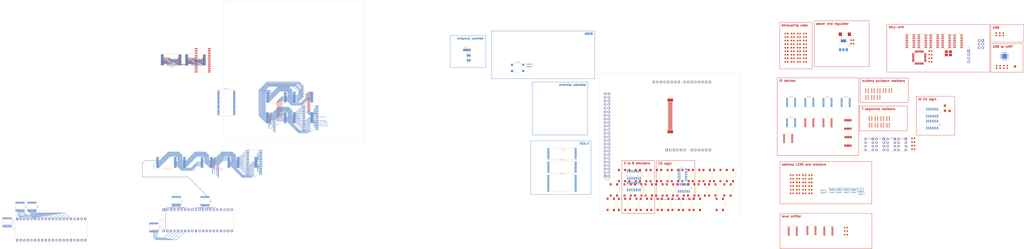
<source format=kicad_pcb>
(kicad_pcb (version 20221018) (generator pcbnew)
  (title_block (title "8086 computer") (date "2023.10.27") (rev "V1.0.0") (company "Eldad Hellerman") (comment 1 "Open Source: github.com/EldadHellerman/8086-computer"))
  (layers (0 "F.Cu" mixed) (31 "B.Cu" mixed) (34 "B.Paste" user) (35 "F.Paste" user) (36 "B.SilkS" user "B.Silkscreen") (37 "F.SilkS" user "F.Silkscreen") (38 "B.Mask" user) (39 "F.Mask" user) (44 "Edge.Cuts" user))
  (net 0 "")
  (net 1 "AD6")
  (net 2 "AD7")
  (net 3 "AD8")
  (net 4 "AD9")
  (net 5 "AD10")
  (net 6 "AD11")
  (net 7 "AD12")
  (net 8 "AD13")
  (net 9 "AD14")
  (net 10 "AD15")
  (net 11 "A16")
  (net 12 "A17")
  (net 13 "A18")
  (net 14 "A19")
  (net 15 "~{BHE}")
  (net 16 "BUSALE")
  (net 17 "~{RD}")
  (net 18 "~{WR}")
  (net 19 "READY")
  (net 20 "~{IO0}")
  (net 21 "~{IO1}")
  (net 22 "~{IO2}")
  (net 23 "~{IO3}")
  (net 24 "~{SEG5}")
  (net 25 "~{SEG6}")
  (net 26 "~{SEG7}")
  (net 27 "~{TEST}")
  (net 28 "NMI")
  (net 29 "INTR")
  (net 30 "~{INTA}")
  (net 31 "HOLD")
  (net 32 "HLDA")
  (net 33 "RESET")
  (net 34 "CLK")
  (net 35 "+5V")
  (net 36 "+3.3V")
  (net 37 "/CPUALE")
  (net 38 "GND")
  (net 39 "~{IO4}")
  (net 40 "~{IO5}")
  (net 41 "~{IO6}")
  (net 42 "~{IO7}")
  (net 43 "~{SEG2}")
  (net 44 "~{SEG3}")
  (net 45 "~{SEG4}")
  (net 46 "Net-(D5-A)")
  (net 47 "Net-(D6-A)")
  (net 48 "Net-(D7-A)")
  (net 49 "Net-(D8-A)")
  (net 50 "Net-(D9-A)")
  (net 51 "Net-(D10-A)")
  (net 52 "/Microcontroller/REG_OE")
  (net 53 "/Microcontroller/SPI_SCK")
  (net 54 "AD5")
  (net 55 "AD4")
  (net 56 "AD3")
  (net 57 "AD2")
  (net 58 "AD1")
  (net 59 "AD0")
  (net 60 "/Microcontroller/SPI_MISO")
  (net 61 "/Microcontroller/SPI_MOSI")
  (net 62 "/Microcontroller/MCU_RESET")
  (net 63 "/Memory/LA7")
  (net 64 "/Memory/LA6")
  (net 65 "/Memory/LA5")
  (net 66 "/Memory/LA4")
  (net 67 "ALE")
  (net 68 "/Memory/LA3")
  (net 69 "/Memory/LA2")
  (net 70 "/Memory/LA1")
  (net 71 "/Memory/LA0")
  (net 72 "/Memory/LA15")
  (net 73 "/Memory/LA14")
  (net 74 "/Memory/LA13")
  (net 75 "/Memory/LA12")
  (net 76 "/Memory/LA11")
  (net 77 "/Memory/LA10")
  (net 78 "/DP")
  (net 79 "/DM")
  (net 80 "/Microcontroller/RX")
  (net 81 "/Microcontroller/TX")
  (net 82 "Net-(D11-A)")
  (net 83 "Net-(D12-A)")
  (net 84 "Net-(D13-A)")
  (net 87 "/IO/O0")
  (net 88 "Net-(D1-A)")
  (net 89 "/IO/O1")
  (net 90 "Net-(D2-A)")
  (net 91 "/IO/O2")
  (net 92 "Net-(D3-A)")
  (net 93 "/IO/O3")
  (net 94 "Net-(D4-A)")
  (net 99 "/IO/O7")
  (net 100 "/IO/O6")
  (net 101 "/IO/O5")
  (net 102 "/IO/O4")
  (net 106 "/IO/O8")
  (net 107 "/IO/O9")
  (net 108 "/IO/O10")
  (net 109 "/IO/O11")
  (net 113 "Net-(J3-K-Pad34)")
  (net 114 "/IO/O15")
  (net 115 "/IO/O14")
  (net 116 "/IO/O13")
  (net 117 "/IO/O12")
  (net 118 "Net-(J3-K-Pad35)")
  (net 119 "Net-(J3-K-Pad36)")
  (net 120 "Net-(DS1-D)")
  (net 121 "/IO/O16")
  (net 122 "/IO/O17")
  (net 123 "/IO/O18")
  (net 124 "/IO/O19")
  (net 125 "Net-(DS1-C)")
  (net 126 "Net-(DS1-B)")
  (net 127 "Net-(DS1-A)")
  (net 128 "Net-(DS1-E)")
  (net 129 "/IO/O23")
  (net 130 "/IO/O22")
  (net 131 "/IO/O21")
  (net 132 "/IO/O20")
  (net 133 "Net-(DS1-F)")
  (net 134 "Net-(DS1-G)")
  (net 135 "Net-(DS2-D)")
  (net 136 "/IO/O24")
  (net 137 "/IO/O25")
  (net 138 "/IO/O26")
  (net 139 "/IO/O27")
  (net 140 "Net-(DS2-C)")
  (net 141 "Net-(DS2-B)")
  (net 142 "Net-(DS2-A)")
  (net 143 "Net-(DS2-E)")
  (net 144 "/IO/O31")
  (net 145 "/IO/O30")
  (net 146 "/IO/O29")
  (net 147 "/IO/O28")
  (net 148 "Net-(DS2-F)")
  (net 149 "Net-(DS2-G)")
  (net 150 "Net-(DS3-D)")
  (net 151 "/Memory/LA9")
  (net 152 "/Memory/LA8")
  (net 153 "/Memory/~{LBHE}")
  (net 154 "/Memory/LA19")
  (net 155 "/Memory/LA18")
  (net 156 "/Memory/LA17")
  (net 157 "/Memory/LA16")
  (net 158 "Net-(D14-A)")
  (net 159 "Net-(D15-A)")
  (net 160 "Net-(D16-A)")
  (net 161 "~{SEG0}")
  (net 162 "/IO/I0")
  (net 163 "~{SEG1}")
  (net 164 "/Memory/LBHE")
  (net 165 "/Memory/~{MEM1H}")
  (net 166 "/Memory/~{LA0}")
  (net 167 "/Memory/~{MEM1L}")
  (net 168 "/Memory/~{SEG0H}")
  (net 169 "Net-(D17-A)")
  (net 170 "Net-(D18-A)")
  (net 171 "Net-(D19-A)")
  (net 172 "Net-(D20-A)")
  (net 173 "Net-(D21-A)")
  (net 174 "Net-(D22-A)")
  (net 175 "Net-(D23-A)")
  (net 176 "Net-(D24-A)")
  (net 177 "/Memory/SEG0")
  (net 178 "/Memory/~{SEG0L}")
  (net 179 "/IO/~{RD0}")
  (net 180 "/Memory/~{WRP}")
  (net 181 "/Memory/SEG1")
  (net 182 "/Memory/~{LA19}")
  (net 183 "/IO/WR0")
  (net 184 "/IO/~{RD1}")
  (net 185 "/IO/WR1")
  (net 186 "Net-(DS3-C)")
  (net 187 "Net-(DS3-B)")
  (net 188 "Net-(D25-A)")
  (net 189 "Net-(D26-A)")
  (net 190 "Net-(D27-A)")
  (net 191 "Net-(D28-A)")
  (net 192 "/Microcontroller/RCLK_SH{slash}~{LD}")
  (net 193 "Net-(DS3-A)")
  (net 194 "/Microcontroller/XTAL1")
  (net 195 "/Microcontroller/XTAL2")
  (net 196 "Net-(DS3-E)")
  (net 197 "/IO/I1")
  (net 198 "/IO/I2")
  (net 199 "/IO/I3")
  (net 200 "/IO/I4")
  (net 201 "/IO/I5")
  (net 202 "/IO/I6")
  (net 203 "/IO/I7")
  (net 204 "/IO/I8")
  (net 205 "/IO/I9")
  (net 206 "/IO/I10")
  (net 207 "/IO/I11")
  (net 208 "/IO/I12")
  (net 209 "/IO/I13")
  (net 210 "/IO/I14")
  (net 211 "/IO/I15")
  (net 212 "/IO/I16")
  (net 213 "/IO/I17")
  (net 214 "/IO/I18")
  (net 215 "/IO/I19")
  (net 216 "/IO/I20")
  (net 217 "/IO/I21")
  (net 218 "/IO/I22")
  (net 219 "/IO/I23")
  (net 220 "/IO/I24")
  (net 221 "/IO/I25")
  (net 222 "/IO/I26")
  (net 223 "/IO/I27")
  (net 224 "/IO/I28")
  (net 225 "/IO/I29")
  (net 226 "/IO/I30")
  (net 227 "/IO/I31")
  (net 228 "/Memory/LED_CC")
  (net 229 "M\\~{IO}")
  (net 230 "/Memory/MEM1")
  (net 231 "Net-(DS3-F)")
  (net 232 "Net-(DS3-G)")
  (net 233 "Net-(DS4-D)")
  (net 234 "Net-(DS4-C)")
  (net 235 "Net-(DS4-B)")
  (net 236 "/IO/IM0")
  (net 237 "/IO/~{LCD_RST}")
  (net 238 "/IO/D{slash}~{C}")
  (net 239 "Net-(DS4-A)")
  (net 240 "Net-(DS4-E)")
  (net 241 "Net-(DS4-F)")
  (net 242 "Net-(DS4-G)")
  (net 243 "Net-(U7-~{RTS})")
  (net 246 "Net-(U3-Pad13)")
  (net 247 "/IO/DISP_CMN")
  (net 248 "Net-(J3-~{CS})")
  (net 249 "Net-(J3-D{slash}~{C})")
  (net 250 "Net-(U5-Pad1)")
  (net 251 "Net-(U5-Pad10)")
  (net 254 "Net-(U7-VDD)")
  (net 255 "Net-(U7-VBUS)")
  (net 272 "Net-(U7-~{DTR})")
  (net 281 "Net-(J3-~{WR})")
  (net 282 "Net-(J3-~{RD})")
  (net 283 "Net-(J3-~{RESET})")
  (net 284 "/IO/DB0")
  (net 285 "/IO/DB1")
  (net 286 "/IO/DB2")
  (net 287 "/IO/DB3")
  (net 288 "/IO/DB4")
  (net 289 "/IO/DB5")
  (net 290 "/IO/DB6")
  (net 291 "/IO/DB7")
  (net 292 "/IO/DB8")
  (net 293 "/IO/DB9")
  (net 294 "/IO/DB10")
  (net 295 "/IO/DB11")
  (net 296 "/IO/DB12")
  (net 297 "/IO/DB13")
  (net 298 "/IO/DB14")
  (net 299 "/IO/DB15")
  (net 300 "Net-(J3-IM0)")
  (net 301 "Net-(J1-CC1)")
  (net 302 "Net-(J1-CC2)")
  (net 303 "Net-(J1-SHIELD)")
  (net 304 "Net-(U33-PD4[20])")
  (net 305 "Net-(TP2-Pad1)")
  (net 306 "Net-(TP3-Pad1)")
  (net 307 "Net-(TP4-Pad1)")
  (net 315 "Net-(U34-QH')")
  (net 316 "Net-(U35-QH')")
  (net 323 "Net-(U37-QH)")
  (footprint "8086PC:SW_Push_1P1T_NO_6x6mm_H9.5mm" (layer "F.Cu") (at 200.7175 117.08 -90)
    (fp_text reference "SW7")
    (fp_text value "~")
  )
  (footprint "8086PC:SW_Push_1P1T_NO_6x6mm_H9.5mm" (layer "F.Cu") (at 234.7175 127.28 -90)
    (fp_text reference "SW9")
    (fp_text value "~")
  )
  (footprint "Capacitor_SMD:C_0603_1608Metric_Pad1.08x0.95mm_HandSolder" (layer "F.Cu") (at 461.1475 39.9675 90)
    (fp_text reference "C5")
    (fp_text value "0.1uF")
  )
  (footprint "Jumper:SolderJumper-3_P2.0mm_Open_TrianglePad1.0x1.5mm" (layer "F.Cu") (at 353.4675 89.78)
    (fp_text reference "JP6")
    (fp_text value "D/~{C}")
  )
  (footprint "8086PC:SW_Push_1P1T_NO_6x6mm_H9.5mm" (layer "F.Cu") (at 253.2175 117.08 -90)
    (fp_text reference "SW16")
    (fp_text value "~")
  )
  (footprint "LED_SMD:LED_0603_1608Metric_Pad1.05x0.95mm_HandSolder" (layer "F.Cu") (at 326.7925 119.32)
    (fp_text reference "D20")
    (fp_text value "A19")
  )
  (footprint "Package_SO:TSOP-I-28_11.8x8mm_P0.55mm" (layer "F.Cu") (at -108.9825 34.93 180)
    (fp_text reference "U14")
    (fp_text value "IS61C256AH")
  )
  (footprint "Capacitor_SMD:C_0603_1608Metric_Pad1.08x0.95mm_HandSolder" (layer "F.Cu") (at 411.7925 31.225)
    (fp_text reference "C7")
    (fp_text value "22pF")
  )
  (footprint "Package_SO:TSSOP-20_4.4x6.5mm_P0.65mm" (layer "F.Cu") (at 325.9075 79.565)
    (fp_text reference "U27")
    (fp_text value "74AC573")
  )
  (footprint "8086PC:SW_Push_1P1T_NO_6x6mm_H9.5mm" (layer "F.Cu") (at 223.2175 117.08 -90)
    (fp_text reference "SW4")
    (fp_text value "~")
  )
  (footprint "Capacitor_SMD:C_0603_1608Metric_Pad1.08x0.95mm_HandSolder" (layer "F.Cu") (at 411.7925 28.715)
    (fp_text reference "C6")
    (fp_text value "22pF")
  )
  (footprint "Capacitor_SMD:C_0603_1608Metric_Pad1.08x0.95mm_HandSolder" (layer "F.Cu") (at 314.155 28.8)
    (fp_text reference "C22")
    (fp_text value "1uF")
  )
  (footprint "LED_SMD:LED_0603_1608Metric_Pad1.05x0.95mm_HandSolder" (layer "F.Cu") (at 326.7925 124.5)
    (fp_text reference "D22")
    (fp_text value "~{BHE}")
  )
  (footprint "LED_SMD:LED_0603_1608Metric_Pad1.05x0.95mm_HandSolder" (layer "F.Cu") (at 313.6075 116.73)
    (fp_text reference "D1")
    (fp_text value "A0")
  )
  (footprint "8086PC:SW_Push_1P1T_NO_6x6mm_H9.5mm" (layer "F.Cu") (at 219.7175 127.28 -90)
    (fp_text reference "SW11")
    (fp_text value "~")
  )
  (footprint "8086PC:SW_Push_1P1T_NO_6x6mm_H9.5mm" (layer "F.Cu") (at 249.7175 127.28 -90)
    (fp_text reference "SW23")
    (fp_text value "~")
  )
  (footprint "Capacitor_SMD:C_0603_1608Metric_Pad1.08x0.95mm_HandSolder" (layer "F.Cu") (at 309.805 33.82)
    (fp_text reference "C15")
    (fp_text value "1uF")
  )
  (footprint "LED_SMD:LED_0603_1608Metric_Pad1.05x0.95mm_HandSolder" (layer "F.Cu") (at 318.0025 121.91)
    (fp_text reference "D9")
    (fp_text value "A8")
  )
  (footprint "8086PC:SW_Push_1P1T_NO_6x6mm_H9.5mm" (layer "F.Cu") (at 238.7175 137.53 -90)
    (fp_text reference "SW32")
    (fp_text value "~")
  )
  (footprint "8086PC:SW_Push_1P1T_NO_6x6mm_H9.5mm" (layer "F.Cu") (at 242.2175 127.28 -90)
    (fp_text reference "SW24")
    (fp_text value "~")
  )
  (footprint "LED_SMD:LED_0603_1608Metric_Pad1.05x0.95mm_HandSolder" (layer "F.Cu") (at 322.3975 119.32)
    (fp_text reference "D14")
    (fp_text value "A13")
  )
  (footprint "Package_SO:SOIC-16_3.9x9.9mm_P1.27mm" (layer "F.Cu") (at 414.4425 21.735)
    (fp_text reference "U36")
    (fp_text value "74HC595")
  )
  (footprint "Resistor_SMD:R_Array_Concave_4x0603" (layer "F.Cu") (at 366.8175 56.78)
    (fp_text reference "RA16")
    (fp_text value "220R")
  )
  (footprint "Package_SO:SOIC-16_3.9x9.9mm_P1.27mm" (layer "F.Cu") (at 405.9925 21.735)
    (fp_text reference "U35")
    (fp_text value "74HC595")
  )
  (footprint "LED_SMD:LED_0603_1608Metric_Pad1.05x0.95mm_HandSolder" (layer "F.Cu") (at 318.0025 127.09)
    (fp_text reference "D11")
    (fp_text value "A10")
  )
  (footprint "LED_SMD:LED_0603_1608Metric_Pad1.05x0.95mm_HandSolder" (layer "F.Cu") (at 399.5925 95.81)
    (fp_text reference "D27")
    (fp_text value "LED")
  )
  (footprint "LED_SMD:LED_0603_1608Metric_Pad1.05x0.95mm_HandSolder" (layer "F.Cu") (at 326.7925 116.73)
    (fp_text reference "D19")
    (fp_text value "A18")
  )
  (footprint "LED_SMD:LED_0603_1608Metric_Pad1.05x0.95mm_HandSolder" (layer "F.Cu") (at 318.0025 124.5)
    (fp_text reference "D10")
    (fp_text value "A9")
  )
  (footprint "LED_SMD:LED_0603_1608Metric_Pad1.05x0.95mm_HandSolder" (layer "F.Cu") (at 322.3975 127.09)
    (fp_text reference "D17")
    (fp_text value "A16")
  )
  (footprint "LED_SMD:LED_0603_1608Metric_Pad1.05x0.95mm_HandSolder" (layer "F.Cu") (at 326.7925 121.91)
    (fp_text reference "D21")
    (fp_text value "PWR")
  )
  (footprint "Capacitor_SMD:C_0603_1608Metric_Pad1.08x0.95mm_HandSolder" (layer "F.Cu") (at 318.505 31.31)
    (fp_text reference "C32")
    (fp_text value "1uF")
  )
  (footprint "Capacitor_SMD:C_0603_1608Metric_Pad1.08x0.95mm_HandSolder" (layer "F.Cu") (at 322.855 36.33)
    (fp_text reference "C43")
    (fp_text value "1uF")
  )
  (footprint "Resistor_SMD:R_Array_Concave_4x0603" (layer "F.Cu") (at 373.4675 76.58)
    (fp_text reference "RA9")
    (fp_text value "220R")
  )
  (footprint "Capacitor_SMD:C_0603_1608Metric_Pad1.08x0.95mm_HandSolder" (layer "F.Cu") (at 458.6375 39.9675 90)
    (fp_text reference "C4")
    (fp_text value "1uF")
  )
  (footprint "LED_SMD:LED_0603_1608Metric_Pad1.05x0.95mm_HandSolder" (layer "F.Cu") (at 399.5925 90.63)
    (fp_text reference "D25")
    (fp_text value "LED")
  )
  (footprint "Capacitor_SMD:C_0603_1608Metric_Pad1.08x0.95mm_HandSolder" (layer "F.Cu") (at 309.805 36.33)
    (fp_text reference "C16")
    (fp_text value "1uF")
  )
  (footprint "LED_SMD:LED_0603_1608Metric_Pad1.05x0.95mm_HandSolder" (layer "F.Cu") (at 399.5925 98.4)
    (fp_text reference "D28")
    (fp_text value "LED")
  )
  (footprint "8086PC:SW_Push_1P1T_NO_6x6mm_H9.5mm" (layer "F.Cu") (at 215.7175 117.08 -90)
    (fp_text reference "SW8")
    (fp_text value "~")
  )
  (footprint "Capacitor_SMD:C_0603_1608Metric_Pad1.08x0.95mm_HandSolder" (layer "F.Cu") (at 318.505 36.33)
    (fp_text reference "C34")
    (fp_text value "1uF")
  )
  (footprint "Capacitor_SMD:C_0603_1608Metric_Pad1.08x0.95mm_HandSolder" (layer "F.Cu") (at 314.155 16.25)
    (fp_text reference "C17")
    (fp_text value "1uF")
  )
  (footprint "LED_SMD:LED_0603_1608Metric_Pad1.05x0.95mm_HandSolder" (layer "F.Cu") (at 313.6075 124.5)
    (fp_text reference "D4")
    (fp_text value "A3")
  )
  (footprint "Jumper:SolderJumper-3_P2.0mm_Open_TrianglePad1.0x1.5mm" (layer "F.Cu") (at 353.2675 95.78)
    (fp_text reference "JP7")
    (fp_text value "DISP")
  )
  (footprint "Resistor_SMD:R_Array_Concave_4x0603" (layer "F.Cu") (at 373.4675 81.38)
    (fp_text reference "RA14")
    (fp_text value "220R")
  )
  (footprint "LED_SMD:LED_0603_1608Metric_Pad1.05x0.95mm_HandSolder" (layer "F.Cu") (at 318.0025 129.68)
    (fp_text reference "D12")
    (fp_text value "A11")
  )
  (footprint "8086PC:SW_Push_1P1T_NO_6x6mm_H9.5mm" (layer "F.Cu") (at 212.2175 127.28 90)
    (fp_text reference "SW12")
    (fp_text value "~")
  )
  (footprint "Capacitor_SMD:C_0603_1608Metric_Pad1.08x0.95mm_HandSolder" (layer "F.Cu") (at 309.805 28.8)
    (fp_text reference "C13")
    (fp_text value "1uF")
  )
  (footprint "Capacitor_SMD:C_0603_1608Metric_Pad1.08x0.95mm_HandSolder" (layer "F.Cu") (at 322.855 33.82)
    (fp_text reference "C42")
    (fp_text value "1uF")
  )
  (footprint "Resistor_SMD:R_0603_1608Metric_Pad0.98x0.95mm_HandSolder" (layer "F.Cu") (at 351.88 156.52)
    (fp_text reference "R7")
    (fp_text value "100R")
  )
  (footprint "Package_SO:SOIC-16_3.9x9.9mm_P1.27mm" (layer "F.Cu") (at 431.3425 21.735)
    (fp_text reference "U38")
    (fp_text value "74HC165")
  )
  (footprint "8086PC:SW_Push_1P1T_NO_6x6mm_H9.5mm" (layer "F.Cu") (at 245.7175 117.08 -90)
    (fp_text reference "SW1")
    (fp_text value "~")
  )
  (footprint "Jumper:SolderJumper-3_P2.0mm_Open_TrianglePad1.0x1.5mm" (layer "F.Cu") (at 353.2675 83.78)
    (fp_text reference "JP5")
    (fp_text value "LCD RST")
  )
  (footprint "Resistor_SMD:R_Array_Concave_4x0603" (layer "F.Cu") (at 375.1175 56.78)
    (fp_text reference "RA18")
    (fp_text value "220R")
  )
  (footprint "LED_SMD:LED_0603_1608Metric_Pad1.05x0.95mm_HandSolder" (layer "F.Cu") (at 399.5925 93.22)
    (fp_text reference "D26")
    (fp_text value "LED")
  )
  (footprint "8086PC:SW_Push_1P1T_NO_6x6mm_H9.5mm" (layer "F.Cu") (at 231.2175 137.53 -90)
    (fp_text reference "SW17")
    (fp_text value "~")
  )
  (footprint "Package_SO:SOIC-28W_7.5x17.9mm_P1.27mm" (layer "F.Cu") (at -103.8325 35.215 180)
    (fp_text reference "U13")
    (fp_text value "CXK58257AM")
  )
  (footprint "Resistor_SMD:R_Array_Concave_4x0603" (layer "F.Cu") (at 377.6175 81.38)
    (fp_text reference "RA15")
    (fp_text value "220R")
  )
  (footprint "8086PC:SW_Push_1P1T_NO_6x6mm_H9.5mm" (layer "F.Cu") (at 193.2175 117.08 -90)
    (fp_text reference "SW5")
    (fp_text value "~")
  )
  (footprint "Capacitor_SMD:C_0603_1608Metric_Pad1.08x0.95mm_HandSolder" (layer "F.Cu") (at 314.155 26.29)
    (fp_text reference "C21")
    (fp_text value "1uF")
  )
  (footprint "Capacitor_Tantalum_SMD:CP_EIA-7343-43_Kemet-X_Pad2.25x2.55mm_HandSolder" (layer "F.Cu") (at 351.1375 16.73)
    (fp_text reference "C3")
    (fp_text value "220uF")
  )
  (footprint "8086PC:SW_Push_1P1T_NO_6x6mm_H9.5mm" (layer "F.Cu") (at 185.2175 137.53 -90)
    (fp_text reference "SW30")
    (fp_text value "~")
  )
  (footprint "Capacitor_SMD:C_0603_1608Metric_Pad1.08x0.95mm_HandSolder" (layer "F.Cu") (at 309.805 31.31)
    (fp_text reference "C14")
    (fp_text value "1uF")
  )
  (footprint "LED_SMD:LED_0603_1608Metric_Pad1.05x0.95mm_HandSolder" (layer "F.Cu") (at 322.3975 124.5)
    (fp_text reference "D16")
    (fp_text value "A15")
  )
  (footprint "Capacitor_SMD:C_0603_1608Metric_Pad1.08x0.95mm_HandSolder" (layer "F.Cu") (at 318.505 18.76)
    (fp_text reference "C27")
    (fp_text value "1uF")
  )
  (footprint "Resistor_SMD:R_0603_1608Metric_Pad0.98x0.95mm_HandSolder" (layer "F.Cu") (at 466.1675 39.9675 90)
    (fp_text reference "R5")
    (fp_text value "47.5k")
  )
  (footprint "Package_SO:TSSOP-20_4.4x6.5mm_P0.65mm" (layer "F.Cu") (at 339.418 156.473)
    (fp_text reference "U31")
    (fp_text value "74LVC245A")
  )
  (footprint "8086PC:SW_Push_1P1T_NO_6x6mm_H9.5mm" (layer "F.Cu") (at 257.2175 127.28 -90)
    (fp_text reference "SW22")
    (fp_text value "~")
  )
  (footprint "TestPoint:TestPoint_Pad_1.5x1.5mm" (layer "F.Cu") (at 422.0175 67.43)
    (fp_text reference "TP2")
    (fp_text value "A")
  )
  (footprint "LED_SMD:LED_0603_1608Metric_Pad1.05x0.95mm_HandSolder" (layer "F.Cu") (at 313.6075 121.91)
    (fp_text reference "D3")
    (fp_text value "A2")
  )
  (footprint "Capacitor_SMD:C_0603_1608Metric_Pad1.08x0.95mm_HandSolder" (layer "F.Cu") (at 318.505 16.25)
    (fp_text reference "C26")
    (fp_text value "1uF")
  )
  (footprint "Resistor_SMD:R_Array_Concave_4x0603" (layer "F.Cu") (at 381.7675 76.58)
    (fp_text reference "RA11")
    (fp_text value "220R")
  )
  (footprint "8086PC:FPC_40" (layer "F.Cu") (at 227.4175 74.73 90)
    (fp_text reference "J3")
    (fp_text value "RGB LCD")
  )
  (footprint "8086PC:RM68090 RGB LCD module" (layer "F.Cu") (at 227.4175 74.73)
    (fp_text reference "J2")
    (fp_text value "RM68090")
  )
  (footprint "Resistor_SMD:R_0603_1608Metric_Pad0.98x0.95mm_HandSolder" (layer "F.Cu") (at 463.6575 39.9675 90)
    (fp_text reference "R4")
    (fp_text value "22.1k")
  )
  (footprint "8086PC:SW_Push_1P1T_NO_6x6mm_H9.5mm" (layer "F.Cu") (at 187.4675 127.305 -90)
    (fp_text reference "SW29")
    (fp_text value "~")
  )
  (footprint "Resistor_SMD:R_0603_1608Metric_Pad0.98x0.95mm_HandSolder" (layer "F.Cu") (at 458.3975 16.7675 90)
    (fp_text reference "R1")
    (fp_text value "5.11k")
  )
  (footprint "LED_SMD:LED_0603_1608Metric_Pad1.05x0.95mm_HandSolder" (layer "F.Cu") (at 322.3975 121.91)
    (fp_text reference "D15")
    (fp_text value "A14")
  )
  (footprint "8086PC:SW_Push_1P1T_NO_6x6mm_H9.5mm" (layer "F.Cu") (at 262.4675 137.53 -90)
    (fp_text reference "SW28")
    (fp_text value "~")
  )
  (footprint "Jumper:SolderJumper-3_P2.0mm_Open_TrianglePad1.0x1.5mm" (layer "F.Cu") (at 353.2675 77.78)
    (fp_text reference "JP4")
    (fp_text value "Width")
  )
  (footprint "Capacitor_SMD:C_0603_1608Metric_Pad1.08x0.95mm_HandSolder" (layer "F.Cu") (at 318.505 28.8)
    (fp_text reference "C31")
    (fp_text value "1uF")
  )
  (footprint "Capacitor_SMD:C_0603_1608Metric_Pad1.08x0.95mm_HandSolder" (layer "F.Cu") (at 356.4175 23.42)
    (fp_text reference "C2")
    (fp_text value "10uF")
  )
  (footprint "8086PC:SW_Push_1P1T_NO_6x6mm_H9.5mm" (layer "F.Cu") (at 208.2175 117.08 -90)
    (fp_text reference "SW6")
    (fp_text value "~")
  )
  (footprint "Capacitor_SMD:C_0603_1608Metric_Pad1.08x0.95mm_HandSolder" (layer "F.Cu") (at 318.505 26.29)
    (fp_text reference "C30")
    (fp_text value "1uF")
  )
  (footprint "Capacitor_SMD:C_0603_1608Metric_Pad1.08x0.95mm_HandSolder" (layer "F.Cu") (at 309.805 18.76)
    (fp_text reference "C9")
    (fp_text value "1uF")
  )
  (footprint "TestPoint:TestPoint_Pad_1.5x1.5mm" (layer "F.Cu") (at 422.0175 70.98)
    (fp_text reference "TP3")
    (fp_text value "B")
  )
  (footprint "Resistor_SMD:R_0603_1608Metric_Pad0.98x0.95mm_HandSolder" (layer "F.Cu") (at 351.88 159.03)
    (fp_text reference "R8")
    (fp_text value "100R")
  )
  (footprint "Capacitor_SMD:C_0603_1608Metric_Pad1.08x0.95mm_HandSolder" (layer "F.Cu") (at 322.855 31.31)
    (fp_text reference "C41")
    (fp_text value "1uF")
  )
  (footprint "LED_SMD:LED_0603_1608Metric_Pad1.05x0.95mm_HandSolder" (layer "F.Cu") (at 318.0025 119.32)
    (fp_text reference "D8")
    (fp_text value "A7")
  )
  (footprint "Capacitor_SMD:C_0603_1608Metric_Pad1.08x0.95mm_HandSolder" (layer "F.Cu") (at 314.155 21.27)
    (fp_text reference "C19")
    (fp_text value "1uF")
  )
  (footprint "Resistor_SMD:R_0603_1608Metric_Pad0.98x0.95mm_HandSolder" (layer "F.Cu") (at 411.7925 33.735)
    (fp_text reference "R9")
    (fp_text value "1k")
  )
  (footprint "8086PC:SW_Push_1P1T_NO_6x6mm_H9.5mm" (layer "F.Cu") (at 246.2175 137.53 -90)
    (fp_text reference "SW31")
    (fp_text value "~")
  )
  (footprint "Resistor_SMD:R_Array_Concave_4x0603" (layer "F.Cu") (at 370.9675 56.78)
    (fp_text reference "RA17")
    (fp_text value "220R")
  )
  (footprint "Package_SO:TSSOP-20_4.4x6.5mm_P0.65mm" (layer "F.Cu") (at 327.43 156.085)
    (fp_text reference "U30")
    (fp_text value "74LVC245A")
  )
  (footprint "Resistor_SMD:R_Array_Concave_4x0603" (layer "F.Cu") (at 369.3175 81.38)
    (fp_text reference "RA13")
    (fp_text value "220R")
  )
  (footprint "Capacitor_SMD:C_0603_1608Metric_Pad1.08x0.95mm_HandSolder" (layer "F.Cu") (at 322.855 23.78)
    (fp_text reference "C38")
    (fp_text value "1uF")
  )
  (footprint "Resistor_SMD:R_Array_Concave_4x0603" (layer "F.Cu") (at 366.8175 61.58)
    (fp_text reference "RA21")
    (fp_text value "220R")
  )
  (footprint "8086PC:SW_Push_1P1T_NO_6x6mm_H9.5mm" (layer "F.Cu") (at 201.2175 137.53 -90)
    (fp_text reference "SW21")
    (fp_text value "~")
  )
  (footprint "Resistor_SMD:R_Array_Concave_4x0603" (layer "F.Cu") (at 377.6175 76.58)
    (fp_text reference "RA10")
    (fp_text value "220R")
  )
  (footprint "Capacitor_SMD:C_0603_1608Metric_Pad1.08x0.95mm_HandSolder" (layer "F.Cu") (at 314.155 36.33)
    (fp_text reference "C25")
    (fp_text value "1uF")
  )
  (footprint "8086PC:SW_Push_1P1T_NO_6x6mm_H9.5mm" (layer "F.Cu") (at 230.7175 117.08 -90)
    (fp_text reference "SW3")
    (fp_text value "~")
  )
  (footprint "8086PC:SW_Push_1P1T_NO_6x6mm_H9.5mm" (layer "F.Cu") (at 204.7175 127.28 -90)
    (fp_text reference "SW13")
    (fp_text value "~")
  )
  (footprint "Resistor_SMD:R_Array_Concave_4x0603" (layer "F.Cu") (at 381.8175 81.38)
    (fp_text reference "RA12")
    (fp_text value "220R")
  )
  (footprint "Package_SO:TSOP-I-28_11.8x8mm_P0.55mm" (layer "F.Cu") (at -126.2525 34.855 180)
    (fp_text reference "U16")
    (fp_text value "IS61C256AH")
  )
  (footprint "Capacitor_SMD:C_0603_1608Metric_Pad1.08x0.95mm_HandSolder" (layer "F.Cu") (at 309.805 23.78)
    (fp_text reference "C11")
    (fp_text value "1uF")
  )
  (footprint "LED_SMD:LED_0603_1608Metric_Pad1.05x0.95mm_HandSolder" (layer "F.Cu") (at 313.6075 119.32)
    (fp_text reference "D2")
    (fp_text value "A1")
  )
  (footprint "Resistor_SMD:R_0603_1608Metric_Pad0.98x0.95mm_HandSolder" (layer "F.Cu") (at 463.4175 16.7675 90)
    (fp_text reference "R3")
    (fp_text value "10k")
  )
  (footprint "Capacitor_SMD:C_0603_1608Metric_Pad1.08x0.95mm_HandSolder" (layer "F.Cu") (at 322.855 21.27)
    (fp_text reference "C37")
    (fp_text value "1uF")
  )
  (footprint "Capacitor_SMD:C_0603_1608Metric_Pad1.08x0.95mm_HandSolder" (layer "F.Cu") (at 322.855 28.8)
    (fp_text reference "C40")
    (fp_text value "1uF")
  )
  (footprint "8086PC:SW_Push_1P1T_NO_6x6mm_H9.5mm" (layer "F.Cu") (at 208.7175 137.53 -90)
    (fp_text reference "SW20")
    (fp_text value "~")
  )
  (footprint "Capacitor_SMD:C_0603_1608Metric_Pad1.08x0.95mm_HandSolder" (layer "F.Cu") (at 318.505 33.82)
    (fp_text reference "C33")
    (fp_text value "1uF")
  )
  (footprint "Capacitor_SMD:C_0603_1608Metric_Pad1.08x0.95mm_HandSolder" (layer "F.Cu") (at 314.155 23.78)
    (fp_text reference "C20")
    (fp_text value "1uF")
  )
  (footprint "LED_SMD:LED_0603_1608Metric_Pad1.05x0.95mm_HandSolder" (layer "F.Cu") (at 322.3975 116.73)
    (fp_text reference "D13")
    (fp_text value "A12")
  )
  (footprint "8086PC:SW_Push_1P1T_NO_6x6mm_H9.5mm" (layer "F.Cu") (at 223.7175 137.53 -90)
    (fp_text reference "SW18")
    (fp_text value "~")
  )
  (footprint "8086PC:SW_Push_1P1T_NO_6x6mm_H9.5mm" (layer "F.Cu") (at 193.2175 137.53 -90)
    (fp_text reference "SW26")
    (fp_text value "~")
  )
  (footprint "TestPoint:TestPoint_Pad_1.5x1.5mm" (layer "F.Cu") (at 471.7175 39.63 90)
    (fp_text reference "TP1")
    (fp_text value "~{RTS}")
  )
  (footprint "Capacitor_SMD:C_0603_1608Metric_Pad1.08x0.95mm_HandSolder" (layer "F.Cu") (at 322.855 26.29)
    (fp_text reference "C39")
    (fp_text value "1uF")
  )
  (footprint "LED_SMD:LED_0603_1608Metric_Pad1.05x0.95mm_HandSolder" (layer "F.Cu") (at 318.0025 116.73)
    (fp_text reference "D7")
    (fp_text value "A6")
  )
  (footprint "8086PC:SW_Push_1P1T_NO_6x6mm_H9.5mm" (layer "F.Cu") (at 238.2175 117.08 -90)
    (fp_text reference "SW2")
    (fp_text value "~")
  )
  (footprint "Package_SO:TSSOP-20_4.4x6.5mm_P0.65mm" (layer "F.Cu") (at 314.222 156.511)
    (fp_text reference "U32")
    (fp_text value "74LVC245A")
  )
  (footprint "TestPoint:TestPoint_Pad_1.5x1.5mm" (layer "F.Cu") (at 425.3195 71.228)
    (fp_text reference "TP4")
    (fp_text value "Y")
  )
  (footprint "Package_SO:SOIC-16_3.9x9.9mm_P1.27mm" (layer "F.Cu") (at 422.8925 21.735)
    (fp_text reference "U37")
    (fp_text value "74HC165")
  )
  (footprint "Capacitor_SMD:C_0603_1608Metric_Pad1.08x0.95mm_HandSolder" (layer "F.Cu") (at 314.155 18.76)
    (fp_text reference "C18")
    (fp_text value "1uF")
  )
  (footprint "Capacitor_SMD:C_0603_1608Metric_Pad1.08x0.95mm_HandSolder" (layer "F.Cu") (at 322.855 18.76)
    (fp_text reference "C36")
    (fp_text value "1uF")
  )
  (footprint "8086PC:SW_Push_1P1T_NO_6x6mm_H9.5mm" (layer "F.Cu") (at 269.7175 117.08 -90)
    (fp_text reference "SW25")
    (fp_text value "~")
  )
  (footprint "8086PC:SW_Push_1P1T_NO_6x6mm_H9.5mm" (layer "F.Cu") (at 227.2175 127.28 -90)
    (fp_text reference "SW10")
    (fp_text value "~")
  )
  (footprint "Capacitor_SMD:C_0603_1608Metric_Pad1.08x0.95mm_HandSolder" (layer "F.Cu") (at 309.805 21.27)
    (fp_text reference "C10")
    (fp_text value "1uF")
  )
  (footprint "Crystal:Crystal_SMD_3225-4Pin_3.2x2.5mm_HandSoldering" (layer "F.Cu") (at 424.4925 30.285)
    (fp_text reference "Y1")
    (fp_text value "16MHz")
  )
  (footprint "Package_SO:TSSOP-20_4.4x6.5mm_P0.65mm" (layer "F.Cu") (at 310.9175 90.765)
    (fp_text reference "U29")
    (fp_text value "74AC573")
  )
  (footprint "8086PC:SW_Push_1P1T_NO_6x6mm_H9.5mm" (layer "F.Cu") (at 267.9675 127.305 -90)
    (fp_text reference "SW27")
    (fp_text value "~")
  )
  (footprint "Resistor_SMD:R_0603_1608Metric_Pad0.98x0.95mm_HandSolder" (layer "F.Cu") (at 411.7925 36.245)
    (fp_text reference "R10")
    (fp_text value "1k")
  )
  (footprint "Resistor_SMD:R_Array_Concave_4x0603" (layer "F.Cu") (at 369.3175 76.58)
    (fp_text reference "RA8")
    (fp_text value "220R")
  )
  (footprint "Resistor_SMD:R_Array_Concave_4x0603" (layer "F.Cu") (at 379.2675 56.78)
    (fp_text reference "RA19")
    (fp_text value "220R")
  )
  (footprint "Resistor_SMD:R_Array_Concave_4x0603" (layer "F.Cu") (at 383.4175 56.78)
    (fp_text reference "RA20")
    (fp_text value "220R")
  )
  (footprint "LED_SMD:LED_0603_1608Metric_Pad1.05x0.95mm_HandSolder" (layer "F.Cu") (at 326.7925 129.68)
    (fp_text reference "D24")
    (fp_text value "SEG1")
  )
  (footprint "Package_SO:SOIC-16_3.9x9.9mm_P1.27mm" (layer "F.Cu") (at 397.5425 21.735)
    (fp_text reference "U34")
    (fp_text value "74HC595")
  )
  (footprint "Capacitor_SMD:C_0603_1608Metric_Pad1.08x0.95mm_HandSolder" (layer "F.Cu") (at 318.505 21.27)
    (fp_text reference "C28")
    (fp_text value "1uF")
  )
  (footprint "Capacitor_SMD:C_0603_1608Metric_Pad1.08x0.95mm_HandSolder" (layer "F.Cu") (at 318.505 23.78)
    (fp_text reference "C29")
    (fp_text value "1uF")
  )
  (footprint "Capacitor_SMD:C_0603_1608Metric_Pad1.08x0.95mm_HandSolder" (layer "F.Cu") (at 314.155 33.82)
    (fp_text reference "C24")
    (fp_text value "1uF")
  )
  (footprint "8086PC:SW_Push_1P1T_NO_6x6mm_H9.5mm" (layer "F.Cu") (at 197.2175 127.305 -90)
    (fp_text reference "SW14")
    (fp_text value "~")
  )
  (footprint "8086PC:SW_Push_1P1T_NO_6x6mm_H9.5mm" (layer "F.Cu") (at 260.7175 117.08 -90)
    (fp_text reference "SW15")
    (fp_text value "~")
  )
  (footprint "LED_SMD:LED_0603_1608Metric_Pad1.05x0.95mm_HandSolder" (layer "F.Cu") (at 313.6075 127.09)
    (fp_text reference "D5")
    (fp_text value "A4")
  )
  (footprint "Resistor_SMD:R_Array_Concave_4x0603" (layer "F.Cu") (at 370.9675 61.58)
    (fp_text reference "RA22")
    (fp_text value "220R")
  )
  (footprint "8086PC:SW_Push_1P1T_NO_6x6mm_H9.5mm" (layer "F.Cu") (at 216.2175 137.53 -90)
    (fp_text reference "SW19")
    (fp_text value "~")
  )
  (footprint "Capacitor_SMD:C_0603_1608Metric_Pad1.08x0.95mm_HandSolder" (layer "F.Cu") (at 309.805 26.29)
    (fp_text reference "C12")
    (fp_text value "1uF")
  )
  (footprint "Resistor_SMD:R_0603_1608Metric_Pad0.98x0.95mm_HandSolder" (layer "F.Cu") (at 460.9075 16.7675 90)
    (fp_text reference "R2")
    (fp_text value "5.11k")
  )
  (footprint "Capacitor_SMD:C_0603_1608Metric_Pad1.08x0.95mm_HandSolder" (layer "F.Cu") (at 322.855 16.25)
    (fp_text reference "C35")
    (fp_text value "1uF")
  )
  (footprint "Capacitor_SMD:C_0603_1608Metric_Pad1.08x0.95mm_HandSolder" (layer "F.Cu") (at 309.805 16.25)
    (fp_text reference "C8")
    (fp_text value "1uF")
  )
  (footprint "Capacitor_SMD:C_0603_1608Metric_Pad1.08x0.95mm_HandSolder" (layer "F.Cu") (at 356.4175 20.91)
    (fp_text reference "C1")
    (fp_text value "10uF")
  )
  (footprint "Package_SO:TSSOP-20_4.4x6.5mm_P0.65mm" (layer "F.Cu") (at 338.8175 79.565)
    (fp_text reference "U28")
    (fp_text value "74AC573")
  )
  (footprint "Resistor_SMD:R_0603_1608Metric_Pad0.98x0.95mm_HandSolder" (layer "F.Cu") (at 351.88 154.01)
    (fp_text reference "R6")
    (fp_text value "100R")
  )
  (footprint "LED_SMD:LED_0603_1608Metric_Pad1.05x0.95mm_HandSolder" (layer "F.Cu") (at 326.7925 127.09)
    (fp_text reference "D23")
    (fp_text value "SEG0")
  )
  (footprint "Capacitor_SMD:C_0603_1608Metric_Pad1.08x0.95mm_HandSolder" (layer "F.Cu") (at 314.155 31.31)
    (fp_text reference "C23")
    (fp_text value "1uF")
  )
  (footprint "Package_QFP:TQFP-32_7x7mm_P0.8mm" (layer "F.Cu") (at 403.7925 33.285)
    (fp_text reference "U33")
    (fp_text value "ATmega328P")
  )
  (footprint "LED_SMD:LED_0603_1608Metric_Pad1.05x0.95mm_HandSolder" (layer "F.Cu") (at 322.3975 129.68)
    (fp_text reference "D18")
    (fp_text value "A17")
  )
  (footprint "LED_SMD:LED_0603_1608Metric_Pad1.05x0.95mm_HandSolder" (layer "F.Cu") (at 313.6075 129.68)
    (fp_text reference "D6")
    (fp_text value "A5")
  )
  (footprint "Resistor_SMD:R_Array_Concave_4x0603" (layer "F.Cu") (at 375.1175 61.58)
    (fp_text reference "RA23")
    (fp_text value "220R")
  )
  (footprint "Package_SO:TSOP-I-28_11.8x8mm_P0.55mm" (layer "B.Cu") (at -51.6375 61.405)
    (fp_text reference "U17")
    (fp_text value "IS61C256AH")
  )
  (footprint "Jumper:SolderJumper-2_P1.3mm_Open_TrianglePad1.0x1.5mm" (layer "B.Cu") (at 84.6175 31.755 180)
    (fp_text reference "JP1")
    (fp_text value "Write Protect")
  )
  (footprint "Package_SO:TSSOP-20_4.4x6.5mm_P0.65mm" (layer "B.Cu") (at -102.2825 135.13 90)
    (fp_text reference "U8")
    (fp_text value "74AC573")
  )
  (footprint "Package_SO:TSSOP-20_4.4x6.5mm_P0.65mm" (layer "B.Cu") (at 338.8175 65.215 180)
    (fp_text reference "U24")
    (fp_text value "74AC573")
  )
  (footprint "Package_SO:TSOP-I-28_11.8x8mm_P0.55mm" (layer "B.Cu") (at -110.5825 107.73)
    (fp_text reference "U16")
    (fp_text value "IS61C256AH")
  )
  (footprint "Package_SO:SOIC-14_3.9x8.7mm_P1.27mm" (layer "B.Cu") (at 413.0175 80.88 90)
    (fp_text reference "U5")
    (fp_text value "74HC02")
  )
  (footprint "Package_SO:TSSOP-20_4.4x6.5mm_P0.65mm" (layer "B.Cu") (at -242.4325 150.28 90)
    (fp_text reference "U10")
    (fp_text value "74AC573")
  )
  (footprint "Resistor_SMD:R_Array_Concave_4x0603" (layer "B.Cu") (at 335.5175 128.43 90)
    (fp_text reference "RA6")
    (fp_text value "220R")
  )
  (footprint "Resistor_SMD:R_Array_Concave_4x0603" (layer "B.Cu") (at 341.8425 128.13 90)
    (fp_text reference "RA5")
    (fp_text value "220R")
  )
  (footprint "Package_TO_SOT_SMD:SOT-223-3_TabPin2" (layer "B.Cu") (at 350.1175 24.58 90)
    (fp_text reference "U6")
    (fp_text value "AMS1117-3.3")
  )
  (footprint "Resistor_SMD:R_Array_Concave_4x0603" (layer "B.Cu") (at 362.3675 129.53 90)
    (fp_text reference "RA7")
    (fp_text value "220R")
  )
  (footprint "Jumper:SolderJumper-3_P2.0mm_Open_TrianglePad1.0x1.5mm" (layer "B.Cu") (at 83.2875 27.925 180)
    (fp_text reference "JP3")
    (fp_text value "MEM1")
  )
  (footprint "Package_SO:SOIC-16_3.9x9.9mm_P1.27mm" (layer "B.Cu") (at 201.5425 124.805 90)
    (fp_text reference "U12")
    (fp_text value "74HC138")
  )
  (footprint "Package_SO:TSOP-I-28_11.8x8mm_P0.55mm" (layer "B.Cu") (at -51.6375 76.005)
    (fp_text reference "U15")
    (fp_text value "IS61C256AH")
  )
  (footprint "Package_SO:TSOP-I-28_11.8x8mm_P0.55mm" (layer "B.Cu") (at -108.9825 34.93)
    (fp_text reference "U15")
    (fp_text value "IS61C256AH")
  )
  (footprint "Package_SO:SOIC-28W_7.5x17.9mm_P1.27mm" (layer "B.Cu") (at -67.3325 107.73)
    (fp_text reference "U13")
    (fp_text value "CXK58257AM")
  )
  (footprint "Package_SO:TSSOP-20_4.4x6.5mm_P0.65mm" (layer "B.Cu") (at -122.5825 135.13 90)
    (fp_text reference "U9")
    (fp_text value "74AC573")
  )
  (footprint "Package_SO:TSSOP-20_4.4x6.5mm_P0.65mm" (layer "B.Cu") (at -224.9325 139.1675 90)
    (fp_text reference "U8")
    (fp_text value "74AC573")
  )
  (footprint "Connector_PinHeader_2.54mm:PinHeader_2x03_P2.54mm_Vertical" (layer "B.Cu") (at 448.8175 21.18 180)
    (fp_text reference "J4")
    (fp_text value "AVR-ISP-6")
  )
  (footprint "Package_SO:TSOP-I-28_11.8x8mm_P0.55mm" (layer "B.Cu") (at -129.5825 107.73)
    (fp_text reference "U17")
    (fp_text value "IS61C256AH")
  )
  (footprint "Package_SO:TSSOP-20_4.4x6.5mm_P0.65mm" (layer "B.Cu") (at 312.9975 65.215 180)
    (fp_text reference "U22")
    (fp_text value "74AC573")
  )
  (footprint "Package_SO:SOIC-16_3.9x9.9mm_P1.27mm" (layer "B.Cu") (at 201.6025 116.48 90)
    (fp_text reference "U11")
    (fp_text value "74HC138")
  )
  (footprint "Package_SO:TSOP-I-28_11.8x8mm_P0.55mm" (layer "B.Cu") (at -72.5825 107.73)
    (fp_text reference "U14")
    (fp_text value "IS61C256AH")
  )
  (footprint "Package_SO:TSOP-I-28_11.8x8mm_P0.55mm" (layer "B.Cu") (at -126.2525 34.855)
    (fp_text reference "U17")
    (fp_text value "IS61C256AH")
  )
  (footprint "Package_SO:TSOP-I-28_11.8x8mm_P0.55mm" (layer "B.Cu") (at -91.5825 107.73)
    (fp_text reference "U15")
    (fp_text value "IS61C256AH")
  )
  (footprint "Package_SO:TSSOP-20_4.4x6.5mm_P0.65mm" (layer "B.Cu") (at 351.7275 65.215 180)
    (fp_text reference "U25")
    (fp_text value "74AC573")
  )
  (footprint "Package_SO:TSSOP-20_4.4x6.5mm_P0.65mm" (layer "B.Cu") (at 312.9975 79.565 180)
    (fp_text reference "U26")
    (fp_text value "74AC573")
  )
  (footprint "Resistor_SMD:R_Array_Concave_4x0603" (layer "B.Cu") (at 127.2025 38.865 90)
    (fp_text reference "RA1")
    (fp_text value "10k")
  )
  (footprint "Package_SO:TSOP-I-48_18.4x12mm_P0.5mm" (layer "B.Cu") (at 150.7 122.58 180)
    (fp_text reference "U21")
    (fp_text value "28F400B5")
  )
  (footprint "Package_SO:TSSOP-20_4.4x6.5mm_P0.65mm" (layer "B.Cu") (at 325.9075 65.215 180)
    (fp_text reference "U23")
    (fp_text value "74AC573")
  )
  (footprint "Package_SO:SOIC-14_3.9x8.7mm_P1.27mm" (layer "B.Cu") (at 237.0225 125.8 90)
    (fp_text reference "U3")
    (fp_text value "74HC14")
  )
  (footprint "Package_SO:TSOP-II-44_10.16x18.41mm_P0.8mm" (layer "B.Cu") (at -87.1325 65.43 180)
    (fp_text reference "U18")
    (fp_text value "IS61C3216")
  )
  (footprint "Connector_PinHeader_2.54mm:PinHeader_2x24_P2.54mm_Vertical" (layer "B.Cu") (at 181.3175 117.51)
    (fp_text reference "BUS1")
    (fp_text value "8086 BUS")
  )
  (footprint "Package_SO:SOIC-14_3.9x8.7mm_P1.27mm" (layer "B.Cu") (at 236.1425 116.47 180)
    (fp_text reference "U2")
    (fp_text value "74AC00")
  )
  (footprint "Package_DIP:DIP-40_W15.24mm" (layer "B.Cu") (at -131.4925 141.226 -90)
    (fp_text reference "U1")
    (fp_text value "P8086-2")
  )
  (footprint "Package_SO:TSOP-I-32_18.4x8mm_P0.5mm" (layer "B.Cu") (at 150.7 111.03 180)
    (fp_text reference "U20")
    (fp_text value "AM29F002")
  )
  (footprint "Package_SO:TSSOP-20_4.4x6.5mm_P0.65mm" (layer "B.Cu") (at -233.295 139.1675 90)
    (fp_text reference "U9")
    (fp_text value "74AC573")
  )
  (footprint "Package_SO:TSOP-I-28_11.8x8mm_P0.55mm" (layer "B.Cu") (at -32.7675 61.405)
    (fp_text reference "U16")
    (fp_text value "IS61C256AH")
  )
  (footprint "8086PC:2181AS" (layer "B.Cu") (at 376.2075 94.97 180)
    (fp_text reference "DS3")
    (fp_text value "7SEG")
  )
  (footprint "Resistor_SMD:R_Array_Concave_4x0603" (layer "B.Cu") (at 357.255 128.13 90)
    (fp_text reference "RA2")
    (fp_text value "220R")
  )
  (footprint "Package_SO:TSSOP-20_4.4x6.5mm_P0.65mm" (layer "B.Cu") (at -138.4325 153.88 90)
    (fp_text reference "U10")
    (fp_text value "74AC573")
  )
  (footprint "Package_DFN_QFN:QFN-28-1EP_5x5mm_P0.5mm_EP3.35x3.35mm" (layer "B.Cu") (at 464.2175 32.36 180)
    (fp_text reference "U7")
    (fp_text value "CP2102N-Axx-xQFN28")
  )
  (footprint "Package_SO:TSOP-I-32_18.4x8mm_P0.5mm" (layer "B.Cu") (at 150.7 101.48 180)
    (fp_text reference "U19")
    (fp_text value "AM29F002")
  )
  (footprint "Resistor_SMD:R_Array_Concave_4x0603" (layer "B.Cu") (at 352.1175 128.13 90)
    (fp_text reference "RA3")
    (fp_text value "220R")
  )
  (footprint "Package_DIP:DIP-40_W15.24mm" (layer "B.Cu") (at -235.3425 147.74 -90)
    (fp_text reference "U1")
    (fp_text value "P8086-2")
  )
  (footprint "8086PC:2181AS" (layer "B.Cu") (at 384.0075 94.97 180)
    (fp_text reference "DS2")
    (fp_text value "7SEG")
  )
  (footprint "Package_SO:SOIC-14_3.9x8.7mm_P1.27mm" (layer "B.Cu") (at 413.0175 72.43 90)
    (fp_text reference "U4")
    (fp_text value "74HC02")
  )
  (footprint "Connector_PinHeader_2.54mm:PinHeader_1x04_P2.54mm_Vertical" (layer "B.Cu") (at 438.8175 28.56 180)
    (fp_text reference "J5")
    (fp_text value "UART")
  )
  (footprint "Resistor_SMD:R_Array_Concave_4x0603" (layer "B.Cu") (at 346.98 128.13 90)
    (fp_text reference "RA4")
    (fp_text value "220R")
  )
  (footprint "8086PC:2181AS" (layer "B.Cu") (at 368.4075 94.97 180)
    (fp_text reference "DS4")
    (fp_text value "7SEG")
  )
  (footprint "Package_SO:TSOP-I-28_11.8x8mm_P0.55mm" (layer "B.Cu") (at -32.7675 76.005)
    (fp_text reference "U14")
    (fp_text value "IS61C256AH")
  )
  (footprint "8086PC:2181AS" (layer "B.Cu") (at 391.8075 94.97 180)
    (fp_text reference "DS1")
    (fp_text value "7SEG")
  )
  (footprint "8086PC:SW_Push_1P1T_NO_6x6mm_H9.5mm" (layer "B.Cu") (at 119.2825 40.58 180)
    (fp_text reference "SW33")
    (fp_text value "RESET")
  )
  (footprint "Jumper:SolderJumper-2_P1.3mm_Open_TrianglePad1.0x1.5mm" (layer "B.Cu") (at 84.6175 35.305 180)
    (fp_text reference "JP2")
    (fp_text value "LEDs")
  )
  (footprint "Package_SO:SOIC-28W_7.5x17.9mm_P1.27mm" (layer "B.Cu") (at -27.5575 76.005)
    (fp_text reference "U13")
    (fp_text value "CXK58257AM")
  )
  (gr_line (start 268.2175 117.08) (end 271.2175 117.08) (stroke (width 0.15)) (layer "F.SilkS"))
  (gr_line (start 189.7175 127.305) (end 185.2175 127.305) (stroke (width 0.15)) (layer "F.SilkS"))
  (gr_line (start 264.7175 127.305) (end 271.2175 127.305) (stroke (width 0.15)) (layer "F.SilkS"))
  (gr_line (start 253.7175 137.53) (end 271.2175 137.53) (stroke (width 0.15)) (layer "F.SilkS"))
  (gr_rect (start -89.0825 -7.52) (end 10.9175 92.48) (stroke (width 0.1)) (fill none) (layer "Edge.Cuts"))
  (gr_rect locked (start 177.4175 44.73) (end 277.4175 144.73) (stroke (width 0.1)) (fill none) (layer "Edge.Cuts"))
  (gr_text_box "power and regulator" (start 329.4175 7.23) (end 368.4175 39.73) (layer "F.Cu") (effects (font (size 1.5 1.5) (thickness 0.3) bold) (justify left top)) (stroke (width 0.2)))
  (gr_text_box "MCU-AVR\n" (start 380.8175 9.78) (end 453.8175 43.68) (layer "F.Cu") (effects (font (size 1.5 1.5) (thickness 0.3) bold) (justify left top)) (stroke (width 0.2)))
  (gr_text_box "address LEDS and resistors" (start 305.1675 107.18) (end 370.1675 137.18) (layer "F.Cu") (effects (font (size 1.5 1.5) (thickness 0.3) bold) (justify left top)) (stroke (width 0.2)))
  (gr_text_box "CS logic" (start 217.6425 106.465) (end 244.8925 134.065) (layer "F.Cu") (effects (font (size 1.5 1.5) (thickness 0.3) bold) (justify left top)) (stroke (width 0.2)))
  (gr_text_box "IO CS logic" (start 401.7675 60.83) (end 429.0175 88.43) (layer "F.Cu") (effects (font (size 1.5 1.5) (thickness 0.3) bold) (justify left top)) (stroke (width 0.2)))
  (gr_text_box "level shifter" (start 305.1675 144.01) (end 370.2925 169.01) (layer "F.Cu") (effects (font (size 1.5 1.5) (thickness 0.3) bold) (justify left top)) (stroke (width 0.2)))
  (gr_text_box "USB to UART" (start 454.5975 23.51) (end 477.3475 43.76) (layer "F.Cu") (effects (font (size 1.5 1.5) (thickness 0.3) bold) (justify left top)) (stroke (width 0.2)))
  (gr_text_box "IO latches" (start 303.2175 47.68) (end 360.9675 102.78) (layer "F.Cu") (effects (font (size 1.5 1.5) (thickness 0.3) bold) (justify left top)) (stroke (width 0.2)))
  (gr_text_box "3 to 8 decoders" (start 193.1475 106.28) (end 216.3975 143.88) (layer "F.Cu") (effects (font (size 1.5 1.5) (thickness 0.3) bold) (justify left top)) (stroke (width 0.2)))
  (gr_text_box "decoupling caps" (start 304.9175 8.33) (end 327.9175 41.33) (layer "F.Cu") (effects (font (size 1.5 1.5) (thickness 0.3) bold) (justify left top)) (stroke (width 0.2)))
  (gr_text_box "USB\n" (start 454.5675 9.98) (end 477.9675 22.23) (layer "F.Cu") (effects (font (size 1.5 1.5) (thickness 0.3) bold) (justify left top)) (stroke (width 0.2)))
  (gr_text_box "buttons pulldown resistors" (start 362.0925 47.78) (end 395.9675 65.28) (layer "F.Cu") (effects (font (size 1.5 1.5) (thickness 0.3) bold) (justify left top)) (stroke (width 0.2)))
  (gr_text_box "7 segments resistors" (start 361.53 67.78) (end 395.405 85.28) (layer "F.Cu") (effects (font (size 1.5 1.5) (thickness 0.3) bold) (justify left top)) (stroke (width 0.2)))
  (gr_text_box "memory jumpers" (start 71.3925 17.705) (end 96.6425 40.305) (layer "B.Cu") (effects (font (size 1.5 1.5) (thickness 0.3) bold) (justify left top mirror)) (stroke (width 0.2)))
  (gr_text_box "FLASH" (start 128.3875 92.33) (end 171.2625 130.33) (layer "B.Cu") (effects (font (size 1.5 1.5) (thickness 0.3) bold) (justify left top mirror)) (stroke (width 0.2)))
  (gr_text_box "address latchers\n" (start 129.6675 50.63) (end 168.9175 88.23) (layer "B.Cu") (effects (font (size 1.5 1.5) (thickness 0.3) bold) (justify left top mirror)) (stroke (width 0.2)))
  (gr_text_box "8086\n" (start 100.8125 14.43) (end 173.8125 48.33) (layer "B.Cu") (effects (font (size 1.5 1.5) (thickness 0.3) bold) (justify left top mirror)) (stroke (width 0.2)))
  (segment (start -29.1825 71.08) (end -29.1825 61.38) (width 0.2) (layer "F.Cu") (net 1))
  (segment (start -29.1825 61.38) (end -30.8325 59.73) (width 0.2) (layer "F.Cu") (net 1))
  (segment (start -29.3325 71.23) (end -29.1825 71.08) (width 0.2) (layer "F.Cu") (net 1))
  (via (at -30.8325 59.73) (size 0.5) (drill 0.3) (layers "F.Cu" "B.Cu") (net 1))
  (via (at -29.3325 71.23) (size 0.5) (drill 0.3) (layers "F.Cu" "B.Cu") (net 1))
  (segment (start -107.4865 140.08) (end -104.5825 140.08) (width 0.2) (layer "B.Cu") (net 1))
  (segment (start -64.1275 104.63) (end -64.1275 104.239315) (width 0.2) (layer "B.Cu") (net 1))
  (segment (start -65.3025 105.805) (end -64.1275 104.63) (width 0.2) (layer "B.Cu") (net 1))
  (segment (start -63.173185 103.285) (end -62.6825 103.285) (width 0.2) (layer "B.Cu") (net 1))
  (segment (start -212.4825 147.74) (end -214.5925 145.63) (width 0.2) (layer "B.Cu") (net 1))
  (segment (start -27.5725 74.08) (end -26.4975 74.08) (width 0.2) (layer "B.Cu") (net 1))
  (segment (start -66.3125 105.805) (end -65.3025 105.805) (width 0.2) (layer "B.Cu") (net 1))
  (segment (start -108.6325 141.226) (end -107.4865 140.08) (width 0.2) (layer "B.Cu") (net 1))
  (segment (start -64.1275 104.239315) (end -63.173185 103.285) (width 0.2) (layer "B.Cu") (net 1))
  (segment (start -23.228185 71.56) (end -22.9075 71.56) (width 0.2) (layer "B.Cu") (net 1))
  (segment (start -223.6825 145.63) (end -226.5575 142.755) (width 0.2) (layer "B.Cu") (net 1))
  (segment (start -103.9075 139.405) (end -103.9075 137.9925) (width 0.2) (layer "B.Cu") (net 1))
  (segment (start -29.3325 71.23) (end -29.3325 72.32) (width 0.2) (layer "B.Cu") (net 1))
  (segment (start -26.4975 74.08) (end -25.3575 74.08) (width 0.2) (layer "B.Cu") (net 1))
  (segment (start -214.5925 145.63) (end -223.6825 145.63) (width 0.2) (layer "B.Cu") (net 1))
  (segment (start -226.5575 142.755) (end -226.5575 142.03) (width 0.2) (layer "B.Cu") (net 1))
  (segment (start -24.1825 72.905) (end -24.1825 72.514315) (width 0.2) (layer "B.Cu") (net 1))
  (segment (start -30.5825 59.48) (end -26.4975 59.48) (width 0.2) (layer "B.Cu") (net 1))
  (segment (start -24.1825 72.514315) (end -23.228185 71.56) (width 0.2) (layer "B.Cu") (net 1))
  (segment (start -104.5825 140.08) (end -103.9075 139.405) (width 0.2) (layer "B.Cu") (net 1))
  (segment (start -30.8325 59.73) (end -30.5825 59.48) (width 0.2) (layer "B.Cu") (net 1))
  (segment (start -29.3325 72.32) (end -27.5725 74.08) (width 0.2) (layer "B.Cu") (net 1))
  (segment (start -25.3575 74.08) (end -24.1825 72.905) (width 0.2) (layer "B.Cu") (net 1))
  (segment (start -29.8325 71.98) (end -29.8325 61.73) (width 0.2) (layer "F.Cu") (net 2))
  (segment (start -29.8325 61.73) (end -30.8325 60.73) (width 0.2) (layer "F.Cu") (net 2))
  (via (at -29.8325 71.98) (size 0.5) (drill 0.3) (layers "F.Cu" "B.Cu") (net 2))
  (via (at -30.8325 60.73) (size 0.5) (drill 0.3) (layers "F.Cu" "B.Cu") (net 2))
  (segment (start -65.3075 106.355) (end -63.5075 104.555) (width 0.2) (layer "B.Cu") (net 2))
  (segment (start -223.865039 145.98) (end -216.7825 145.98) (width 0.2) (layer "B.Cu") (net 2))
  (segment (start -30.8325 60.73) (end -30.0825 59.98) (width 0.2) (layer "B.Cu") (net 2))
  (segment (start -227.2075 142.637539) (end -223.865039 145.98) (width 0.2) (layer "B.Cu") (net 2))
  (segment (start -26.4975 74.63) (end -27.6325 74.63) (width 0.2) (layer "B.Cu") (net 2))
  (segment (start -111.1725 141.226) (end -109.6765 139.73) (width 0.2) (layer "B.Cu") (net 2))
  (segment (start -30.0825 59.98) (end -28.5825 59.98) (width 0.2) (layer "B.Cu") (net 2))
  (segment (start -109.6765 139.73) (end -104.9825 139.73) (width 0.2) (layer "B.Cu") (net 2))
  (segment (start -28.5325 60.03) (end -26.4975 60.03) (width 0.2) (layer "B.Cu") (net 2))
  (segment (start -27.6325 74.63) (end -29.8325 72.43) (width 0.2) (layer "B.Cu") (net 2))
  (segment (start -25.3625 74.63) (end -23.5625 72.83) (width 0.2) (layer "B.Cu") (net 2))
  (segment (start -227.2075 142.03) (end -227.2075 142.637539) (width 0.2) (layer "B.Cu") (net 2))
  (segment (start -26.4975 74.63) (end -25.3625 74.63) (width 0.2) (layer "B.Cu") (net 2))
  (segment (start -66.3125 106.355) (end -65.3075 106.355) (width 0.2) (layer "B.Cu") (net 2))
  (segment (start -23.5625 72.83) (end -22.9075 72.83) (width 0.2) (layer "B.Cu") (net 2))
  (segment (start -104.5575 139.305) (end -104.5575 137.9925) (width 0.2) (layer "B.Cu") (net 2))
  (segment (start -63.5075 104.555) (end -62.6825 104.555) (width 0.2) (layer "B.Cu") (net 2))
  (segment (start -216.7825 145.98) (end -215.0225 147.74) (width 0.2) (layer "B.Cu") (net 2))
  (segment (start -104.9825 139.73) (end -104.5575 139.305) (width 0.2) (layer "B.Cu") (net 2))
  (segment (start -29.8325 72.43) (end -29.8325 71.98) (width 0.2) (layer "B.Cu") (net 2))
  (segment (start -28.5825 59.98) (end -28.5325 60.03) (width 0.2) (layer "B.Cu") (net 2))
  (segment (start -56.5825 80.3105) (end -56.5825 74.088832) (width 0.2) (layer "F.Cu") (net 3))
  (segment (start -96.5275 112.0355) (end -96.5275 105.813832) (width 0.2) (layer "F.Cu") (net 3))
  (segment (start -96.5275 105.813832) (end -96.518668 105.805) (width 0.2) (layer "F.Cu") (net 3))
  (segment (start -56.5825 74.088832) (end -56.573668 74.08) (width 0.2) (layer "F.Cu") (net 3))
  (segment (start -96.75225 112.26025) (end -96.5275 112.0355) (width 0.2) (layer "F.Cu") (net 3))
  (segment (start -56.80725 80.53525) (end -56.5825 80.3105) (width 0.2) (layer "F.Cu") (net 3))
  (via (at -56.573668 74.08) (size 0.5) (drill 0.3) (layers "F.Cu" "B.Cu") (net 3))
  (via (at -56.80725 80.53525) (size 0.5) (drill 0.3) (layers "F.Cu" "B.Cu") (net 3))
  (via (at -96.75225 112.26025) (size 0.5) (drill 0.3) (layers "F.Cu" "B.Cu") (net 3))
  (via (at -96.518668 105.805) (size 0.5) (drill 0.3) (layers "F.Cu" "B.Cu") (net 3))
  (segment (start -113.7125 141.226) (end -115.2085 139.73) (width 0.2) (layer "B.Cu") (net 3))
  (segment (start -60.4325 57.795075) (end -59.067423 56.43) (width 0.2) (layer "B.Cu") (net 3))
  (segment (start -59.0425 74.08) (end -60.4325 72.69) (width 0.2) (layer "B.Cu") (net 3))
  (segment (start -115.2085 139.73) (end -119.9025 139.73) (width 0.2) (layer "B.Cu") (net 3))
  (segment (start -120.3275 139.305) (end -120.3275 137.9925) (width 0.2) (layer "B.Cu") (net 3))
  (segment (start -56.6125 59.48) (end -57.9075 59.48) (width 0.2) (layer "B.Cu") (net 3))
  (segment (start -60.4325 72.69) (end -60.4325 57.795075) (width 0.2) (layer "B.Cu") (net 3))
  (segment (start -230.614975 143.0175) (end -231.02 142.612475) (width 0.2) (layer "B.Cu") (net 3))
  (segment (start -119.9025 139.73) (end -120.3275 139.305) (width 0.2) (layer "B.Cu") (net 3))
  (segment (start -230.614975 143.172526) (end -230.614975 143.0175) (width 0.2) (layer "B.Cu") (net 3))
  (segment (start -56.417526 56.43) (end -55.7525 57.095026) (width 0.2) (layer "B.Cu") (net 3))
  (segment (start -231.02 142.612475) (end -231.02 142.03) (width 0.2) (layer "B.Cu") (net 3))
  (segment (start -59.067423 56.43) (end -56.417526 56.43) (width 0.2) (layer "B.Cu") (net 3))
  (segment (start -224.092552 146.33) (end -225.342552 145.08) (width 0.2) (layer "B.Cu") (net 3))
  (segment (start -97.1775 112.6855) (end -97.1775 115.915) (width 0.2) (layer "B.Cu") (net 3))
  (segment (start -218.9725 146.33) (end -224.092552 146.33) (width 0.2) (layer "B.Cu") (net 3))
  (segment (start -57.9075 74.08) (end -59.0425 74.08) (width 0.2) (layer "B.Cu") (net 3))
  (segment (start -96.75225 112.26025) (end -97.1775 112.6855) (width 0.2) (layer "B.Cu") (net 3))
  (segment (start -225.342552 145.08) (end -228.707501 145.08) (width 0.2) (layer "B.Cu") (net 3))
  (segment (start -96.518668 105.805) (end -97.8525 105.805) (width 0.2) (layer "B.Cu") (net 3))
  (segment (start -217.5625 147.74) (end -218.9725 146.33) (width 0.2) (layer "B.Cu") (net 3))
  (segment (start -228.707501 145.08) (end -230.614975 143.172526) (width 0.2) (layer "B.Cu") (net 3))
  (segment (start -57.2325 80.9605) (end -57.2325 84.19) (width 0.2) (layer "B.Cu") (net 3))
  (segment (start -55.7525 57.095026) (end -55.7525 58.62) (width 0.2) (layer "B.Cu") (net 3))
  (segment (start -56.573668 74.08) (end -57.9075 74.08) (width 0.2) (layer "B.Cu") (net 3))
  (segment (start -56.80725 80.53525) (end -57.2325 80.9605) (width 0.2) (layer "B.Cu") (net 3))
  (segment (start -55.7525 58.62) (end -56.6125 59.48) (width 0.2) (layer "B.Cu") (net 3))
  (segment (start -95.693084 105.830584) (end -96.0875 106.225) (width 0.2) (layer "F.Cu") (net 4))
  (segment (start -96.0875 111.5655) (end -96.028 111.625) (width 0.2) (layer "F.Cu") (net 4))
  (segment (start -96.0875 106.225) (end -96.0875 111.5655) (width 0.2) (layer "F.Cu") (net 4))
  (segment (start -55.748084 74.105584) (end -56.1425 74.5) (width 0.2) (layer "F.Cu") (net 4))
  (segment (start -56.1425 79.8405) (end -56.083 79.9) (width 0.2) (layer "F.Cu") (net 4))
  (segment (start -55.748084 73.254416) (end -55.748084 74.105584) (width 0.2) (layer "F.Cu") (net 4))
  (segment (start -95.693084 104.979416) (end -95.693084 105.830584) (width 0.2) (layer "F.Cu") (net 4))
  (segment (start -56.1425 74.5) (end -56.1425 79.8405) (width 0.2) (layer "F.Cu") (net 4))
  (via (at -95.693084 104.979416) (size 0.5) (drill 0.3) (layers "F.Cu" "B.Cu") (net 4))
  (via (at -96.028 111.625) (size 0.5) (drill 0.3) (layers "F.Cu" "B.Cu") (net 4))
  (via (at -56.083 79.9) (size 0.5) (drill 0.3) (layers "F.Cu" "B.Cu") (net 4))
  (via (at -55.748084 73.254416) (size 0.5) (drill 0.3) (layers "F.Cu" "B.Cu") (net 4))
  (segment (start -96.8175 115.175) (end -96.6775 115.315) (width 0.2) (layer "B.Cu") (net 4))
  (segment (start -56.083 80.518107) (end -56.754893 81.19) (width 0.2) (layer "B.Cu") (net 4))
  (segment (start -56.023668 73.53) (end -55.748084 73.254416) (width 0.2) (layer "B.Cu") (net 4))
  (segment (start -56.754893 81.19) (end -56.8725 81.19) (width 0.2) (layer "B.Cu") (net 4))
  (segment (start -60.0825 72.49) (end -59.0425 73.53) (width 0.2) (layer "B.Cu") (net 4))
  (segment (start -117.3985 140.08) (end -120.3025 140.08) (width 0.2) (layer "B.Cu") (net 4))
  (segment (start -56.1425 58.42) (end -56.1425 57.2) (width 0.2) (layer "B.Cu") (net 4))
  (segment (start -96.028 111.625) (end -96.028 112.243107) (width 0.2) (layer "B.Cu") (net 4))
  (segment (start -97.8525 105.255) (end -95.968668 105.255) (width 0.2) (layer "B.Cu") (net 4))
  (segment (start -224.237526 146.68) (end -225.487526 145.43) (width 0.2) (layer "B.Cu") (net 4))
  (segment (start -96.8175 112.915) (end -96.8175 115.175) (width 0.2) (layer "B.Cu") (net 4))
  (segment (start -56.5625 56.78) (end -58.922449 56.78) (width 0.2) (layer "B.Cu") (net 4))
  (segment (start -95.968668 105.255) (end -95.693084 104.979416) (width 0.2) (layer "B.Cu") (net 4))
  (segment (start -56.8725 83.45) (end -56.7325 83.59) (width 0.2) (layer "B.Cu") (net 4))
  (segment (start -59.0425 73.53) (end -57.9075 73.53) (width 0.2) (layer "B.Cu") (net 4))
  (segment (start -57.9075 73.53) (end -56.023668 73.53) (width 0.2) (layer "B.Cu") (net 4))
  (segment (start -231.67 142.612475) (end -231.67 142.03) (width 0.2) (layer "B.Cu") (net 4))
  (segment (start -221.1625 146.68) (end -224.237526 146.68) (width 0.2) (layer "B.Cu") (net 4))
  (segment (start -57.9075 58.93) (end -56.6525 58.93) (width 0.2) (layer "B.Cu") (net 4))
  (segment (start -120.3025 140.08) (end -120.9775 139.405) (width 0.2) (layer "B.Cu") (net 4))
  (segment (start -56.8725 81.19) (end -56.8725 83.45) (width 0.2) (layer "B.Cu") (net 4))
  (segment (start -228.852475 145.43) (end -231.67 142.612475) (width 0.2) (layer "B.Cu") (net 4))
  (segment (start -56.1425 57.2) (end -56.5625 56.78) (width 0.2) (layer "B.Cu") (net 4))
  (segment (start -60.0825 57.94005) (end -60.0825 72.49) (width 0.2) (layer "B.Cu") (net 4))
  (segment (start -120.9775 139.405) (end -120.9775 137.9925) (width 0.2) (layer "B.Cu") (net 4))
  (segment (start -96.028 112.243107) (end -96.699893 112.915) (width 0.2) (layer "B.Cu") (net 4))
  (segment (start -225.487526 145.43) (end -228.852475 145.43) (width 0.2) (layer "B.Cu") (net 4))
  (segment (start -116.2525 141.226) (end -117.3985 140.08) (width 0.2) (layer "B.Cu") (net 4))
  (segment (start -56.6525 58.93) (end -56.1425 58.42) (width 0.2) (layer "B.Cu") (net 4))
  (segment (start -220.1025 147.74) (end -221.1625 146.68) (width 0.2) (layer "B.Cu") (net 4))
  (segment (start -96.699893 112.915) (end -96.8175 112.915) (width 0.2) (layer "B.Cu") (net 4))
  (segment (start -56.083 79.9) (end -56.083 80.518107) (width 0.2) (layer "B.Cu") (net 4))
  (segment (start -58.922449 56.78) (end -60.0825 57.94005) (width 0.2) (layer "B.Cu") (net 4))
  (segment (start -95.1375 104.235) (end -95.1375 110.765) (width 0.2) (layer "F.Cu") (net 5))
  (segment (start -95.1375 110.765) (end -95.4275 111.055) (width 0.2) (layer "F.Cu") (net 5))
  (segment (start -55.1925 79.04) (end -55.4825 79.33) (width 0.2) (layer "F.Cu") (net 5))
  (segment (start -55.1925 72.51) (end -55.1925 79.04) (width 0.2) (layer "F.Cu") (net 5))
  (via (at -95.4275 111.055) (size 0.5) (drill 0.3) (layers "F.Cu" "B.Cu") (net 5))
  (via (at -55.4825 79.33) (size 0.5) (drill 0.3) (layers "F.Cu" "B.Cu") (net 5))
  (via (at -55.1925 72.51) (size 0.5) (drill 0.3) (layers "F.Cu" "B.Cu") (net 5))
  (via (at -95.1375 104.235) (size 0.5) (drill 0.3) (layers "F.Cu" "B.Cu") (net 5))
  (segment (start -95.4275 111.055) (end -95.4275 115.475) (width 0.2) (layer "B.Cu") (net 5))
  (segment (start -229.092551 145.88) (end -230.292551 144.68) (width 0.2) (layer "B.Cu") (net 5))
  (segment (start -56.180775 72.98) (end -55.710775 72.51) (width 0.2) (layer "B.Cu") (net 5))
  (segment (start -95.4275 111.055) (end -95.4275 112.335) (width 0.2) (layer "B.Cu") (net 5))
  (segment (start -57.9075 72.98) (end -58.9825 72.98) (width 0.2) (layer "B.Cu") (net 5))
  (segment (start -59.7325 72.23) (end -59.7325 58.085025) (width 0.2) (layer "B.Cu") (net 5))
  (segment (start -58.9825 72.98) (end -59.7325 72.23) (width 0.2) (layer "B.Cu") (net 5))
  (segment (start -225.5325 145.88) (end -229.092551 145.88) (width 0.2) (layer "B.Cu") (net 5))
  (segment (start -55.710775 72.51) (end -55.1925 72.51) (width 0.2) (layer "B.Cu") (net 5))
  (segment (start -95.655775 104.235) (end -95.1375 104.235) (width 0.2) (layer "B.Cu") (net 5))
  (segment (start -120.6025 140.43) (end -121.6275 139.405) (width 0.2) (layer "B.Cu") (net 5))
  (segment (start -97.8525 104.705) (end -96.125775 104.705) (width 0.2) (layer "B.Cu") (net 5))
  (segment (start -231.4325 144.68) (end -232.32 143.7925) (width 0.2) (layer "B.Cu") (net 5))
  (segment (start -56.4925 58.155026) (end -56.717474 58.38) (width 0.2) (layer "B.Cu") (net 5))
  (segment (start -58.777474 57.13) (end -56.8825 57.13) (width 0.2) (layer "B.Cu") (net 5))
  (segment (start -96.125775 104.705) (end -95.655775 104.235) (width 0.2) (layer "B.Cu") (net 5))
  (segment (start -119.5885 140.43) (end -120.6025 140.43) (width 0.2) (layer "B.Cu") (net 5))
  (segment (start -56.4925 57.52) (end -56.4925 58.155026) (width 0.2) (layer "B.Cu") (net 5))
  (segment (start -223.6725 147.74) (end -225.5325 145.88) (width 0.2) (layer "B.Cu") (net 5))
  (segment (start -59.7325 58.085025) (end -58.777474 57.13) (width 0.2) (layer "B.Cu") (net 5))
  (segment (start -118.7925 141.226) (end -119.5885 140.43) (width 0.2) (layer "B.Cu") (net 5))
  (segment (start -95.4275 115.475) (end -95.5775 115.625) (width 0.2) (layer "B.Cu") (net 5))
  (segment (start -55.4825 79.33) (end -55.4825 83.75) (width 0.2) (layer "B.Cu") (net 5))
  (segment (start -56.8825 57.13) (end -56.4925 57.52) (width 0.2) (layer "B.Cu") (net 5))
  (segment (start -121.6275 139.405) (end -121.6275 137.9925) (width 0.2) (layer "B.Cu") (net 5))
  (segment (start -230.292551 144.68) (end -231.4325 144.68) (width 0.2) (layer "B.Cu") (net 5))
  (segment (start -55.4825 83.75) (end -55.6325 83.9) (width 0.2) (layer "B.Cu") (net 5))
  (segment (start -55.4825 79.33) (end -55.4825 80.61) (width 0.2) (layer "B.Cu") (net 5))
  (segment (start -56.717474 58.38) (end -57.9075 58.38) (width 0.2) (layer "B.Cu") (net 5))
  (segment (start -232.32 143.7925) (end -232.32 142.03) (width 0.2) (layer "B.Cu") (net 5))
  (segment (start -57.9075 72.98) (end -56.180775 72.98) (width 0.2) (layer "B.Cu") (net 5))
  (segment (start -222.6425 147.74) (end -223.6725 147.74) (width 0.2) (layer "B.Cu") (net 5))
  (segment (start -225.1825 147.74) (end -226.6925 146.23) (width 0.2) (layer "B.Cu") (net 6))
  (segment (start -49.267527 72.43) (end -54.4125 77.574973) (width 0.2) (layer "B.Cu") (net 6))
  (segment (start -122.2775 140.281) (end -122.2775 137.9925) (width 0.2) (layer "B.Cu") (net 6))
  (segment (start -89.212527 104.155) (end -94.3575 109.299973) (width 0.2) (layer "B.Cu") (net 6))
  (segment (start -226.6925 146.23) (end -229.237526 146.23) (width 0.2) (layer "B.Cu") (net 6))
  (segment (start -54.1625 81.61) (end -54.1625 82.96) (width 0.2) (layer "B.Cu") (net 6))
  (segment (start -232.97 145.58) (end -232.97 142.03) (width 0.2) (layer "B.Cu") (net 6))
  (segment (start -54.4125 81.36) (end -54.1625 81.61) (width 0.2) (layer "B.Cu") (net 6))
  (segment (start -121.3325 141.226) (end -122.2775 140.281) (width 0.2) (layer "B.Cu") (net 6))
  (segment (start -229.887526 145.58) (end -232.97 145.58) (width 0.2) (layer "B.Cu") (net 6))
  (segment (start -94.3575 109.299973) (end -94.3575 113.085) (width 0.2) (layer "B.Cu") (net 6))
  (segment (start -229.237526 146.23) (end -229.887526 145.58) (width 0.2) (layer "B.Cu") (net 6))
  (segment (start -85.3125 104.155) (end -89.212527 104.155) (width 0.2) (layer "B.Cu") (net 6))
  (segment (start -94.1075 113.335) (end -94.1075 114.685) (width 0.2) (layer "B.Cu") (net 6))
  (segment (start -94.3575 113.085) (end -94.1075 113.335) (width 0.2) (layer "B.Cu") (net 6))
  (segment (start -45.3675 72.43) (end -49.267527 72.43) (width 0.2) (layer "B.Cu") (net 6))
  (segment (start -54.4125 77.574973) (end -54.4125 81.36) (width 0.2) (layer "B.Cu") (net 6))
  (segment (start -53.8125 77.969947) (end -53.8125 84.94) (width 0.2) (layer "B.Cu") (net 7))
  (segment (start -93.7575 109.694947) (end -93.7575 116.665) (width 0.2) (layer "B.Cu") (net 7))
  (segment (start -94.0075 109.444947) (end -93.7575 109.694947) (width 0.2) (layer "B.Cu") (net 7))
  (segment (start -230.0325 145.93) (end -233.192552 145.93) (width 0.2) (layer "B.Cu") (net 7))
  (segment (start -49.322553 72.98) (end -54.0625 77.719947) (width 0.2) (layer "B.Cu") (net 7))
  (segment (start -123.8725 141.226) (end -122.9275 140.281) (width 0.2) (layer "B.Cu") (net 7))
  (segment (start -53.8125 84.94) (end -54.2925 85.42) (width 0.2) (layer "B.Cu") (net 7))
  (segment (start -85.3125 104.705) (end -89.267553 104.705) (width 0.2) (layer "B.Cu") (net 7))
  (segment (start -228.2225 147.74) (end -230.0325 145.93) (width 0.2) (layer "B.Cu") (net 7))
  (segment (start -227.7225 147.74) (end -228.2225 147.74) (width 0.2) (layer "B.Cu") (net 7))
  (segment (start -233.192552 145.93) (end -233.62 145.502552) (width 0.2) (layer "B.Cu") (net 7))
  (segment (start -122.9275 140.281) (end -122.9275 137.9925) (width 0.2) (layer "B.Cu") (net 7))
  (segment (start -54.0625 77.719947) (end -53.8125 77.969947) (width 0.2) (layer "B.Cu") (net 7))
  (segment (start -233.62 145.502552) (end -233.62 142.03) (width 0.2) (layer "B.Cu") (net 7))
  (segment (start -45.3675 72.98) (end -49.322553 72.98) (width 0.2) (layer "B.Cu") (net 7))
  (segment (start -89.267553 104.705) (end -94.0075 109.444947) (width 0.2) (layer "B.Cu") (net 7))
  (segment (start -93.7575 116.665) (end -94.2375 117.145) (width 0.2) (layer "B.Cu") (net 7))
  (segment (start -231.4325 146.28) (end -233.337526 146.28) (width 0.2) (layer "B.Cu") (net 8))
  (segment (start -123.5775 139.405) (end -123.5775 137.9925) (width 0.2) (layer "B.Cu") (net 8))
  (segment (start -45.3675 73.53) (end -49.377579 73.53) (width 0.2) (layer "B.Cu") (net 8))
  (segment (start -230.2625 147.74) (end -230.2625 147.45) (width 0.2) (layer "B.Cu") (net 8))
  (segment (start -53.37504 77.527461) (end -53.37504 85.58254) (width 0.2) (layer "B.Cu") (net 8))
  (segment (start -125.6165 140.43) (end -124.6025 140.43) (width 0.2) (layer "B.Cu") (net 8))
  (segment (start -89.322579 105.255) (end -93.32004 109.252461) (width 0.2) (layer "B.Cu") (net 8))
  (segment (start -93.32004 109.252461) (end -93.32004 117.30754) (width 0.2) (layer "B.Cu") (net 8))
  (segment (start -233.337526 146.28) (end -234.27 145.347526) (width 0.2) (layer "B.Cu") (net 8))
  (segment (start -126.4125 141.226) (end -125.6165 140.43) (width 0.2) (layer "B.Cu") (net 8))
  (segment (start -85.3125 105.255) (end -89.322579 105.255) (width 0.2) (layer "B.Cu") (net 8))
  (segment (start -53.37504 85.58254) (end -53.5025 85.71) (width 0.2) (layer "B.Cu") (net 8))
  (segment (start -124.6025 140.43) (end -123.5775 139.405) (width 0.2) (layer "B.Cu") (net 8))
  (segment (start -93.32004 117.30754) (end -93.4475 117.435) (width 0.2) (layer "B.Cu") (net 8))
  (segment (start -49.377579 73.53) (end -53.37504 77.527461) (width 0.2) (layer "B.Cu") (net 8))
  (segment (start -234.27 145.347526) (end -234.27 142.03) (width 0.2) (layer "B.Cu") (net 8))
  (segment (start -230.2625 147.45) (end -231.4325 146.28) (width 0.2) (layer "B.Cu") (net 8))
  (segment (start -52.6625 86.89) (end -52.6625 87) (width 0.2) (layer "B.Cu") (net 9))
  (segment (start -49.432605 74.08) (end -52.932553 77.579948) (width 0.2) (layer "B.Cu") (net 9))
  (segment (start -124.2275 139.405) (end -124.2275 137.9925) (width 0.2) (layer "B.Cu") (net 9))
  (segment (start -92.6075 118.615) (end -92.6075 118.725) (width 0.2) (layer "B.Cu") (net 9))
  (segment (start -89.377605 105.805) (end -92.877553 109.304948) (width 0.2) (layer "B.Cu") (net 9))
  (segment (start -232.8025 147.31) (end -234.92 145.1925) (width 0.2) (layer "B.Cu") (net 9))
  (segment (start -234.92 145.1925) (end -234.92 142.03) (width 0.2) (layer "B.Cu") (net 9))
  (segment (start -52.932553 77.579948) (end -52.932553 86.480053) (width 0.2) (layer "B.Cu") (net 9))
  (segment (start -124.9025 140.08) (end -124.2275 139.405) (width 0.2) (layer "B.Cu") (net 9))
  (segment (start -92.877553 109.304948) (end -92.877553 118.205053) (width 0.2) (layer "B.Cu") (net 9))
  (segment (start -232.8025 147.74) (end -232.8025 147.31) (width 0.2) (layer "B.Cu") (net 9))
  (segment (start -45.3675 74.08) (end -49.432605 74.08) (width 0.2) (layer "B.Cu") (net 9))
  (segment (start -92.877553 118.205053) (end -92.9475 118.275) (width 0.2) (layer "B.Cu") (net 9))
  (segment (start -128.9525 141.226) (end -127.8065 140.08) (width 0.2) (layer "B.Cu") (net 9))
  (segment (start -127.8065 140.08) (end -124.9025 140.08) (width 0.2) (layer "B.Cu") (net 9))
  (segment (start -92.9475 118.275) (end -92.6075 118.615) (width 0.2) (layer "B.Cu") (net 9))
  (segment (start -85.3125 105.805) (end -89.377605 105.805) (width 0.2) (layer "B.Cu") (net 9))
  (segment (start -52.932553 86.480053) (end -53.0025 86.55) (width 0.2) (layer "B.Cu") (net 9))
  (segment (start -53.0025 86.55) (end -52.6625 86.89) (width 0.2) (layer "B.Cu") (net 9))
  (segment (start -130.1825 155.236) (end -128.9525 156.466) (width 0.2) (layer "B.Cu") (net 10))
  (segment (start -130.1825 140.68) (end -130.1825 155.236) (width 0.2) (layer "B.Cu") (net 10))
  (segment (start -52.5525 77.694869) (end -52.5525 86.37) (width 0.2) (layer "B.Cu") (net 10))
  (segment (start -124.8775 137.9925) (end -124.8775 139.305) (width 0.2) (layer "B.Cu") (net 10))
  (segment (start -45.3675 74.63) (end -49.487631 74.63) (width 0.2) (layer "B.Cu") (net 10))
  (segment (start -89.432631 106.355) (end -92.4975 109.419869) (width 0.2) (layer "B.Cu") (net 10))
  (segment (start -92.4975 109.419869) (end -92.4975 118.095) (width 0.2) (layer "B.Cu") (net 10))
  (segment (start -129.2325 139.73) (end -130.1825 140.68) (width 0.2) (layer "B.Cu") (net 10))
  (segment (start -125.3025 139.73) (end -129.2325 139.73) (width 0.2) (layer "B.Cu") (net 10))
  (segment (start -124.8775 139.305) (end -125.3025 139.73) (width 0.2) (layer "B.Cu") (net 10))
  (segment (start -85.3125 106.355) (end -89.432631 106.355) (width 0.2) (layer "B.Cu") (net 10))
  (segment (start -49.487631 74.63) (end -52.5525 77.694869) (width 0.2) (layer "B.Cu") (net 10))
  (segment (start -131.0265 161.08) (end -136.002475 161.08) (width 0.2) (layer "B.Cu") (net 11))
  (segment (start -136.002475 161.08) (end -136.1575 160.924975) (width 0.2) (layer "B.Cu") (net 11))
  (segment (start -136.1575 160.924975) (end -136.1575 156.7425) (width 0.2) (layer "B.Cu") (net 11))
  (segment (start -126.4125 156.466) (end -131.0265 161.08) (width 0.2) (layer "B.Cu") (net 11))
  (segment (start -123.8725 156.466) (end -128.9365 161.53) (width 0.2) (layer "B.Cu") (net 12))
  (segment (start -136.202475 161.53) (end -136.8075 160.924975) (width 0.2) (layer "B.Cu") (net 12))
  (segment (start -128.9365 161.53) (end -136.202475 161.53) (width 0.2) (layer "B.Cu") (net 12))
  (segment (start -136.8075 160.924975) (end -136.8075 156.7425) (width 0.2) (layer "B.Cu") (net 12))
  (segment (start -126.7465 161.88) (end -136.502475 161.88) (width 0.2) (layer "B.Cu") (net 13))
  (segment (start -121.3325 156.466) (end -126.7465 161.88) (width 0.2) (layer "B.Cu") (net 13))
  (segment (start -137.4575 160.924975) (end -137.4575 156.7425) (width 0.2) (layer "B.Cu") (net 13))
  (segment (start -136.502475 161.88) (end -137.4575 160.924975) (width 0.2) (layer "B.Cu") (net 13))
  (segment (start -138.1075 160.924975) (end -138.1075 156.7425) (width 0.2) (layer "B.Cu") (net 14))
  (segment (start -118.7925 156.466) (end -124.5565 162.23) (width 0.2) (layer "B.Cu") (net 14))
  (segment (start -124.5565 162.23) (end -136.802475 162.23) (width 0.2) (layer "B.Cu") (net 14))
  (segment (start -136.802475 162.23) (end -138.1075 160.924975) (width 0.2) (layer "B.Cu") (net 14))
  (segment (start -138.7575 160.924975) (end -138.7575 156.7425) (width 0.2) (layer "B.Cu") (net 15))
  (segment (start -116.2525 156.466) (end -122.5665 162.78) (width 0.2) (layer "B.Cu") (net 15))
  (segment (start -122.5665 162.78) (end -136.902475 162.78) (width 0.2) (layer "B.Cu") (net 15))
  (segment (start -136.902475 162.78) (end -138.7575 160.924975) (width 0.2) (layer "B.Cu") (net 15))
  (segment (start -114.2425 35.205) (end -115.2525 35.205) (width 0.2) (layer "F.Cu") (net 17))
  (segment (start -128.162204 35.045296) (end -128.846908 35.73) (width 0.2) (layer "F.Cu") (net 17))
  (segment (start -48.5425 75.62) (end -48.5425 61.78) (width 0.2) (layer "F.Cu") (net 17))
  (segment (start -111.576908 35.805) (end -113.6425 35.805) (width 0.2) (layer "F.Cu") (net 17))
  (segment (start -113.6425 35.805) (end -114.2425 35.205) (width 0.2) (layer "F.Cu") (net 17))
  (segment (start -131.5125 35.13) (end -132.5225 35.13) (width 0.2) (layer "F.Cu") (net 17))
  (segment (start -130.9125 35.73) (end -131.5125 35.13) (width 0.2) (layer "F.Cu") (net 17))
  (segment (start -110.892204 35.120296) (end -111.576908 35.805) (width 0.2) (layer "F.Cu") (net 17))
  (segment (start -128.846908 35.73) (end -130.9125 35.73) (width 0.2) (layer "F.Cu") (net 17))
  (via (at -128.162204 35.045296) (size 0.5) (drill 0.3) (layers "F.Cu" "B.Cu") (net 17))
  (via (at -110.892204 35.120296) (size 0.5) (drill 0.3) (layers "F.Cu" "B.Cu") (net 17))
  (via (at -48.5425 61.78) (size 0.5) (drill 0.3) (layers "F.Cu" "B.Cu") (net 17))
  (via (at -48.5425 75.62) (size 0.5) (drill 0.3) (layers "F.Cu" "B.Cu") (net 17))
  (segment (start -26.4975 76.28) (end -25.3625 76.28) (width 0.2) (layer "B.Cu") (net 17))
  (segment (start -70.0525 109.905) (end -70.0525 116.405) (width 0.2) (layer "B.Cu") (net 17))
  (segment (start -66.3125 108.005) (end -65.3075 108.005) (width 0.2) (layer "B.Cu") (net 17))
  (segment (start -47.8825 76.28) (end -48.5425 75.62) (width 0.2) (layer "B.Cu") (net 17))
  (segment (start -75.297448 117.055) (end -84.347448 108.005) (width 0.2) (layer "B.Cu") (net 17))
  (segment (start -34.167526 65.78) (end -40.302448 65.78) (width 0.2) (layer "B.Cu") (net 17))
  (segment (start -127.772408 34.6555) (end -123.257026 34.6555) (width 0.2) (layer "B.Cu") (net 17))
  (segment (start -121.1675 34.955) (end -120.9925 35.13) (width 0.2) (layer "B.Cu") (net 17))
  (segment (start -65.3075 108.005) (end -64.9475 108.365) (width 0.2) (layer "B.Cu") (net 17))
  (segment (start -105.987026 34.7305) (end -105.687526 35.03) (width 0.2) (layer "B.Cu") (net 17))
  (segment (start -40.302448 65.78) (end -44.402448 61.68) (width 0.2) (layer "B.Cu") (net 17))
  (segment (start -120.9925 35.13) (end -119.9825 35.13) (width 0.2) (layer "B.Cu") (net 17))
  (segment (start -48.4425 61.68) (end -45.3675 61.68) (width 0.2) (layer "B.Cu") (net 17))
  (segment (start -26.4975 61.68) (end -30.067526 61.68) (width 0.2) (layer "B.Cu") (net 17))
  (segment (start -110.892204 35.120296) (end -110.502408 34.7305) (width 0.2) (layer "B.Cu") (net 17))
  (segment (start -103.8975 35.03) (end -103.7225 35.205) (width 0.2) (layer "B.Cu") (net 17))
  (segment (start -68.1525 108.005) (end -70.0525 109.905) (width 0.2) (layer "B.Cu") (net 17))
  (segment (start -103.7225 35.205) (end -102.7125 35.205) (width 0.2) (layer "B.Cu") (net 17))
  (segment (start -30.067526 61.68) (end -34.167526 65.78) (width 0.2) (layer "B.Cu") (net 17))
  (segment (start -110.502408 34.7305) (end -105.987026 34.7305) (width 0.2) (layer "B.Cu") (net 17))
  (segment (start -35.352448 85.33) (end -44.402448 76.28) (width 0.2) (layer "B.Cu") (net 17))
  (segment (start -123.257026 34.6555) (end -122.957526 34.955) (width 0.2) (layer "B.Cu") (net 17))
  (segment (start -30.1075 84.68) (end -30.7575 85.33) (width 0.2) (layer "B.Cu") (net 17))
  (segment (start -70.7025 117.055) (end -75.297448 117.055) (width 0.2) (layer "B.Cu") (net 17))
  (segment (start -30.7575 85.33) (end -35.352448 85.33) (width 0.2) (layer "B.Cu") (net 17))
  (segment (start -118.247448 112.105) (end -122.347448 108.005) (width 0.2) (layer "B.Cu") (net 17))
  (segment (start -25.3625 76.28) (end -25.0025 76.64) (width 0.2) (layer "B.Cu") (net 17))
  (segment (start -112.112526 112.105) (end -118.247448 112.105) (width 0.2) (layer "B.Cu") (net 17))
  (segment (start -44.402448 76.28) (end -45.3675 76.28) (width 0.2) (layer "B.Cu") (net 17))
  (segment (start -104.3125 108.005) (end -108.012526 108.005) (width 0.2) (layer "B.Cu") (net 17))
  (segment (start -30.1075 78.18) (end -30.1075 84.68) (width 0.2) (layer "B.Cu") (net 17))
  (segment (start -66.3125 108.005) (end -68.1525 108.005) (width 0.2) (layer "B.Cu") (net 17))
  (segment (start -84.347448 108.005) (end -85.3125 108.005) (width 0.2) (layer "B.Cu") (net 17))
  (segment (start -25.0025 76.64) (end -22.9075 76.64) (width 0.2) (layer "B.Cu") (net 17))
  (segment (start -70.0525 116.405) (end -70.7025 117.055) (width 0.2) (layer "B.Cu") (net 17))
  (segment (start -108.012526 108.005) (end -112.112526 112.105) (width 0.2) (layer "B.Cu") (net 17))
  (segment (start -48.5425 61.78) (end -48.4425 61.68) (width 0.2) (layer "B.Cu") (net 17))
  (segment (start -45.3675 76.28) (end -47.8825 76.28) (width 0.2) (layer "B.Cu") (net 17))
  (segment (start -128.162204 35.045296) (end -127.772408 34.6555) (width 0.2) (layer "B.Cu") (net 17))
  (segment (start -28.2075 76.28) (end -30.1075 78.18) (width 0.2) (layer "B.Cu") (net 17))
  (segment (start -122.957526 34.955) (end -121.1675 34.955) (width 0.2) (layer "B.Cu") (net 17))
  (segment (start -64.9475 108.365) (end -62.6825 108.365) (width 0.2) (layer "B.Cu") (net 17))
  (segment (start -44.402448 61.68) (end -45.3675 61.68) (width 0.2) (layer "B.Cu") (net 17))
  (segment (start -105.687526 35.03) (end -103.8975 35.03) (width 0.2) (layer "B.Cu") (net 17))
  (segment (start -26.4975 76.28) (end -28.2075 76.28) (width 0.2) (layer "B.Cu") (net 17))
  (segment (start -122.347448 108.005) (end -123.3125 108.005) (width 0.2) (layer "B.Cu") (net 17))
  (segment (start -113.922525 37.555) (end -114.322525 37.955) (width 0.2) (layer "F.Cu") (net 18))
  (segment (start -114.322525 37.955) (end -115.2525 37.955) (width 0.2) (layer "F.Cu") (net 18))
  (segment (start -108.6825 36.6305) (end -108.6825 37.23) (width 0.2) (layer "F.Cu") (net 18))
  (segment (start -131.192525 37.48) (end -131.592525 37.88) (width 0.2) (layer "F.Cu") (net 18))
  (segment (start -126.2775 37.48) (end -131.192525 37.48) (width 0.2) (layer "F.Cu") (net 18))
  (segment (start -125.9525 36.5555) (end -125.9525 37.155) (width 0.2) (layer "F.Cu") (net 18))
  (segment (start -109.0075 37.555) (end -113.922525 37.555) (width 0.2) (layer "F.Cu") (net 18))
  (segment (start -125.9525 37.155) (end -126.2775 37.48) (width 0.2) (layer "F.Cu") (net 18))
  (segment (start -131.592525 37.88) (end -132.5225 37.88) (width 0.2) (layer "F.Cu") (net 18))
  (segment (start -108.6825 37.23) (end -109.0075 37.555) (width 0.2) (layer "F.Cu") (net 18))
  (via (at -125.9525 36.5555) (size 0.5) (drill 0.3) (layers "F.Cu" "B.Cu") (net 18))
  (via (at -108.6825 36.6305) (size 0.5) (drill 0.3) (layers "F.Cu" "B.Cu") (net 18))
  (segment (start -65.3075 110.755) (end -64.8275 111.235) (width 0.2) (layer "B.Cu") (net 18))
  (segment (start -24.8825 79.51) (end -24.8825 81.405) (width 0.2) (layer "B.Cu") (net 18))
  (segment (start -63.2425 114.715) (end -62.6825 114.715) (width 0.2) (layer "B.Cu") (net 18))
  (segment (start -105.13275 37.423143) (end -104.600893 37.955) (width 0.2) (layer "B.Cu") (net 18))
  (segment (start -26.4975 79.03) (end -25.3625 79.03) (width 0.2) (layer "B.Cu") (net 18))
  (segment (start -121.870893 37.88) (end -119.9825 37.88) (width 0.2) (layer "B.Cu") (net 18))
  (segment (start -24.8825 81.405) (end -23.2975 82.99) (width 0.2) (layer "B.Cu") (net 18))
  (segment (start -64.8275 113.13) (end -63.2425 114.715) (width 0.2) (layer "B.Cu") (net 18))
  (segment (start -108.5325 36.4805) (end -106.774893 36.4805) (width 0.2) (layer "B.Cu") (net 18))
  (segment (start -124.044893 36.4055) (end -123.10225 37.348143) (width 0.2) (layer "B.Cu") (net 18))
  (segment (start -122.40275 37.348143) (end -121.870893 37.88) (width 0.2) (layer "B.Cu") (net 18))
  (segment (start -108.6825 36.6305) (end -108.5325 36.4805) (width 0.2) (layer "B.Cu") (net 18))
  (segment (start -66.3125 110.755) (end -65.3075 110.755) (width 0.2) (layer "B.Cu") (net 18))
  (segment (start -125.8025 36.4055) (end -124.044893 36.4055) (width 0.2) (layer "B.Cu") (net 18))
  (segment (start -106.774893 36.4805) (end -105.83225 37.423143) (width 0.2) (layer "B.Cu") (net 18))
  (segment (start -64.8275 111.235) (end -64.8275 113.13) (width 0.2) (layer "B.Cu") (net 18))
  (segment (start -123.10225 37.348143) (end -122.40275 37.348143) (width 0.2) (layer "B.Cu") (net 18))
  (segment (start -25.3625 79.03) (end -24.8825 79.51) (width 0.2) (layer "B.Cu") (net 18))
  (segment (start -23.2975 82.99) (end -22.9075 82.99) (width 0.2) (layer "B.Cu") (net 18))
  (segment (start -104.600893 37.955) (end -102.7125 37.955) (width 0.2) (layer "B.Cu") (net 18))
  (segment (start -125.9525 36.5555) (end -125.8025 36.4055) (width 0.2) (layer "B.Cu") (net 18))
  (segment (start -105.83225 37.423143) (end -105.13275 37.423143) (width 0.2) (layer "B.Cu") (net 18))
  (segment (start -115.2525 38.505) (end -116.683 38.505) (width 0.2) (layer "F.Cu") (net 35))
  (segment (start -116.683 38.505) (end -117.1825 38.0055) (width 0.2) (layer "F.Cu") (net 35))
  (via (at -117.1825 38.0055) (size 0.5) (drill 0.3) (layers "F.Cu" "B.Cu") (net 35))
  (segment (start -23.228185 84.26) (end -22.9075 84.26) (width 0.2) (layer "B.Cu") (net 35))
  (segment (start -25.3075 79.78) (end -25.3075 82.180685) (width 0.2) (layer "B.Cu") (net 35))
  (segment (start -117.1825 38.0055) (end -117.258 37.93) (width 0.2) (layer "B.Cu") (net 35))
  (segment (start -118.4825 37.93) (end -118.9825 38.43) (width 0.2) (layer "B.Cu") (net 35))
  (segment (start -25.3075 82.180685) (end -23.228185 84.26) (width 0.2) (layer "B.Cu") (net 35))
  (segment (start -66.3125 111.305) (end -65.4525 111.305) (width 0.2) (layer "B.Cu") (net 35))
  (segment (start -65.4525 111.305) (end -65.2525 111.505) (width 0.2) (layer "B.Cu") (net 35))
  (segment (start -26.4975 79.58) (end -25.5075 79.58) (width 0.2) (layer "B.Cu") (net 35))
  (segment (start -65.2525 113.905685) (end -63.173185 115.985) (width 0.2) (layer "B.Cu") (net 35))
  (segment (start -117.258 37.93) (end -118.4825 37.93) (width 0.2) (layer "B.Cu") (net 35))
  (segment (start -118.9825 38.43) (end -119.9825 38.43) (width 0.2) (layer "B.Cu") (net 35))
  (segment (start -25.5075 79.58) (end -25.3075 79.78) (width 0.2) (layer "B.Cu") (net 35))
  (segment (start -63.173185 115.985) (end -62.6825 115.985) (width 0.2) (layer "B.Cu") (net 35))
  (segment (start -65.2525 111.505) (end -65.2525 113.905685) (width 0.2) (layer "B.Cu") (net 35))
  (segment (start -140.0575 156.7425) (end -140.7075 156.7425) (width 0.2) (layer "B.Cu") (net 38))
  (segment (start -239.5075 153.1425) (end -239.5075 152.3425) (width 0.2) (layer "B.Cu") (net 38))
  (segment (start -119.9825 136.83) (end -125.1825 136.83) (width 0.2) (layer "B.Cu") (net 38))
  (segment (start -236.22 142.03) (end -236.22 141.2175) (width 0.2) (layer "B.Cu") (net 38))
  (segment (start -139.4075 156.7425) (end -140.0575 156.7425) (width 0.2) (layer "B.Cu") (net 38))
  (segment (start -71.9825 99.475) (end -73.2725 99.475) (width 0.2) (layer "B.Cu") (net 38))
  (segment (start -59.3825 58.23) (end -59.3825 72.085026) (width 0.2) (layer "B.Cu") (net 38))
  (segment (start -59.3825 72.085026) (end -59.037526 72.43) (width 0.2) (layer "B.Cu") (net 38))
  (segment (start -135.5075 156.005) (end -135.5075 156.7425) (width 0.2) (layer "B.Cu") (net 38))
  (segment (start -125.1825 136.83) (end -125.5075 137.155) (width 0.2) (layer "B.Cu") (net 38))
  (segment (start -222.2825 140.93) (end -222.0075 141.205) (width 0.2) (layer "B.Cu") (net 38))
  (segment (start -125.5075 137.155) (end -125.5075 137.9925) (width 0.2) (layer "B.Cu") (net 38))
  (segment (start -139.0325 155.63) (end -135.8825 155.63) (width 0.2) (layer "B.Cu") (net 38))
  (segment (start -38.0075 72.43) (end -39.0375 72.43) (width 0.2) (layer "B.Cu") (net 38))
  (segment (start -139.4075 156.005) (end -139.0325 155.63) (width 0.2) (layer "B.Cu") (net 38))
  (segment (start -227.5825 140.93) (end -222.2825 140.93) (width 0.2) (layer "B.Cu") (net 38))
  (segment (start -235.9325 140.93) (end -230.7825 140.93) (width 0.2) (layer "B.Cu") (net 38))
  (segment (start -135.8825 155.63) (end -135.5075 156.005) (width 0.2) (layer "B.Cu") (net 38))
  (segment (start -58.9825 57.83) (end -59.3825 58.23) (width 0.2) (layer "B.Cu") (net 38))
  (segment (start -33.3275 67.75) (end -38.0075 72.43) (width 0.2) (layer "B.Cu") (net 38))
  (segment (start -119.6575 137.9925) (end -119.6575 137.155) (width 0.2) (layer "B.Cu") (net 38))
  (segment (start -73.2725 99.475) (end -77.9525 104.155) (width 0.2) (layer "B.Cu") (net 38))
  (segment (start -230.37 141.3425) (end -230.37 142.03) (width 0.2) (layer "B.Cu") (net 38))
  (segment (start -236.22 141.2175) (end -235.9325 140.93) (width 0.2) (layer "B.Cu") (net 38))
  (segment (start -139.4075 156.7425) (end -139.4075 156.005) (width 0.2) (layer "B.Cu") (net 38))
  (segment (start -57.9075 57.83) (end -58.9825 57.83) (width 0.2) (layer "B.Cu") (net 38))
  (segment (start -59.037526 72.43) (end -57.9075 72.43) (width 0.2) (layer "B.Cu") (net 38))
  (segment (start -119.6575 137.155) (end -119.9825 136.83) (width 0.2) (layer "B.Cu") (net 38))
  (segment (start -230.7825 140.93) (end -230.37 141.3425) (width 0.2) (layer "B.Cu") (net 38))
  (segment (start -77.9525 104.155) (end -78.8525 104.155) (width 0.2) (layer "B.Cu") (net 38))
  (segment (start -245.0075 152.0425) (end -245.3575 152.3925) (width 0.2) (layer "B.Cu") (net 38))
  (segment (start -239.5075 152.3425) (end -239.8075 152.0425) (width 0.2) (layer "B.Cu") (net 38))
  (segment (start -32.2075 67.75) (end -33.3275 67.75) (width 0.2) (layer "B.Cu") (net 38))
  (segment (start -239.8075 152.0425) (end -245.0075 152.0425) (width 0.2) (layer "B.Cu") (net 38))
  (segment (start -227.8575 141.205) (end -227.5825 140.93) (width 0.2) (layer "B.Cu") (net 38))
  (segment (start -245.3575 152.3925) (end -245.3575 153.1425) (width 0.2) (layer "B.Cu") (net 38))
  (segment (start -222.0075 141.205) (end -222.0075 142.03) (width 0.2) (layer "B.Cu") (net 38))
  (segment (start -227.8575 142.03) (end -227.8575 141.205) (width 0.2) (layer "B.Cu") (net 38))
  (segment (start -140.7075 156.7425) (end -141.3575 156.7425) (width 0.2) (layer "B.Cu") (net 38))
  (segment (start 354.0707 126.5806) (end 354.0707 125.6571) (width 0.25) (layer "B.Cu") (net 46))
  (segment (start 353.3457 127.3056) (end 354.0707 126.5806) (width 0.25) (layer "B.Cu") (net 46))
  (segment (start 352.5457 127.3056) (end 352.5457 126.7981) (width 0.25) (layer "B.Cu") (net 47))
  (segment (start 352.5457 126.7981) (end 352.78649 126.55731) (width 0.25) (layer "B.Cu") (net 47))
  (segment (start 352.78649 126.55731) (end 352.78649 125.6571) (width 0.25) (layer "B.Cu") (net 47))
  (segment (start 351.7457 126.8081) (end 351.50228 126.56468) (width 0.25) (layer "B.Cu") (net 48))
  (segment (start 351.5175 125.6736) (end 351.4754 125.6315) (width 0.25) (layer "B.Cu") (net 48))
  (segment (start 351.7457 127.3056) (end 351.7457 126.8081) (width 0.25) (layer "B.Cu") (net 48))
  (segment (start 351.50228 126.56468) (end 351.50228 125.6571) (width 0.25) (layer "B.Cu") (net 48))
  (segment (start 350.2082 126.5806) (end 350.2082 125.6571) (width 0.25) (layer "B.Cu") (net 49))
  (segment (start 350.9332 127.3056) (end 350.2082 126.5806) (width 0.25) (layer "B.Cu") (net 49))
  (segment (start 350.2175 125.65781) (end 350.19119 125.6315) (width 0.25) (layer "B.Cu") (net 49))
  (segment (start 348.8891 126.5298) (end 348.8891 125.6063) (width 0.25) (layer "B.Cu") (net 50))
  (segment (start 348.1641 127.2548) (end 348.8891 126.5298) (width 0.25) (layer "B.Cu") (net 50))
  (segment (start 347.3641 126.7473) (end 347.60489 126.50651) (width 0.25) (layer "B.Cu") (net 51))
  (segment (start 347.3641 127.2548) (end 347.3641 126.7473) (width 0.25) (layer "B.Cu") (net 51))
  (segment (start 347.60489 126.50651) (end 347.60489 125.6063) (width 0.25) (layer "B.Cu") (net 51))
  (segment (start -28.8325 71.939171) (end -28.8325 60.48) (width 0.2) (layer "F.Cu") (net 54))
  (segment (start -28.832 71.939671) (end -28.8325 71.939171) (width 0.2) (layer "F.Cu") (net 54))
  (segment (start -28.8325 60.48) (end -30.3325 58.98) (width 0.2) (layer "F.Cu") (net 54))
  (via (at -30.3325 58.98) (size 0.5) (drill 0.3) (layers "F.Cu" "B.Cu") (net 54))
  (via (at -28.832 71.939671) (size 0.5) (drill 0.3) (layers "F.Cu" "B.Cu") (net 54))
  (segment (start -23.228185 70.29) (end -22.9075 70.29) (width 0.2) (layer "B.Cu") (net 54))
  (segment (start -223.3825 145.28) (end -225.9075 142.755) (width 0.2) (layer "B.Cu") (net 54))
  (segment (start -30.3325 58.98) (end -27.6825 58.98) (width 0.2) (layer "B.Cu") (net 54))
  (segment (start -24.5325 71.594315) (end -23.228185 70.29) (width 0.2) (layer "B.Cu") (net 54))
  (segment (start -64.4775 104.425) (end -64.4775 103.319315) (width 0.2) (layer "B.Cu") (net 54))
  (segment (start -25.3625 73.53) (end -24.5325 72.7) (width 0.2) (layer "B.Cu") (net 54))
  (segment (start -26.4975 73.53) (end -25.3625 73.53) (width 0.2) (layer "B.Cu") (net 54))
  (segment (start -28.832 71.939671) (end -28.6825 72.089171) (width 0.2) (layer "B.Cu") (net 54))
  (segment (start -103.2575 139.405) (end -103.2575 137.9925) (width 0.2) (layer "B.Cu") (net 54))
  (segment (start -24.5325 72.7) (end -24.5325 71.594315) (width 0.2) (layer "B.Cu") (net 54))
  (segment (start -27.527474 73.53) (end -26.4975 73.53) (width 0.2) (layer "B.Cu") (net 54))
  (segment (start -28.6825 72.089171) (end -28.6825 72.374974) (width 0.2) (layer "B.Cu") (net 54))
  (segment (start -225.9075 142.755) (end -225.9075 142.03) (width 0.2) (layer "B.Cu") (net 54))
  (segment (start -27.6325 58.93) (end -26.4975 58.93) (width 0.2) (layer "B.Cu") (net 54))
  (segment (start -106.0925 141.226) (end -105.2965 140.43) (width 0.2) (layer "B.Cu") (net 54))
  (segment (start -66.3125 105.255) (end -65.3075 105.255) (width 0.2) (layer "B.Cu") (net 54))
  (segment (start -27.6825 58.98) (end -27.6325 58.93) (width 0.2) (layer "B.Cu") (net 54))
  (segment (start -65.3075 105.255) (end -64.4775 104.425) (width 0.2) (layer "B.Cu") (net 54))
  (segment (start -104.2825 140.43) (end -103.2575 139.405) (width 0.2) (layer "B.Cu") (net 54))
  (segment (start -64.4775 103.319315) (end -63.173185 102.015) (width 0.2) (layer "B.Cu") (net 54))
  (segment (start -212.4025 145.28) (end -223.3825 145.28) (width 0.2) (layer "B.Cu") (net 54))
  (segment (start -105.2965 140.43) (end -104.2825 140.43) (width 0.2) (layer "B.Cu") (net 54))
  (segment (start -28.6825 72.374974) (end -27.527474 73.53) (width 0.2) (layer "B.Cu") (net 54))
  (segment (start -209.9425 147.74) (end -212.4025 145.28) (width 0.2) (layer "B.Cu") (net 54))
  (segment (start -63.173185 102.015) (end -62.6825 102.015) (width 0.2) (layer "B.Cu") (net 54))
  (segment (start -28.3325 71.23) (end -28.3325 59.48) (width 0.2) (layer "F.Cu") (net 55))
  (segment (start -28.3325 59.48) (end -29.5825 58.23) (width 0.2) (layer "F.Cu") (net 55))
  (via (at -29.5825 58.23) (size 0.5) (drill 0.3) (layers "F.Cu" "B.Cu") (net 55))
  (via (at -28.3325 71.23) (size 0.5) (drill 0.3) (layers "F.Cu" "B.Cu") (net 55))
  (segment (start -27.5825 72.98) (end -26.4975 72.98) (width 0.2) (layer "B.Cu") (net 55))
  (segment (start -29.5825 58.23) (end -29.4325 58.38) (width 0.2) (layer "B.Cu") (net 55))
  (segment (start -26.4975 72.98) (end -25.3625 72.98) (width 0.2) (layer "B.Cu") (net 55))
  (segment (start -24.8825 70.605) (end -23.2975 69.02) (width 0.2) (layer "B.Cu") (net 55))
  (segment (start -29.4325 58.38) (end -26.4975 58.38) (width 0.2) (layer "B.Cu") (net 55))
  (segment (start -64.8275 104.225) (end -64.8275 102.33) (width 0.2) (layer "B.Cu") (net 55))
  (segment (start -210.2125 144.93) (end -223.1825 144.93) (width 0.2) (layer "B.Cu") (net 55))
  (segment (start -225.2575 142.855) (end -225.2575 142.03) (width 0.2) (layer "B.Cu") (net 55))
  (segment (start -207.4025 147.74) (end -210.2125 144.93) (width 0.2) (layer "B.Cu") (net 55))
  (segment (start -24.8825 72.5) (end -24.8825 70.605) (width 0.2) (layer "B.Cu") (net 55))
  (segment (start -25.3625 72.98) (end -24.8825 72.5) (width 0.2) (layer "B.Cu") (net 55))
  (segment (start -28.3325 72.23) (end -27.5825 72.98) (width 0.2) (layer "B.Cu") (net 55))
  (segment (start -63.2425 100.745) (end -62.6825 100.745) (width 0.2) (layer "B.Cu") (net 55))
  (segment (start -103.5525 141.226) (end -102.6075 140.281) (width 0.2) (layer "B.Cu") (net 55))
  (segment (start -66.3125 104.705) (end -65.3075 104.705) (width 0.2) (layer "B.Cu") (net 55))
  (segment (start -28.3325 71.23) (end -28.3325 72.23) (width 0.2) (layer "B.Cu") (net 55))
  (segment (start -64.8275 102.33) (end -63.2425 100.745) (width 0.2) (layer "B.Cu") (net 55))
  (segment (start -65.3075 104.705) (end -64.8275 104.225) (width 0.2) (layer "B.Cu") (net 55))
  (segment (start -223.1825 144.93) (end -225.2575 142.855) (width 0.2) (layer "B.Cu") (net 55))
  (segment (start -23.2975 69.02) (end -22.9075 69.02) (width 0.2) (layer "B.Cu") (net 55))
  (segment (start -102.6075 140.281) (end -102.6075 137.9925) (width 0.2) (layer "B.Cu") (net 55))
  (segment (start -27.8325 71.98) (end -27.8325 58.48) (width 0.2) (layer "F.Cu") (net 56))
  (segment (start -27.8325 58.48) (end -28.5825 57.73) (width 0.2) (layer "F.Cu") (net 56))
  (via (at -28.5825 57.73) (size 0.5) (drill 0.3) (layers "F.Cu" "B.Cu") (net 56))
  (via (at -27.8325 71.98) (size 0.5) (drill 0.3) (layers "F.Cu" "B.Cu") (net 56))
  (segment (start -65.2525 103.955) (end -65.2525 101.554315) (width 0.2) (layer "B.Cu") (net 56))
  (segment (start -66.3125 104.155) (end -65.4525 104.155) (width 0.2) (layer "B.Cu") (net 56))
  (segment (start -222.9325 144.58) (end -224.6075 142.905) (width 0.2) (layer "B.Cu") (net 56))
  (segment (start -26.4975 72.43) (end -25.5075 72.43) (width 0.2) (layer "B.Cu") (net 56))
  (segment (start -25.3075 72.23) (end -25.3075 69.829315) (width 0.2) (layer "B.Cu") (net 56))
  (segment (start -27.8325 71.98) (end -27.3825 72.43) (width 0.2) (layer "B.Cu") (net 56))
  (segment (start -63.173185 99.475) (end -62.6825 99.475) (width 0.2) (layer "B.Cu") (net 56))
  (segment (start -65.2525 101.554315) (end -63.173185 99.475) (width 0.2) (layer "B.Cu") (net 56))
  (segment (start -65.4525 104.155) (end -65.2525 103.955) (width 0.2) (layer "B.Cu") (net 56))
  (segment (start -224.6075 142.905) (end -224.6075 142.03) (width 0.2) (layer "B.Cu") (net 56))
  (segment (start -27.3825 72.43) (end -26.4975 72.43) (width 0.2) (layer "B.Cu") (net 56))
  (segment (start -25.5075 72.43) (end -25.3075 72.23) (width 0.2) (layer "B.Cu") (net 56))
  (segment (start -101.0125 141.226) (end -101.9575 140.281) (width 0.2) (layer "B.Cu") (net 56))
  (segment (start -208.0225 144.58) (end -222.9325 144.58) (width 0.2) (layer "B.Cu") (net 56))
  (segment (start -28.5825 57.73) (end -28.4825 57.83) (width 0.2) (layer "B.Cu") (net 56))
  (segment (start -28.4825 57.83) (end -26.4975 57.83) (width 0.2) (layer "B.Cu") (net 56))
  (segment (start -101.9575 140.281) (end -101.9575 137.9925) (width 0.2) (layer "B.Cu") (net 56))
  (segment (start -204.8625 147.74) (end -208.0225 144.58) (width 0.2) (layer "B.Cu") (net 56))
  (segment (start -23.228185 67.75) (end -22.9075 67.75) (width 0.2) (layer "B.Cu") (net 56))
  (segment (start -25.3075 69.829315) (end -23.228185 67.75) (width 0.2) (layer "B.Cu") (net 56))
  (segment (start -98.4725 141.226) (end -99.2685 140.43) (width 0.2) (layer "B.Cu") (net 57))
  (segment (start -101.3075 139.405) (end -101.3075 137.9925) (width 0.2) (layer "B.Cu") (net 57))
  (segment (start -202.3225 147.74) (end -205.8325 144.23) (width 0.2) (layer "B.Cu") (net 57))
  (segment (start -77.4525 104.705) (end -73.4925 100.745) (width 0.2) (layer "B.Cu") (net 57))
  (segment (start -99.2685 140.43) (end -100.2825 140.43) (width 0.2) (layer "B.Cu") (net 57))
  (segment (start -205.8325 144.23) (end -222.6825 144.23) (width 0.2) (layer "B.Cu") (net 57))
  (segment (start -222.6825 144.23) (end -223.9575 142.955) (width 0.2) (layer "B.Cu") (net 57))
  (segment (start -39.0375 72.98) (end -37.5075 72.98) (width 0.2) (layer "B.Cu") (net 57))
  (segment (start -100.2825 140.43) (end -101.3075 139.405) (width 0.2) (layer "B.Cu") (net 57))
  (segment (start -37.5075 72.98) (end -33.5475 69.02) (width 0.2) (layer "B.Cu") (net 57))
  (segment (start -33.5475 69.02) (end -32.2075 69.02) (width 0.2) (layer "B.Cu") (net 57))
  (segment (start -78.8525 104.705) (end -77.4525 104.705) (width 0.2) (layer "B.Cu") (net 57))
  (segment (start -73.4925 100.745) (end -71.9825 100.745) (width 0.2) (layer "B.Cu") (net 57))
  (segment (start -223.9575 142.955) (end -223.9575 142.03) (width 0.2) (layer "B.Cu") (net 57))
  (segment (start -100.6575 139.405) (end -100.6575 137.9925) (width 0.2) (layer "B.Cu") (net 58))
  (segment (start -199.7825 147.74) (end -203.6425 143.88) (width 0.2) (layer "B.Cu") (net 58))
  (segment (start -77.0025 105.255) (end -78.8525 105.255) (width 0.2) (layer "B.Cu") (net 58))
  (segment (start -32.2075 70.29) (end -33.8175 70.29) (width 0.2) (layer "B.Cu") (net 58))
  (segment (start -222.4325 143.88) (end -223.3075 143.005) (width 0.2) (layer "B.Cu") (net 58))
  (segment (start -71.9825 102.015) (end -73.7625 102.015) (width 0.2) (layer "B.Cu") (net 58))
  (segment (start -73.7625 102.015) (end -77.0025 105.255) (width 0.2) (layer "B.Cu") (net 58))
  (segment (start -95.9325 141.226) (end -97.0785 140.08) (width 0.2) (layer "B.Cu") (net 58))
  (segment (start -37.0575 73.53) (end -39.0375 73.53) (width 0.2) (layer "B.Cu") (net 58))
  (segment (start -33.8175 70.29) (end -37.0575 73.53) (width 0.2) (layer "B.Cu") (net 58))
  (segment (start -97.0785 140.08) (end -99.9825 140.08) (width 0.2) (layer "B.Cu") (net 58))
  (segment (start -99.9825 140.08) (end -100.6575 139.405) (width 0.2) (layer "B.Cu") (net 58))
  (segment (start -203.6425 143.88) (end -222.4325 143.88) (width 0.2) (layer "B.Cu") (net 58))
  (segment (start -223.3075 143.005) (end -223.3075 142.03) (width 0.2) (layer "B.Cu") (net 58))
  (segment (start -34.0875 71.56) (end -32.2075 71.56) (width 0.2) (layer "B.Cu") (net 59))
  (segment (start -197.2425 147.74) (end -201.4525 143.53) (width 0.2) (layer "B.Cu") (net 59))
  (segment (start -93.3925 141.226) (end -94.8885 139.73) (width 0.2) (layer "B.Cu") (net 59))
  (segment (start -78.8525 105.805) (end -76.5525 105.805) (width 0.2) (layer "B.Cu") (net 59))
  (segment (start -39.0375 74.08) (end -36.6075 74.08) (width 0.2) (layer "B.Cu") (net 59))
  (segment (start -74.0325 103.285) (end -71.9825 103.285) (width 0.2) (layer "B.Cu") (net 59))
  (segment (start -99.5825 139.73) (end -100.0075 139.305) (width 0.2) (layer "B.Cu") (net 59))
  (segment (start -36.6075 74.08) (end -34.0875 71.56) (width 0.2) (layer "B.Cu") (net 59))
  (segment (start -94.8885 139.73) (end -99.5825 139.73) (width 0.2) (layer "B.Cu") (net 59))
  (segment (start -76.5525 105.805) (end -74.0325 103.285) (width 0.2) (layer "B.Cu") (net 59))
  (segment (start -222.6575 143.005) (end -222.6575 142.03) (width 0.2) (layer "B.Cu") (net 59))
  (segment (start -201.4525 143.53) (end -222.1325 143.53) (width 0.2) (layer "B.Cu") (net 59))
  (segment (start -222.1325 143.53) (end -222.6575 143.005) (width 0.2) (layer "B.Cu") (net 59))
  (segment (start -100.0075 139.305) (end -100.0075 137.9925) (width 0.2) (layer "B.Cu") (net 59))
  (segment (start -123.251875 37.18) (end -121.3675 37.18) (width 0.2) (layer "F.Cu") (net 63))
  (segment (start -106.407375 37.6805) (end -105.981875 37.255) (width 0.2) (layer "F.Cu") (net 63))
  (segment (start -120.9675 36.78) (end -119.9825 36.78) (width 0.2) (layer "F.Cu") (net 63))
  (segment (start -104.0975 37.255) (end -103.6975 36.855) (width 0.2) (layer "F.Cu") (net 63))
  (segment (start -103.6975 36.855) (end -102.7125 36.855) (width 0.2) (layer "F.Cu") (net 63))
  (segment (start -123.677375 37.6055) (end -123.251875 37.18) (width 0.2) (layer "F.Cu") (net 63))
  (segment (start -105.981875 37.255) (end -104.0975 37.255) (width 0.2) (layer "F.Cu") (net 63))
  (segment (start -121.3675 37.18) (end -120.9675 36.78) (width 0.2) (layer "F.Cu") (net 63))
  (via (at -123.677375 37.6055) (size 0.5) (drill 0.3) (layers "F.Cu" "B.Cu") (net 63))
  (via (at -106.407375 37.6805) (size 0.5) (drill 0.3) (layers "F.Cu" "B.Cu") (net 63))
  (segment (start -39.0375 77.93) (end -40.277578 77.93) (width 0.2) (layer "B.Cu") (net 63))
  (segment (start -120.5825 107.295078) (end -120.5825 103.499844) (width 0.2) (layer "B.Cu") (net 63))
  (segment (start -49.422423 70.605) (end -56.747423 77.93) (width 0.2) (layer "B.Cu") (net 63))
  (segment (start -108.347423 102.33) (end -115.672423 109.655) (width 0.2) (layer "B.Cu") (net 63))
  (segment (start -134.692423 109.655) (end -135.8525 109.655) (width 0.2) (layer "B.Cu") (net 63))
  (segment (start -62.9425 56.750103) (end -57.997398 51.805) (width 0.2) (layer "B.Cu") (net 63))
  (segment (start -123.677375 37.6055) (end -123.826875 37.755) (width 0.2) (layer "B.Cu") (net 63))
  (segment (start -76.5525 109.655) (end -74.0325 112.175) (width 0.2) (layer "B.Cu") (net 63))
  (segment (start -120.5825 103.499844) (end -121.752344 102.33) (width 0.2) (layer "B.Cu") (net 63))
  (segment (start -112.352474 36.455) (end -113.922525 36.455) (width 0.2) (layer "B.Cu") (net 63))
  (segment (start -129.622474 36.38) (end -131.192525 36.38) (width 0.2) (layer "B.Cu") (net 63))
  (segment (start -82.5825 103.499844) (end -83.752344 102.33) (width 0.2) (layer "B.Cu") (net 63))
  (segment (start -59.0425 77.93) (end -62.9425 74.03) (width 0.2) (layer "B.Cu") (net 63))
  (segment (start -115.672423 109.655) (end -116.8525 109.655) (width 0.2) (layer "B.Cu") (net 63))
  (segment (start -34.0875 80.45) (end -32.2075 80.45) (width 0.2) (layer "B.Cu") (net 63))
  (segment (start -128.247474 37.755) (end -129.622474 36.38) (width 0.2) (layer "B.Cu") (net 63))
  (segment (start -99.202578 109.655) (end -101.5625 107.295078) (width 0.2) (layer "B.Cu") (net 63))
  (segment (start -33.6125 54.485026) (end -33.6125 60.519948) (width 0.2) (layer "B.Cu") (net 63))
  (segment (start -116.8525 109.655) (end -118.222578 109.655) (width 0.2) (layer "B.Cu") (net 63))
  (segment (start -97.8525 109.655) (end -99.202578 109.655) (width 0.2) (layer "B.Cu") (net 63))
  (segment (start -40.277578 77.93) (end -42.6375 75.570078) (width 0.2) (layer "B.Cu") (net 63))
  (segment (start -113.922525 36.455) (end -114.322525 36.855) (width 0.2) (layer "B.Cu") (net 63))
  (segment (start -56.747423 77.93) (end -57.9075 77.93) (width 0.2) (layer "B.Cu") (net 63))
  (segment (start -131.592525 36.78) (end -132.5225 36.78) (width 0.2) (layer "B.Cu") (net 63))
  (segment (start -127.367423 102.33) (end -134.692423 109.655) (width 0.2) (layer "B.Cu") (net 63))
  (segment (start -118.222578 109.655) (end -120.5825 107.295078) (width 0.2) (layer "B.Cu") (net 63))
  (segment (start -42.6375 57.174844) (end -43.807344 56.005) (width 0.2) (layer "B.Cu") (net 63))
  (segment (start -80.222578 109.655) (end -82.5825 107.295078) (width 0.2) (layer "B.Cu") (net 63))
  (segment (start -121.752344 102.33) (end -127.367423 102.33) (width 0.2) (layer "B.Cu") (net 63))
  (segment (start -57.9075 77.93) (end -59.0425 77.93) (width 0.2) (layer "B.Cu") (net 63))
  (segment (start -123.826875 37.755) (end -128.247474 37.755) (width 0.2) (layer "B.Cu") (net 63))
  (segment (start -78.8525 109.655) (end -80.222578 109.655) (width 0.2) (layer "B.Cu") (net 63))
  (segment (start -49.422423 56.005) (end -43.807344 56.005) (width 0.2) (layer "B.Cu") (net 63))
  (segment (start -57.997398 51.805) (end -36.292526 51.805) (width 0.2) (layer "B.Cu") (net 63))
  (segment (start -82.5825 107.295078) (end -82.5825 103.499844) (width 0.2) (layer "B.Cu") (net 63))
  (segment (start -131.192525 36.38) (end -131.592525 36.78) (width 0.2) (layer "B.Cu") (net 63))
  (segment (start -40.277578 63.33) (end -42.6375 60.970078) (width 0.2) (layer "B.Cu") (net 63))
  (segment (start -101.5625 103.499844) (end -102.732344 102.33) (width 0.2) (layer "B.Cu") (net 63))
  (segment (start -83.752344 102.33) (end -89.367423 102.33) (width 0.2) (layer "B.Cu") (net 63))
  (segment (start -36.422552 63.33) (end -39.0375 63.33) (width 0.2) (layer "B.Cu") (net 63))
  (segment (start -36.6075 77.93) (end -34.0875 80.45) (width 0.2) (layer "B.Cu") (net 63))
  (segment (start -96.692423 109.655) (end -97.8525 109.655) (width 0.2) (layer "B.Cu") (net 63))
  (segment (start -110.977474 37.83) (end -112.352474 36.455) (width 0.2) (layer "B.Cu") (net 63))
  (segment (start -102.732344 102.33) (end -108.347423 102.33) (width 0.2) (layer "B.Cu") (net 63))
  (segment (start -106.407375 37.6805) (end -106.556875 37.83) (width 0.2) (layer "B.Cu") (net 63))
  (segment (start -114.322525 36.855) (end -115.2525 36.855) (width 0.2) (layer "B.Cu") (net 63))
  (segment (start -106.556875 37.83) (end -110.977474 37.83) (width 0.2) (layer "B.Cu") (net 63))
  (segment (start -42.6375 71.774844) (end -43.807344 70.605) (width 0.2) (layer "B.Cu") (net 63))
  (segment (start -33.6125 60.519948) (end -36.422552 63.33) (width 0.2) (layer "B.Cu") (net 63))
  (segment (start -101.5625 107.295078) (end -101.5625 103.499844) (width 0.2) (layer "B.Cu") (net 63))
  (segment (start -56.747423 63.33) (end -57.9075 63.33) (width 0.2) (layer "B.Cu") (net 63))
  (segment (start -62.9425 74.03) (end -62.9425 56.750103) (width 0.2) (layer "B.Cu") (net 63))
  (segment (start -49.422423 56.005) (end -56.747423 63.33) (width 0.2) (layer "B.Cu") (net 63))
  (segment (start -49.422423 70.605) (end -43.807344 70.605) (width 0.2) (layer "B.Cu") (net 63))
  (segment (start -42.6375 60.970078) (end -42.6375 57.174844) (width 0.2) (layer "B.Cu") (net 63))
  (segment (start -78.8525 109.655) (end -76.5525 109.655) (width 0.2) (layer "B.Cu") (net 63))
  (segment (start -89.367423 102.33) (end -96.692423 109.655) (width 0.2) (layer "B.Cu") (net 63))
  (segment (start -36.292526 51.805) (end -33.6125 54.485026) (width 0.2) (layer "B.Cu") (net 63))
  (segment (start -39.0375 63.33) (end -40.277578 63.33) (width 0.2) (layer "B.Cu") (net 63))
  (segment (start -39.0375 77.93) (end -36.6075 77.93) (width 0.2) (layer "B.Cu") (net 63))
  (segment (start -42.6375 75.570078) (end -42.6375 71.774844) (width 0.2) (layer "B.Cu") (net 63))
  (segment (start -74.0325 112.175) (end -71.9825 112.175) (width 0.2) (layer "B.Cu") (net 63))
  (segment (start -104.242475 36.905) (end -103.642475 36.305) (width 0.2) (layer "F.Cu") (net 64))
  (segment (start -120.912475 36.23) (end -119.9825 36.23) (width 0.2) (layer "F.Cu") (net 64))
  (segment (start -107.1325 37.3305) (end -106.707 36.905) (width 0.2) (layer "F.Cu") (net 64))
  (segment (start -124.4025 37.2555) (end -123.977 36.83) (width 0.2) (layer "F.Cu") (net 64))
  (segment (start -103.642475 36.305) (end -102.7125 36.305) (width 0.2) (layer "F.Cu") (net 64))
  (segment (start -123.977 36.83) (end -121.512475 36.83) (width 0.2) (layer "F.Cu") (net 64))
  (segment (start -106.707 36.905) (end -104.242475 36.905) (width 0.2) (layer "F.Cu") (net 64))
  (segment (start -121.512475 36.83) (end -120.912475 36.23) (width 0.2) (layer "F.Cu") (net 64))
  (via (at -124.4025 37.2555) (size 0.5) (drill 0.3) (layers "F.Cu" "B.Cu") (net 64))
  (via (at -107.1325 37.3305) (size 0.5) (drill 0.3) (layers "F.Cu" "B.Cu") (net 64))
  (segment (start -124.4025 37.2555) (end -124.552 37.405) (width 0.2) (layer "B.Cu") (net 64))
  (segment (start -131.5375 36.23) (end -132.5225 36.23) (width 0.2) (layer "B.Cu") (net 64))
  (segment (start -33.9625 54.63) (end -36.4375 52.155) (width 0.2) (layer "B.Cu") (net 64))
  (segment (start -114.0675 36.105) (end -114.2675 36.305) (width 0.2) (layer "B.Cu") (net 64))
  (segment (start -56.692397 77.38) (end -49.567397 70.255) (width 0.2) (layer "B.Cu") (net 64))
  (segment (start -43.66237 55.655) (end -42.2875 57.02987) (width 0.2) (layer "B.Cu") (net 64))
  (segment (start -36.4375 52.155) (end -57.852423 52.155) (width 0.2) (layer "B.Cu") (net 64))
  (segment (start -120.2325 107.150104) (end -118.277604 109.105) (width 0.2) (layer "B.Cu") (net 64))
  (segment (start -33.9625 60.374974) (end -33.9625 54.63) (width 0.2) (layer "B.Cu") (net 64))
  (segment (start -99.257604 109.105) (end -97.8325 109.105) (width 0.2) (layer "B.Cu") (net 64))
  (segment (start -135.8525 109.105) (end -134.637397 109.105) (width 0.2) (layer "B.Cu") (net 64))
  (segment (start -101.2125 107.150104) (end -99.257604 109.105) (width 0.2) (layer "B.Cu") (net 64))
  (segment (start -97.8525 109.105) (end -96.637397 109.105) (width 0.2) (layer "B.Cu") (net 64))
  (segment (start -42.2875 57.02987) (end -42.2875 60.825104) (width 0.2) (layer "B.Cu") (net 64))
  (segment (start -39.0375 62.78) (end -36.367526 62.78) (width 0.2) (layer "B.Cu") (net 64))
  (segment (start -74.2525 110.905) (end -76.0525 109.105) (width 0.2) (layer "B.Cu") (net 64))
  (segment (start -112.2075 36.105) (end -114.0675 36.105) (width 0.2) (layer "B.Cu") (net 64))
  (segment (start -76.0525 109.105) (end -78.8525 109.105) (width 0.2) (layer "B.Cu") (net 64))
  (segment (start -102.58737 101.98) (end -101.2125 103.35487) (width 0.2) (layer "B.Cu") (net 64))
  (segment (start -124.552 37.405) (end -128.1025 37.405) (width 0.2) (layer "B.Cu") (net 64))
  (segment (start -118.277604 109.105) (end -116.8525 109.105) (width 0.2) (layer "B.Cu") (net 64))
  (segment (start -57.852423 52.155) (end -62.5325 56.835076) (width 0.2) (layer "B.Cu") (net 64))
  (segment (start -71.9825 110.905) (end -74.2525 110.905) (width 0.2) (layer "B.Cu") (net 64))
  (segment (start -56.692397 62.78) (end -49.567397 55.655) (width 0.2) (layer "B.Cu") (net 64))
  (segment (start -62.5325 73.89) (end -59.0425 77.38) (width 0.2) (layer "B.Cu") (net 64))
  (segment (start -40.332604 77.38) (end -39.0375 77.38) (width 0.2) (layer "B.Cu") (net 64))
  (segment (start -131.3375 36.03) (end -131.5375 36.23) (width 0.2) (layer "B.Cu") (net 64))
  (segment (start -129.4775 36.03) (end -131.3375 36.03) (width 0.2) (layer "B.Cu") (net 64))
  (segment (start -62.5325 56.835076) (end -62.5325 73.89) (width 0.2) (layer "B.Cu") (net 64))
  (segment (start -89.512397 101.98) (end -83.60737 101.98) (width 0.2) (layer "B.Cu") (net 64))
  (segment (start -34.3075 79.18) (end -36.1075 77.38) (width 0.2) (layer "B.Cu") (net 64))
  (segment (start -57.9075 62.78) (end -56.692397 62.78) (width 0.2) (layer "B.Cu") (net 64))
  (segment (start -42.2875 75.425104) (end -40.332604 77.38) (width 0.2) (layer "B.Cu") (net 64))
  (segment (start -96.637397 109.105) (end -89.512397 101.98) (width 0.2) (layer "B.Cu") (net 64))
  (segment (start -59.0425 77.38) (end -57.9075 77.38) (width 0.2) (layer "B.Cu") (net 64))
  (segment (start -115.617397 109.105) (end -108.492397 101.98) (width 0.2) (layer "B.Cu") (net 64))
  (segment (start -134.637397 109.105) (end -127.512397 101.98) (width 0.2) (layer "B.Cu") (net 64))
  (segment (start -42.2875 71.62987) (end -42.2875 75.425104) (width 0.2) (layer "B.Cu") (net 64))
  (segment (start -110.8325 37.48) (end -112.2075 36.105) (width 0.2) (layer "B.Cu") (net 64))
  (segment (start -121.60737 101.98) (end -120.2325 103.35487) (width 0.2) (layer "B.Cu") (net 64))
  (segment (start -82.2325 103.35487) (end -82.2325 107.150104) (width 0.2) (layer "B.Cu") (net 64))
  (segment (start -82.2325 107.150104) (end -80.277604 109.105) (width 0.2) (layer "B.Cu") (net 64))
  (segment (start -83.60737 101.98) (end -82.2325 103.35487) (width 0.2) (layer "B.Cu") (net 64))
  (segment (start -127.512397 101.98) (end -121.60737 101.98) (width 0.2) (layer "B.Cu") (net 64))
  (segment (start -108.492397 101.98) (end -102.58737 101.98) (width 0.2) (layer "B.Cu") (net 64))
  (segment (start -57.9075 77.38) (end -56.692397 77.38) (width 0.2) (layer "B.Cu") (net 64))
  (segment (start -36.367526 62.78) (end -33.9625 60.374974) (width 0.2) (layer "B.Cu") (net 64))
  (segment (start -80.277604 109.105) (end -78.8525 109.105) (width 0.2) (layer "B.Cu") (net 64))
  (segment (start -40.332604 62.78) (end -39.0375 62.78) (width 0.2) (layer "B.Cu") (net 64))
  (segment (start -49.567397 70.255) (end -43.66237 70.255) (width 0.2) (layer "B.Cu") (net 64))
  (segment (start -49.567397 55.655) (end -43.66237 55.655) (width 0.2) (layer "B.Cu") (net 64))
  (segment (start -43.66237 70.255) (end -42.2875 71.62987) (width 0.2) (layer "B.Cu") (net 64))
  (segment (start -107.1325 37.3305) (end -107.282 37.48) (width 0.2) (layer "B.Cu") (net 64))
  (segment (start -114.2675 36.305) (end -115.2525 36.305) (width 0.2) (layer "B.Cu") (net 64))
  (segment (start -36.1075 77.38) (end -39.0375 77.38) (width 0.2) (layer "B.Cu") (net 64))
  (segment (start -120.2325 103.35487) (end -120.2325 107.150104) (width 0.2) (layer "B.Cu") (net 64))
  (segment (start -32.2075 79.18) (end -34.3075 79.18) (width 0.2) (layer "B.Cu") (net 64))
  (segment (start -128.1025 37.405) (end -129.4775 36.03) (width 0.2) (layer "B.Cu") (net 64))
  (segment (start -101.2125 103.35487) (end -101.2125 107.150104) (width 0.2) (layer "B.Cu") (net 64))
  (segment (start -116.8325 109.105) (end -115.617397 109.105) (width 0.2) (layer "B.Cu") (net 64))
  (segment (start -107.282 37.48) (end -110.8325 37.48) (width 0.2) (layer "B.Cu") (net 64))
  (segment (start -42.2875 60.825104) (end -40.332604 62.78) (width 0.2) (layer "B.Cu") (net 64))
  (segment (start -124.727 36.48) (end -121.8575 36.48) (width 0.2) (layer "F.Cu") (net 65))
  (segment (start -104.5875 36.555) (end -103.7875 35.755) (width 0.2) (layer "F.Cu") (net 65))
  (segment (start -121.0575 35.68) (end -119.9825 35.68) (width 0.2) (layer "F.Cu") (net 65))
  (segment (start -103.7875 35.755) (end -102.7125 35.755) (width 0.2) (layer "F.Cu") (net 65))
  (segment (start -121.8575 36.48) (end -121.0575 35.68) (width 0.2) (layer "F.Cu") (net 65))
  (segment (start -125.1525 36.9055) (end -124.727 36.48) (width 0.2) (layer "F.Cu") (net 65))
  (segment (start -107.8825 36.9805) (end -107.457 36.555) (width 0.2) (layer "F.Cu") (net 65))
  (segment (start -107.457 36.555) (end -104.5875 36.555) (width 0.2) (layer "F.Cu") (net 65))
  (via (at -125.1525 36.9055) (size 0.5) (drill 0.3) (layers "F.Cu" "B.Cu") (net 65))
  (via (at -107.8825 36.9805) (size 0.5) (drill 0.3) (layers "F.Cu" "B.Cu") (net 65))
  (segment (start -100.8625 107.00513) (end -100.8625 103.209896) (width 0.2) (layer "B.Cu") (net 65))
  (segment (start -99.31263 108.555) (end -100.8625 107.00513) (width 0.2) (layer "B.Cu") (net 65))
  (segment (start -75.5525 108.555) (end -78.8525 108.555) (width 0.2) (layer "B.Cu") (net 65))
  (segment (start -36.3125 62.23) (end -39.0375 62.23) (width 0.2) (layer "B.Cu") (net 65))
  (segment (start -49.712371 69.905) (end -56.637371 76.83) (width 0.2) (layer "B.Cu") (net 65))
  (segment (start -108.637371 101.63) (end -115.562371 108.555) (width 0.2) (layer "B.Cu") (net 65))
  (segment (start -34.3125 55.89) (end -34.3125 60.23) (width 0.2) (layer "B.Cu") (net 65))
  (segment (start -57.852267 62.23) (end -57.864767 62.2175) (width 0.2) (layer "B.Cu") (net 65))
  (segment (start -56.637371 76.83) (end -57.852267 76.83) (width 0.2) (layer "B.Cu") (net 65))
  (segment (start -57.852267 76.83) (end -57.864767 76.8175) (width 0.2) (layer "B.Cu") (net 65))
  (segment (start -81.8825 103.209896) (end -83.462396 101.63) (width 0.2) (layer "B.Cu") (net 65))
  (segment (start -107.8825 36.9805) (end -108.032 37.13) (width 0.2) (layer "B.Cu") (net 65))
  (segment (start -119.8825 107.00513) (end -119.8825 103.209896) (width 0.2) (layer "B.Cu") (net 65))
  (segment (start -100.8625 103.209896) (end -102.442396 101.63) (width 0.2) (layer "B.Cu") (net 65))
  (segment (start -121.462396 101.63) (end -127.657371 101.63) (width 0.2) (layer "B.Cu") (net 65))
  (segment (start -41.9375 71.484896) (end -43.517396 69.905) (width 0.2) (layer "B.Cu") (net 65))
  (segment (start -59.0425 76.83) (end -62.1825 73.69) (width 0.2) (layer "B.Cu") (net 65))
  (segment (start -127.9525 37.055) (end -129.3275 35.68) (width 0.2) (layer "B.Cu") (net 65))
  (segment (start -57.9075 76.83) (end -59.0425 76.83) (width 0.2) (layer "B.Cu") (net 65))
  (segment (start -32.2075 77.91) (end -34.5275 77.91) (width 0.2) (layer "B.Cu") (net 65))
  (segment (start -34.5275 77.91) (end -35.6075 76.83) (width 0.2) (layer "B.Cu") (net 65))
  (segment (start -127.657371 101.63) (end -134.582371 108.555) (width 0.2) (layer "B.Cu") (net 65))
  (segment (start -115.562371 108.555) (end -116.8525 108.555) (width 0.2) (layer "B.Cu") (net 65))
  (segment (start -39.0375 76.83) (end -40.38763 76.83) (width 0.2) (layer "B.Cu") (net 65))
  (segment (start -49.712371 69.905) (end -43.517396 69.905) (width 0.2) (layer "B.Cu") (net 65))
  (segment (start -134.582371 108.555) (end -135.797267 108.555) (width 0.2) (layer "B.Cu") (net 65))
  (segment (start -71.9825 109.635) (end -74.4725 109.635) (width 0.2) (layer "B.Cu") (net 65))
  (segment (start -108.032 37.13) (end -110.6825 37.13) (width 0.2) (layer "B.Cu") (net 65))
  (segment (start -34.3125 60.23) (end -36.3125 62.23) (width 0.2) (layer "B.Cu") (net 65))
  (segment (start -97.8325 108.555) (end -99.31263 108.555) (width 0.2) (layer "B.Cu") (net 65))
  (segment (start -41.9375 75.28013) (end -41.9375 71.484896) (width 0.2) (layer "B.Cu") (net 65))
  (segment (start -125.302 37.055) (end -127.9525 37.055) (width 0.2) (layer "B.Cu") (net 65))
  (segment (start -40.38763 76.83) (end -41.9375 75.28013) (width 0.2) (layer "B.Cu") (net 65))
  (segment (start -39.0375 62.23) (end -40.38763 62.23) (width 0.2) (layer "B.Cu") (net 65))
  (segment (start -37.6975 52.505) (end -34.3125 55.89) (width 0.2) (layer "B.Cu") (net 65))
  (segment (start -41.9375 56.884896) (end -43.517396 55.305) (width 0.2) (layer "B.Cu") (net 65))
  (segment (start -78.8525 108.555) (end -80.33263 108.555) (width 0.2) (layer "B.Cu") (net 65))
  (segment (start -110.6825 37.13) (end -112.0575 35.755) (width 0.2) (layer "B.Cu") (net 65))
  (segment (start -62.1825 56.980051) (end -57.707449 52.505) (width 0.2) (layer "B.Cu") (net 65))
  (segment (start -80.33263 108.555) (end -81.8825 107.00513) (width 0.2) (layer "B.Cu") (net 65))
  (segment (start -35.6075 76.83) (end -39.0375 76.83) (width 0.2) (layer "B.Cu") (net 65))
  (segment (start -129.3275 35.68) (end -132.5225 35.68) (width 0.2) (layer "B.Cu") (net 65))
  (segment (start -102.442396 101.63) (end -108.637371 101.63) (width 0.2) (layer "B.Cu") (net 65))
  (segment (start -74.4725 109.635) (end -75.5525 108.555) (width 0.2) (layer "B.Cu") (net 65))
  (segment (start -83.462396 101.63) (end -89.657371 101.63) (width 0.2) (layer "B.Cu") (net 65))
  (segment (start -41.9375 60.68013) (end -41.9375 56.884896) (width 0.2) (layer "B.Cu") (net 65))
  (segment (start -49.712371 55.305) (end -43.517396 55.305) (width 0.2) (layer "B.Cu") (net 65))
  (segment (start -135.797267 108.555) (end -135.809767 108.5425) (width 0.2) (layer "B.Cu") (net 65))
  (segment (start -81.8825 107.00513) (end -81.8825 103.209896) (width 0.2) (layer "B.Cu") (net 65))
  (segment (start -89.657371 101.63) (end -96.582371 108.555) (width 0.2) (layer "B.Cu") (net 65))
  (segment (start -125.1525 36.9055) (end -125.302 37.055) (width 0.2) (layer "B.Cu") (net 65))
  (segment (start -119.8825 103.209896) (end -121.462396 101.63) (width 0.2) (layer "B.Cu") (net 65))
  (segment (start -56.637371 62.23) (end -57.852267 62.23) (width 0.2) (layer "B.Cu") (net 65))
  (segment (start -62.1825 73.69) (end -62.1825 56.980051) (width 0.2) (layer "B.Cu") (net 65))
  (segment (start -118.33263 108.555) (end -119.8825 107.00513) (width 0.2) (layer "B.Cu") (net 65))
  (segment (start -40.38763 62.23) (end -41.9375 60.68013) (width 0.2) (layer "B.Cu") (net 65))
  (segment (start -116.8525 108.555) (end -118.33263 108.555) (width 0.2) (layer "B.Cu") (net 65))
  (segment (start -112.0575 35.755) (end -115.2525 35.755) (width 0.2) (layer "B.Cu") (net 65))
  (segment (start -49.712371 55.305) (end -56.637371 62.23) (width 0.2) (layer "B.Cu") (net 65))
  (segment (start -96.582371 108.555) (end -97.8525 108.555) (width 0.2) (layer "B.Cu") (net 65))
  (segment (start -57.707449 52.505) (end -37.6975 52.505) (width 0.2) (layer "B.Cu") (net 65))
  (segment (start -127.662204 34.545296) (end -126.152 36.0555) (width 0.2) (layer "F.Cu") (net 66))
  (segment (start -112.4825 34.9555) (end -112.147296 34.620296) (width 0.2) (layer "F.Cu") (net 66))
  (segment (start -129.417296 34.545296) (end -127.662204 34.545296) (width 0.2) (layer "F.Cu") (net 66))
  (segment (start -126.152 36.0555) (end -121.927974 36.0555) (width 0.2) (layer "F.Cu") (net 66))
  (segment (start -121.927974 36.0555) (end -121.002474 35.13) (width 0.2) (layer "F.Cu") (net 66))
  (segment (start -112.147296 34.620296) (end -110.392204 34.620296) (width 0.2) (layer "F.Cu") (net 66))
  (segment (start -129.7525 34.8805) (end -129.417296 34.545296) (width 0.2) (layer "F.Cu") (net 66))
  (segment (start -110.392204 34.620296) (end -108.882 36.1305) (width 0.2) (layer "F.Cu") (net 66))
  (segment (start -104.657974 36.1305) (end -103.732474 35.205) (width 0.2) (layer "F.Cu") (net 66))
  (segment (start -108.882 36.1305) (end -104.657974 36.1305) (width 0.2) (layer "F.Cu") (net 66))
  (segment (start -121.002474 35.13) (end -119.9825 35.13) (width 0.2) (layer "F.Cu") (net 66))
  (segment (start -103.732474 35.205) (end -102.7125 35.205) (width 0.2) (layer "F.Cu") (net 66))
  (via (at -129.7525 34.8805) (size 0.5) (drill 0.3) (layers "F.Cu" "B.Cu") (net 66))
  (via (at -112.4825 34.9555) (size 0.5) (drill 0.3) (layers "F.Cu" "B.Cu") (net 66))
  (segment (start -135.8525 108.005) (end -136.9875 108.005) (width 0.2) (layer "B.Cu") (net 66))
  (segment (start -83.317422 101.28) (end -81.5325 103.064922) (width 0.2) (layer "B.Cu") (net 66))
  (segment (start -39.0375 61.68) (end -36.547526 61.68) (width 0.2) (layer "B.Cu") (net 66))
  (segment (start -96.527345 108.005) (end -89.802345 101.28) (width 0.2) (layer "B.Cu") (net 66))
  (segment (start -57.562475 52.855) (end -61.8325 57.125026) (width 0.2) (layer "B.Cu") (net 66))
  (segment (start -37.8975 52.855) (end -57.562475 52.855) (width 0.2) (layer "B.Cu") (net 66))
  (segment (start -136.9875 108.005) (end -138.6325 109.65) (width 0.2) (layer "B.Cu") (net 66))
  (segment (start -100.5125 106.860156) (end -99.367656 108.005) (width 0.2) (layer "B.Cu") (net 66))
  (segment (start -57.852267 76.28) (end -56.582345 76.28) (width 0.2) (layer "B.Cu") (net 66))
  (segment (start -135.797267 108.005) (end -134.527345 108.005) (width 0.2) (layer "B.Cu") (net 66))
  (segment (start -61.8325 57.125026) (end -61.8325 73.439948) (width 0.2) (layer "B.Cu") (net 66))
  (segment (start -81.5325 103.064922) (end -81.5325 106.860156) (width 0.2) (layer "B.Cu") (net 66))
  (segment (start -49.857345 54.955) (end -43.372422 54.955) (width 0.2) (layer "B.Cu") (net 66))
  (segment (start -100.5125 103.064922) (end -100.5125 106.860156) (width 0.2) (layer "B.Cu") (net 66))
  (segment (start -121.317422 101.28) (end -119.5325 103.064922) (width 0.2) (layer "B.Cu") (net 66))
  (segment (start -81.5325 106.860156) (end -80.387656 108.005) (width 0.2) (layer "B.Cu") (net 66))
  (segment (start -71.9825 108.365) (end -74.7925 108.365) (width 0.2) (layer "B.Cu") (net 66))
  (segment (start -108.782345 101.28) (end -102.297422 101.28) (width 0.2) (layer "B.Cu") (net 66))
  (segment (start -34.6625 56.09) (end -37.8975 52.855) (width 0.2) (layer "B.Cu") (net 66))
  (segment (start -41.5875 75.135156) (end -40.442656 76.28) (width 0.2) (layer "B.Cu") (net 66))
  (segment (start -138.6325 109.65) (end -138.6325 112.18) (width 0.2) (layer "B.Cu") (net 66))
  (segment (start -35.2075 76.28) (end -39.0375 76.28) (width 0.2) (layer "B.Cu") (net 66))
  (segment (start -116.802267 108.005) (end -115.507345 108.005) (width 0.2) (layer "B.Cu") (net 66))
  (segment (start -89.802345 101.28) (end -83.317422 101.28) (width 0.2) (layer "B.Cu") (net 66))
  (segment (start -118.387656 108.005) (end -116.8525 108.005) (width 0.2) (layer "B.Cu") (net 66))
  (segment (start -41.5875 56.739922) (end -41.5875 60.535156) (width 0.2) (layer "B.Cu") (net 66))
  (segment (start -74.7925 108.365) (end -75.1525 108.005) (width 0.2) (layer "B.Cu") (net 66))
  (segment (start -61.8325 73.439948) (end -58.992448 76.28) (width 0.2) (layer "B.Cu") (net 66))
  (segment (start -34.8475 76.64) (end -35.2075 76.28) (width 0.2) (layer "B.Cu") (net 66))
  (segment (start -112.732 35.205) (end -115.2525 35.205) (width 0.2) (layer "B.Cu") (net 66))
  (segment (start -135.809767 107.9925) (end -135.797267 108.005) (width 0.2) (layer "B.Cu") (net 66))
  (segment (start -119.5325 106.860156) (end -118.387656 108.005) (width 0.2) (layer "B.Cu") (net 66))
  (segment (start -36.547526 61.68) (end -34.6625 59.794974) (width 0.2) (layer "B.Cu") (net 66))
  (segment (start -130.002 35.13) (end -132.5225 35.13) (width 0.2) (layer "B.Cu") (net 66))
  (segment (start -57.864767 76.2675) (end -57.852267 76.28) (width 0.2) (layer "B.Cu") (net 66))
  (segment (start -40.442656 76.28) (end -39.0375 76.28) (width 0.2) (layer "B.Cu") (net 66))
  (segment (start -43.372422 54.955) (end -41.5875 56.739922) (width 0.2) (layer "B.Cu") (net 66))
  (segment (start -58.992448 76.28) (end -57.9075 76.28) (width 0.2) (layer "B.Cu") (net 66))
  (segment (start -41.5875 60.535156) (end -40.442656 61.68) (width 0.2) (layer "B.Cu") (net 66))
  (segment (start -43.372422 69.555) (end -41.5875 71.339922) (width 0.2) (layer "B.Cu") (net 66))
  (segment (start -134.527345 108.005) (end -127.802345 101.28) (width 0.2) (layer "B.Cu") (net 66))
  (segment (start -32.2075 76.64) (end -34.8475 76.64) (width 0.2) (layer "B.Cu") (net 66))
  (segment (start -129.7525 34.8805) (end -130.002 35.13) (width 0.2) (layer "B.Cu") (net 66))
  (segment (start -40.442656 61.68) (end -39.0375 61.68) (width 0.2) (layer "B.Cu") (net 66))
  (segment (start -56.582345 61.68) (end -49.857345 54.955) (width 0.2) (layer "B.Cu") (net 66))
  (segment (start -127.802345 101.28) (end -121.317422 101.28) (width 0.2) (layer "B.Cu") (net 66))
  (segment (start -119.5325 103.064922) (end -119.5325 106.860156) (width 0.2) (layer "B.Cu") (net 66))
  (segment (start -41.5875 71.339922) (end -41.5875 75.135156) (width 0.2) (layer "B.Cu") (net 66))
  (segment (start -49.857345 69.555) (end -43.372422 69.555) (width 0.2) (layer "B.Cu") (net 66))
  (segment (start -80.387656 108.005) (end -78.8525 108.005) (width 0.2) (layer "B.Cu") (net 66))
  (segment (start -97.8525 108.005) (end -96.527345 108.005) (width 0.2) (layer "B.Cu") (net 66))
  (segment (start -75.1525 108.005) (end -78.8525 108.005) (width 0.2) (layer "B.Cu") (net 66))
  (segment (start -102.297422 101.28) (end -100.5125 103.064922) (width 0.2) (layer "B.Cu") (net 66))
  (segment (start -115.507345 108.005) (end -108.782345 101.28) (width 0.2) (layer "B.Cu") (net 66))
  (segment (start -34.6625 59.794974) (end -34.6625 56.09) (width 0.2) (layer "B.Cu") (net 66))
  (segment (start -99.367656 108.005) (end -97.8525 108.005) (width 0.2) (layer "B.Cu") (net 66))
  (segment (start -56.582345 76.28) (end -49.857345 69.555) (width 0.2) (layer "B.Cu") (net 66))
  (segment (start -57.864767 61.6675) (end -57.852267 61.68) (width 0.2) (layer "B.Cu") (net 66))
  (segment (start -112.4825 34.9555) (end -112.732 35.205) (width 0.2) (layer "B.Cu") (net 66))
  (segment (start -57.852267 61.68) (end -56.582345 61.68) (width 0.2) (layer "B.Cu") (net 66))
  (segment (start -103.7875 34.655) (end -102.7125 34.655) (width 0.2) (layer "F.Cu") (net 68))
  (segment (start -110.24723 34.270296) (end -108.737026 35.7805) (width 0.2) (layer "F.Cu") (net 68))
  (segment (start -130.117296 34.195296) (end -127.51723 34.195296) (width 0.2) (layer "F.Cu") (net 68))
  (segment (start -122.183 35.7055) (end -121.0575 34.58) (width 0.2) (layer "F.Cu") (net 68))
  (segment (start -126.007026 35.7055) (end -122.183 35.7055) (width 0.2) (layer "F.Cu") (net 68))
  (segment (start -113.2825 34.7055) (end -112.847296 34.270296) (width 0.2) (layer "F.Cu") (net 68))
  (segment (start -104.913 35.7805) (end -103.7875 34.655) (width 0.2) (layer "F.Cu") (net 68))
  (segment (start -121.0575 34.58) (end -119.9825 34.58) (width 0.2) (layer "F.Cu") (net 68))
  (segment (start -130.5525 34.6305) (end -130.117296 34.195296) (width 0.2) (layer "F.Cu") (net 68))
  (segment (start -112.847296 34.270296) (end -110.24723 34.270296) (width 0.2) (layer "F.Cu") (net 68))
  (segment (start -108.737026 35.7805) (end -104.913 35.7805) (width 0.2) (layer "F.Cu") (net 68))
  (segment (start -127.51723 34.195296) (end -126.007026 35.7055) (width 0.2) (layer "F.Cu") (net 68))
  (via (at -113.2825 34.7055) (size 0.5) (drill 0.3) (layers "F.Cu" "B.Cu") (net 68))
  (via (at -130.5525 34.6305) (size 0.5) (drill 0.3) (layers "F.Cu" "B.Cu") (net 68))
  (segment (start -56.527319 75.73) (end -57.9075 75.73) (width 0.2) (layer "B.Cu") (net 68))
  (segment (start -97.8525 107.455) (end -99.422682 107.455) (width 0.2) (layer "B.Cu") (net 68))
  (segment (start -116.8525 107.455) (end -118.442682 107.455) (width 0.2) (layer "B.Cu") (net 68))
  (segment (start -80.442682 107.455) (end -81.1825 106.715182) (width 0.2) (layer "B.Cu") (net 68))
  (segment (start -35.0125 56.315026) (end -35.0125 59.65) (width 0.2) (layer "B.Cu") (net 68))
  (segment (start -75.1075 107.455) (end -78.8075 107.455) (width 0.2) (layer "B.Cu") (net 68))
  (segment (start -61.4825 57.27) (end -57.4175 53.205) (width 0.2) (layer "B.Cu") (net 68))
  (segment (start -89.947319 100.93) (end -96.472319 107.455) (width 0.2) (layer "B.Cu") (net 68))
  (segment (start -35.1625 75.73) (end -38.9925 75.73) (width 0.2) (layer "B.Cu") (net 68))
  (segment (start -127.947319 100.93) (end -134.472319 107.455) (width 0.2) (layer "B.Cu") (net 68))
  (segment (start -81.1825 102.919948) (end -83.172448 100.93) (width 0.2) (layer "B.Cu") (net 68))
  (segment (start -41.2375 71.194948) (end -43.227448 69.205) (width 0.2) (layer "B.Cu") (net 68))
  (segment (start -100.1625 106.715182) (end -100.1625 102.919948) (width 0.2) (layer "B.Cu") (net 68))
  (segment (start -115.452319 107.455) (end -116.8525 107.455) (width 0.2) (layer "B.Cu") (net 68))
  (segment (start -39.0375 75.73) (end -40.497682 75.73) (width 0.2) (layer "B.Cu") (net 68))
  (segment (start -130.5525 34.6305) (end -130.603 34.58) (width 0.2) (layer "B.Cu") (net 68))
  (segment (start -56.527319 61.13) (end -57.9075 61.13) (width 0.2) (layer "B.Cu") (net 68))
  (segment (start -32.1625 75.37) (end -34.8025 75.37) (width 0.2) (layer "B.Cu") (net 68))
  (segment (start -121.172448 100.93) (end -127.947319 100.93) (width 0.2) (layer "B.Cu") (net 68))
  (segment (start -100.1625 102.919948) (end -102.152448 100.93) (width 0.2) (layer "B.Cu") (net 68))
  (segment (start -119.1825 102.919948) (end -121.172448 100.93) (width 0.2) (layer "B.Cu") (net 68))
  (segment (start -113.333 34.655) (end -115.2525 34.655) (width 0.2) (layer "B.Cu") (net 68))
  (segment (start -40.497682 61.13) (end -41.2375 60.390182) (width 0.2) (layer "B.Cu") (net 68))
  (segment (start -81.1825 106.715182) (end -81.1825 102.919948) (width 0.2) (layer "B.Cu") (net 68))
  (segment (start -71.9375 107.095) (end -74.7475 107.095) (width 0.2) (layer "B.Cu") (net 68))
  (segment (start -74.7475 107.095) (end -75.1075 107.455) (width 0.2) (layer "B.Cu") (net 68))
  (segment (start -119.1825 106.715182) (end -119.1825 102.919948) (width 0.2) (layer "B.Cu") (net 68))
  (segment (start -41.2375 74.990182) (end -41.2375 71.194948) (width 0.2) (layer "B.Cu") (net 68))
  (segment (start -50.002319 69.205) (end -43.227448 69.205) (width 0.2) (layer "B.Cu") (net 68))
  (segment (start -96.472319 107.455) (end -97.8525 107.455) (width 0.2) (layer "B.Cu") (net 68))
  (segment (start -50.002319 54.605) (end -43.227448 54.605) (width 0.2) (layer "B.Cu") (net 68))
  (segment (start -134.472319 107.455) (end -135.8525 107.455) (width 0.2) (layer "B.Cu") (net 68))
  (segment (start -57.9075 75.73) (end -59.047474 75.73) (width 0.2) (layer "B.Cu") (net 68))
  (segment (start -41.2375 56.594948) (end -43.227448 54.605) (width 0.2) (layer "B.Cu") (net 68))
  (segment (start -102.152448 100.93) (end -108.927319 100.93) (width 0.2) (layer "B.Cu") (net 68))
  (segment (start -118.442682 107.455) (end -119.1825 106.715182) (width 0.2) (layer "B.Cu") (net 68))
  (segment (start -108.927319 100.93) (end -115.452319 107.455) (width 0.2) (layer "B.Cu") (net 68))
  (segment (start -59.047474 75.73) (end -61.4825 73.294974) (width 0.2) (layer "B.Cu") (net 68))
  (segment (start -83.172448 100.93) (end -89.947319 100.93) (width 0.2) (layer "B.Cu") (net 68))
  (segment (start -36.4925 61.13) (end -39.0375 61.13) (width 0.2) (layer "B.Cu") (net 68))
  (segment (start -41.2375 60.390182) (end -41.2375 56.594948) (width 0.2) (layer "B.Cu") (net 68))
  (segment (start -50.002319 54.605) (end -56.527319 61.13) (width 0.2) (layer "B.Cu") (net 68))
  (segment (start -130.603 34.58) (end -132.5225 34.58) (width 0.2) (layer "B.Cu") (net 68))
  (segment (start -38.122526 53.205) (end -35.0125 56.315026) (width 0.2) (layer "B.Cu") (net 68))
  (segment (start -50.002319 69.205) (end -56.527319 75.73) (width 0.2) (layer "B.Cu") (net 68))
  (segment (start -35.0125 59.65) (end -36.4925 61.13) (width 0.2) (layer "B.Cu") (net 68))
  (segment (start -78.8525 107.455) (end -80.442682 107.455) (width 0.2) (layer "B.Cu") (net 68))
  (segment (start -61.4825 73.294974) (end -61.4825 57.27) (width 0.2) (layer "B.Cu") (net 68))
  (segment (start -39.0375 61.13) (end -40.497682 61.13) (width 0.2) (layer "B.Cu") (net 68))
  (segment (start -34.8025 75.37) (end -35.1625 75.73) (width 0.2) (layer "B.Cu") (net 68))
  (segment (start -40.497682 75.73) (end -41.2375 74.990182) (width 0.2) (layer "B.Cu") (net 68))
  (segment (start -113.2825 34.7055) (end -113.333 34.655) (width 0.2) (layer "B.Cu") (net 68))
  (segment (start -99.422682 107.455) (end -100.1625 106.715182) (width 0.2) (layer "B.Cu") (net 68))
  (segment (start -57.4175 53.205) (end -38.122526 53.205) (width 0.2) (layer "B.Cu") (net 68))
  (segment (start -113.682794 33.920296) (end -110.102256 33.920296) (width 0.2) (layer "F.Cu") (net 69))
  (segment (start -113.917998 34.1555) (end -113.682794 33.920296) (width 0.2) (layer "F.Cu") (net 69))
  (segment (start -131.187998 34.0805) (end -130.952794 33.845296) (width 0.2) (layer "F.Cu") (net 69))
  (segment (start -110.102256 33.920296) (end -108.592052 35.4305) (width 0.2) (layer "F.Cu") (net 69))
  (segment (start -121.002474 34.03) (end -119.9825 34.03) (width 0.2) (layer "F.Cu") (net 69))
  (segment (start -125.862052 35.3555) (end -122.327974 35.3555) (width 0.2) (layer "F.Cu") (net 69))
  (segment (start -105.057974 35.4305) (end -103.732474 34.105) (width 0.2) (layer "F.Cu") (net 69))
  (segment (start -103.732474 34.105) (end -102.7125 34.105) (width 0.2) (layer "F.Cu") (net 69))
  (segment (start -122.327974 35.3555) (end -121.002474 34.03) (width 0.2) (layer "F.Cu") (net 69))
  (segment (start -127.372256 33.845296) (end -125.862052 35.3555) (width 0.2) (layer "F.Cu") (net 69))
  (segment (start -108.592052 35.4305) (end -105.057974 35.4305) (width 0.2) (layer "F.Cu") (net 69))
  (segment (start -130.952794 33.845296) (end -127.372256 33.845296) (width 0.2) (layer "F.Cu") (net 69))
  (via (at -113.917998 34.1555) (size 0.5) (drill 0.3) (layers "F.Cu" "B.Cu") (net 69))
  (via (at -131.187998 34.0805) (size 0.5) (drill 0.3) (layers "F.Cu" "B.Cu") (net 69))
  (segment (start -131.477 34.0805) (end -131.5275 34.03) (width 0.2) (layer "B.Cu") (net 69))
  (segment (start -40.552708 75.18) (end -40.8875 74.845208) (width 0.2) (layer "B.Cu") (net 69))
  (segment (start -59.1025 75.18) (end -57.9075 75.18) (width 0.2) (layer "B.Cu") (net 69))
  (segment (start -61.1325 73.15) (end -59.1025 75.18) (width 0.2) (layer "B.Cu") (net 69))
  (segment (start -134.417293 106.905) (end -135.8525 106.905) (width 0.2) (layer "B.Cu") (net 69))
  (segment (start -50.147293 54.255) (end -43.082474 54.255) (width 0.2) (layer "B.Cu") (net 69))
  (segment (start -115.397293 106.905) (end -116.8325 106.905) (width 0.2) (layer "B.Cu") (net 69))
  (segment (start -96.417293 106.905) (end -97.8525 106.905) (width 0.2) (layer "B.Cu") (net 69))
  (segment (start -56.472293 75.18) (end -57.9075 75.18) (width 0.2) (layer "B.Cu") (net 69))
  (segment (start -131.187998 34.0805) (end -131.477 34.0805) (width 0.2) (layer "B.Cu") (net 69))
  (segment (start -114.2575 34.105) (end -115.2525 34.105) (width 0.2) (layer "B.Cu") (net 69))
  (segment (start -102.007474 100.58) (end -109.072293 100.58) (width 0.2) (layer "B.Cu") (net 69))
  (segment (start -116.8525 106.905) (end -118.497708 106.905) (width 0.2) (layer "B.Cu") (net 69))
  (segment (start -121.027474 100.58) (end -128.092293 100.58) (width 0.2) (layer "B.Cu") (net 69))
  (segment (start -40.8875 60.245208) (end -40.8875 56.449974) (width 0.2) (layer "B.Cu") (net 69))
  (segment (start -35.3625 59.334974) (end -35.3625 56.46) (width 0.2) (layer "B.Cu") (net 69))
  (segment (start -128.092293 100.58) (end -134.417293 106.905) (width 0.2) (layer "B.Cu") (net 69))
  (segment (start -35.3625 56.46) (end -38.2675 53.555) (width 0.2) (layer "B.Cu") (net 69))
  (segment (start -38.2675 53.555) (end -57.202475 53.555) (width 0.2) (layer "B.Cu") (net 69))
  (segment (start -113.917998 34.1555) (end -114.207 34.1555) (width 0.2) (layer "B.Cu") (net 69))
  (segment (start -78.8525 106.905) (end -80.497708 106.905) (width 0.2) (layer "B.Cu") (net 69))
  (segment (start -118.8325 102.774974) (end -121.027474 100.58) (width 0.2) (layer "B.Cu") (net 69))
  (segment (start -114.207 34.1555) (end -114.2575 34.105) (width 0.2) (layer "B.Cu") (net 69))
  (segment (start -40.8875 71.049974) (end -43.082474 68.855) (width 0.2) (layer "B.Cu") (net 69))
  (segment (start -57.202475 53.555) (end -61.1325 57.485026) (width 0.2) (layer "B.Cu") (net 69))
  (segment (start -50.147293 68.855) (end -43.082474 68.855) (width 0.2) (layer "B.Cu") (net 69))
  (segment (start -56.472293 60.58) (end -57.9075 60.58) (width 0.2) (layer "B.Cu") (net 69))
  (segment (start -75.5525 106.905) (end -78.8525 106.905) (width 0.2) (layer "B.Cu") (net 69))
  (segment (start -35.6075 75.18) (end -39.0375 75.18) (width 0.2) (layer "B.Cu") (net 69))
  (segment (start -40.552708 60.58) (end -40.8875 60.245208) (width 0.2) (layer "B.Cu") (net 69))
  (segment (start -83.027474 100.58) (end -90.092293 100.58) (width 0.2) (layer "B.Cu") (net 69))
  (segment (start -99.477708 106.905) (end -99.8125 106.570208) (width 0.2) (layer "B.Cu") (net 69))
  (segment (start -109.072293 100.58) (end -115.397293 106.905) (width 0.2) (layer "B.Cu") (net 69))
  (segment (start -61.1325 57.485026) (end -61.1325 73.15) (width 0.2) (layer "B.Cu") (net 69))
  (segment (start -50.147293 68.855) (end -56.472293 75.18) (width 0.2) (layer "B.Cu") (net 69))
  (segment (start -40.8875 56.449974) (end -43.082474 54.255) (width 0.2) (layer "B.Cu") (net 69))
  (segment (start -99.8125 106.570208) (end -99.8125 102.774974) (width 0.2) (layer "B.Cu") (net 69))
  (segment (start -131.5275 34.03) (end -132.5225 34.03) (width 0.2) (layer "B.Cu") (net 69))
  (segment (start -99.8125 102.774974) (end -102.007474 100.58) (width 0.2) (layer "B.Cu") (net 69))
  (segment (start -80.8325 106.570208) (end -80.8325 102.774974) (width 0.2) (layer "B.Cu") (net 69))
  (segment (start -39.0375 75.18) (end -40.552708 75.18) (width 0.2) (layer "B.Cu") (net 69))
  (segment (start -39.0375 60.58) (end -40.552708 60.58) (width 0.2) (layer "B.Cu") (net 69))
  (segment (start -71.9825 105.825) (end -74.4725 105.825) (width 0.2) (layer "B.Cu") (net 69))
  (segment (start -32.2075 74.1) (end -34.5275 74.1) (width 0.2) (layer "B.Cu") (net 69))
  (segment (start -97.8525 106.905) (end -99.477708 106.905) (width 0.2) (layer "B.Cu") (net 69))
  (segment (start -80.497708 106.905) (end -80.8325 106.570208) (width 0.2) (layer "B.Cu") (net 69))
  (segment (start -40.8875 74.845208) (end -40.8875 71.049974) (width 0.2) (layer "B.Cu") (net 69))
  (segment (start -74.4725 105.825) (end -75.5525 106.905) (width 0.2) (layer "B.Cu") (net 69))
  (segment (start -50.147293 54.255) (end -56.472293 60.58) (width 0.2) (layer "B.Cu") (net 69))
  (segment (start -39.0375 60.58) (end -36.607526 60.58) (width 0.2) (layer "B.Cu") (net 69))
  (segment (start -90.092293 100.58) (end -96.417293 106.905) (width 0.2) (layer "B.Cu") (net 69))
  (segment (start -36.607526 60.58) (end -35.3625 59.334974) (width 0.2) (layer "B.Cu") (net 69))
  (segment (start -34.5275 74.1) (end -35.6075 75.18) (width 0.2) (layer "B.Cu") (net 69))
  (segment (start -80.8325 102.774974) (end -83.027474 100.58) (width 0.2) (layer "B.Cu") (net 69))
  (segment (start -118.497708 106.905) (end -118.8325 106.570208) (width 0.2) (layer "B.Cu") (net 69))
  (segment (start -118.8325 106.570208) (end -118.8325 102.774974) (width 0.2) (layer "B.Cu") (net 69))
  (segment (start -125.717078 35.0055) (end -122.493 35.0055) (width 0.2) (layer "F.Cu") (net 70))
  (segment (start -109.957282 33.570296) (end -108.447078 35.0805) (width 0.2) (layer "F.Cu") (net 70))
  (segment (start -127.227282 33.495296) (end -125.717078 35.0055) (width 0.2) (layer "F.Cu") (net 70))
  (segment (start -103.6975 33.555) (end -102.7125 33.555) (width 0.2) (layer "F.Cu") (net 70))
  (segment (start -130.838489 33.345796) (end -130.688989 33.495296) (width 0.2) (layer "F.Cu") (net 70))
  (segment (start -113.568489 33.420796) (end -113.418989 33.570296) (width 0.2) (layer "F.Cu") (net 70))
  (segment (start -122.493 35.0055) (end -120.9675 33.48) (width 0.2) (layer "F.Cu") (net 70))
  (segment (start -120.9675 33.48) (end -119.9825 33.48) (width 0.2) (layer "F.Cu") (net 70))
  (segment (start -105.223 35.0805) (end -103.6975 33.555) (width 0.2) (layer "F.Cu") (net 70))
  (segment (start -108.447078 35.0805) (end -105.223 35.0805) (width 0.2) (layer "F.Cu") (net 70))
  (segment (start -130.688989 33.495296) (end -127.227282 33.495296) (width 0.2) (layer "F.Cu") (net 70))
  (segment (start -113.418989 33.570296) (end -109.957282 33.570296) (width 0.2) (layer "F.Cu") (net 70))
  (via (at -130.838489 33.345796) (size 0.5) (drill 0.3) (layers "F.Cu" "B.Cu") (net 70))
  (via (at -113.568489 33.420796) (size 0.5) (drill 0.3) (layers "F.Cu" "B.Cu") (net 70))
  (segment (start -116.8525 106.355) (end -118.3575 106.355) (width 0.2) (layer "B.Cu") (net 70))
  (segment (start -40.5375 56.305) (end -42.9375 53.905) (width 0.2) (layer "B.Cu") (net 70))
  (segment (start -100.6575 131.685025) (end -114.212525 118.13) (width 0.2) (layer "B.Cu") (net 70))
  (segment (start -39.3875 53.905) (end -35.7125 57.58) (width 0.2) (layer "B.Cu") (net 70))
  (segment (start -97.8525 106.355) (end -99.3375 106.355) (width 0.2) (layer "B.Cu") (net 70))
  (segment (start -134.362267 106.355) (end -135.8525 106.355) (width 0.2) (layer "B.Cu") (net 70))
  (segment (start -109.217267 100.23) (end -115.342267 106.355) (width 0.2) (layer "B.Cu") (net 70))
  (segment (start -114.252474 33.555) (end -115.2525 33.555) (width 0.2) (layer "B.Cu") (net 70))
  (segment (start -50.292267 68.505) (end -42.9375 68.505) (width 0.2) (layer "B.Cu") (net 70))
  (segment (start -118.4825 106.23) (end -118.4825 102.63) (width 0.2) (layer "B.Cu") (net 70))
  (segment (start -36.5525 60.03) (end -39.0375 60.03) (width 0.2) (layer "B.Cu") (net 70))
  (segment (start -35.7125 59.19) (end -36.5525 60.03) (width 0.2) (layer "B.Cu") (net 70))
  (segment (start -90.237267 100.23) (end -96.362267 106.355) (width 0.2) (layer "B.Cu") (net 70))
  (segment (start -82.8825 100.23) (end -90.237267 100.23) (width 0.2) (layer "B.Cu") (net 70))
  (segment (start -32.2075 72.83) (end -34.3075 72.83) (width 0.2) (layer "B.Cu") (net 70))
  (segment (start -101.8625 100.23) (end -109.217267 100.23) (width 0.2) (layer "B.Cu") (net 70))
  (segment (start -76.0525 106.355) (end -78.8525 106.355) (width 0.2) (layer "B.Cu") (net 70))
  (segment (start -144.8075 106.355) (end -135.8525 106.355) (width 0.2) (layer "B.Cu") (net 70))
  (segment (start -50.292267 68.505) (end -56.417267 74.63) (width 0.2) (layer "B.Cu") (net 70))
  (segment (start -115.342267 106.355) (end -116.8525 106.355) (width 0.2) (layer "B.Cu") (net 70))
  (segment (start -71.9825 104.555) (end -74.2525 104.555) (width 0.2) (layer "B.Cu") (net 70))
  (segment (start -99.4625 102.63) (end -101.8625 100.23) (width 0.2) (layer "B.Cu") (net 70))
  (segment (start -78.8525 106.355) (end -80.3575 106.355) (width 0.2) (layer "B.Cu") (net 70))
  (segment (start -131.38827 33.345796) (end -131.522474 33.48) (width 0.2) (layer "B.Cu") (net 70))
  (segment (start -50.292267 53.905) (end -42.9375 53.905) (width 0.2) (layer "B.Cu") (net 70))
  (segment (start -146.5825 118.13) (end -146.5825 108.13) (width 0.2) (layer "B.Cu") (net 70))
  (segment (start -40.4125 60.03) (end -40.5375 59.905) (width 0.2) (layer "B.Cu") (net 70))
  (segment (start -80.4825 106.23) (end -80.4825 102.63) (width 0.2) (layer "B.Cu") (net 70))
  (segment (start -39.0375 60.03) (end -40.4125 60.03) (width 0.2) (layer "B.Cu") (net 70))
  (segment (start -35.7125 57.58) (end -35.7125 59.19) (width 0.2) (layer "B.Cu") (net 70))
  (segment (start -114.212525 118.13) (end -146.5825 118.13) (width 0.2) (layer "B.Cu") (net 70))
  (segment (start -113.568489 33.420796) (end -114.11827 33.420796) (width 0.2) (layer "B.Cu") (net 70))
  (segment (start -60.7825 57.63) (end -57.0575 53.905) (width 0.2) (layer "B.Cu") (net 70))
  (segment (start -146.5825 108.13) (end -144.8075 106.355) (width 0.2) (layer "B.Cu") (net 70))
  (segment (start -40.5375 74.505) (end -40.5375 70.905) (width 0.2) (layer "B.Cu") (net 70))
  (segment (start -114.11827 33.420796) (end -114.252474 33.555) (width 0.2) (layer "B.Cu") (net 70))
  (segment (start -56.417267 60.03) (end -57.9075 60.03) (width 0.2) (layer "B.Cu") (net 70))
  (segment (start -60.7825 72.89) (end -60.7825 57.63) (width 0.2) (layer "B.Cu") (net 70))
  (segment (start -100.6575 132.2675) (end -100.6575 131.685025) (width 0.2) (layer "B.Cu") (net 70))
  (segment (start -80.4825 102.63) (end -82.8825 100.23) (width 0.2) (layer "B.Cu") (net 70))
  (segment (start -80.3575 106.355) (end -80.4825 106.23) (width 0.2) (layer "B.Cu") (net 70))
  (segment (start -99.4625 106.23) (end -99.4625 102.63) (width 0.2) (layer "B.Cu") (net 70))
  (segment (start -50.292267 53.905) (end -56.417267 60.03) (width 0.2) (layer "B.Cu") (net 70))
  (segment (start -74.2525 104.555) (end -76.0525 106.355) (width 0.2) (layer "B.Cu") (net 70))
  (segment (start -40.5375 70.905) (end -42.9375 68.505) (width 0.2) (layer "B.Cu") (net 70))
  (segment (start -128.237267 100.23) (end -134.362267 106.355) (width 0.2) (layer "B.Cu") (net 70))
  (segment (start -130.838489 33.345796) (end -131.38827 33.345796) (width 0.2) (layer "B.Cu") (net 70))
  (segment (start -36.1075 74.63) (end -39.0375 74.63) (width 0.2) (layer "B.Cu") (net 70))
  (segment (start -131.522474 33.48) (end -132.5225 33.48) (width 0.2) (layer "B.Cu") (net 70))
  (segment (start -118.4825 102.63) (end -120.8825 100.23) (width 0.2) (layer "B.Cu") (net 70))
  (segment (start -40.5375 59.905) (end -40.5375 56.305) (width 0.2) (layer "B.Cu") (net 70))
  (segment (start -56.417267 74.63) (end -57.9075 74.63) (width 0.2) (layer "B.Cu") (net 70))
  (segment (start -40.4125 74.63) (end -40.5375 74.505) (width 0.2) (layer "B.Cu") (net 70))
  (segment (start -39.0375 74.63) (end -40.4125 74.63) (width 0.2) (layer "B.Cu") (net 70))
  (segment (start -120.8825 100.23) (end -128.237267 100.23) (width 0.2) (layer "B.Cu") (net 70))
  (segment (start -57.9075 74.63) (end -59.0425 74.63) (width 0.2) (layer "B.Cu") (net 70))
  (segment (start -99.3375 106.355) (end -99.4625 106.23) (width 0.2) (layer "B.Cu") (net 70))
  (segment (start -118.3575 106.355) (end -118.4825 106.23) (width 0.2) (layer "B.Cu") (net 70))
  (segment (start -96.362267 106.355) (end -97.8525 106.355) (width 0.2) (layer "B.Cu") (net 70))
  (segment (start -59.0425 74.63) (end -60.7825 72.89) (width 0.2) (layer "B.Cu") (net 70))
  (segment (start -57.0575 53.905) (end -39.3875 53.905) (width 0.2) (layer "B.Cu") (net 70))
  (segment (start -34.3075 72.83) (end -36.1075 74.63) (width 0.2) (layer "B.Cu") (net 70))
  (segment (start -119.9825 38.43) (end -118.0825 38.43) (width 0.2) (layer "F.Cu") (net 72))
  (segment (start -121.317002 38.3795) (end -121.266502 38.43) (width 0.2) (layer "F.Cu") (net 72))
  (segment (start -103.996502 38.505) (end -102.7125 38.505) (width 0.2) (layer "F.Cu") (net 72))
  (segment (start -121.266502 38.43) (end -119.9825 38.43) (width 0.2) (layer "F.Cu") (net 72))
  (segment (start -104.047002 38.4545) (end -103.996502 38.505) (width 0.2) (layer "F.Cu") (net 72))
  (via (at -104.047002 38.4545) (size 0.5) (drill 0.3) (layers "F.Cu" "B.Cu") (net 72))
  (via (at -118.0825 38.43) (size 0.5) (drill 0.3) (layers "F.Cu" "B.Cu") (net 72))
  (via (at -121.317002 38.3795) (size 0.5) (drill 0.3) (layers "F.Cu" "B.Cu") (net 72))
  (segment (start -48.987501 71.655) (end -44.242266 71.655) (width 0.2) (layer "B.Cu") (net 72))
  (segment (start -83.6325 103.934766) (end -83.6325 107.73) (width 0.2) (layer "B.Cu") (net 72))
  (segment (start -121.6325 107.73) (end -118.0575 111.305) (width 0.2) (layer "B.Cu") (net 72))
  (segment (start -35.657525 50.53) (end -58.207322 50.53) (width 0.2) (layer "B.Cu") (net 72))
  (segment (start -134.857501 111.305) (end -126.932501 103.38) (width 0.2) (layer "B.Cu") (net 72))
  (segment (start -122.187266 103.38) (end -121.6325 103.934766) (width 0.2) (layer "B.Cu") (net 72))
  (segment (start -83.6325 107.73) (end -80.0575 111.305) (width 0.2) (layer "B.Cu") (net 72))
  (segment (start -48.987501 57.055) (end -44.242266 57.055) (width 0.2) (layer "B.Cu") (net 72))
  (segment (start -130.057396 37.43) (end -130.557552 37.43) (width 0.2) (layer "B.Cu") (net 72))
  (segment (start -126.932501 103.38) (end -122.187266 103.38) (width 0.2) (layer "B.Cu") (net 72))
  (segment (start -63.9925 74.63) (end -59.0425 79.58) (width 0.2) (layer "B.Cu") (net 72))
  (segment (start -111.412396 38.88) (end -112.787396 37.505) (width 0.2) (layer "B.Cu") (net 72))
  (segment (start -32.3825 53.805026) (end -35.657525 50.53) (width 0.2) (layer "B.Cu") (net 72))
  (segment (start -135.8525 111.305) (end -134.857501 111.305) (width 0.2) (layer "B.Cu") (net 72))
  (segment (start -32.3825 60.924974) (end -32.3825 53.805026) (width 0.2) (layer "B.Cu") (net 72))
  (segment (start -112.787396 37.505) (end -113.287552 37.505) (width 0.2) (layer "B.Cu") (net 72))
  (segment (start -43.6875 61.405) (end -40.1125 64.98) (width 0.2) (layer "B.Cu") (net 72))
  (segment (start -36.437526 64.98) (end -32.3825 60.924974) (width 0.2) (layer "B.Cu") (net 72))
  (segment (start -118.0575 111.305) (end -116.8525 111.305) (width 0.2) (layer "B.Cu") (net 72))
  (segment (start -121.742502 38.805) (end -128.682396 38.805) (width 0.2) (layer "B.Cu") (net 72))
  (segment (start -103.167266 103.38) (end -102.6125 103.934766) (width 0.2) (layer "B.Cu") (net 72))
  (segment (start -73.2725 115.985) (end -77.9525 111.305) (width 0.2) (layer "B.Cu") (net 72))
  (segment (start -131.557552 38.43) (end -132.5225 38.43) (width 0.2) (layer "B.Cu") (net 72))
  (segment (start -88.932501 103.38) (end -84.187266 103.38) (width 0.2) (layer "B.Cu") (net 72))
  (segment (start -71.9825 115.985) (end -73.2725 115.985) (width 0.2) (layer "B.Cu") (net 72))
  (segment (start -63.9925 56.315178) (end -63.9925 74.63) (width 0.2) (layer "B.Cu") (net 72))
  (segment (start -32.2075 84.26) (end -33.3275 84.26) (width 0.2) (layer "B.Cu") (net 72))
  (segment (start -77.9525 111.305) (end -78.8525 111.305) (width 0.2) (layer "B.Cu") (net 72))
  (segment (start -44.242266 57.055) (end -43.6875 57.609766) (width 0.2) (layer "B.Cu") (net 72))
  (segment (start -84.187266 103.38) (end -83.6325 103.934766) (width 0.2) (layer "B.Cu") (net 72))
  (segment (start -104.472502 38.88) (end -111.412396 38.88) (width 0.2) (layer "B.Cu") (net 72))
  (segment (start -96.857501 111.305) (end -88.932501 103.38) (width 0.2) (layer "B.Cu") (net 72))
  (segment (start -118.0825 38.43) (end -118.0075 38.505) (width 0.2) (layer "B.Cu") (net 72))
  (segment (start -121.317002 38.3795) (end -121.742502 38.805) (width 0.2) (layer "B.Cu") (net 72))
  (segment (start -44.242266 71.655) (end -43.6875 72.209766) (width 0.2) (layer "B.Cu") (net 72))
  (segment (start -115.837501 111.305) (end -107.912501 103.38) (width 0.2) (layer "B.Cu") (net 72))
  (segment (start -80.0575 111.305) (end -78.8525 111.305) (width 0.2) (layer "B.Cu") (net 72))
  (segment (start -40.1125 79.58) (end -39.0375 79.58) (width 0.2) (layer "B.Cu") (net 72))
  (segment (start -128.682396 38.805) (end -130.057396 37.43) (width 0.2) (layer "B.Cu") (net 72))
  (segment (start -56.912501 79.58) (end -48.987501 71.655) (width 0.2) (layer "B.Cu") (net 72))
  (segment (start -104.047002 38.4545) (end -104.472502 38.88) (width 0.2) (layer "B.Cu") (net 72))
  (segment (start -113.287552 37.505) (end -114.287552 38.505) (width 0.2) (layer "B.Cu") (net 72))
  (segment (start -121.6325 103.934766) (end -121.6325 107.73) (width 0.2) (layer "B.Cu") (net 72))
  (segment (start -107.912501 103.38) (end -103.167266 103.38) (width 0.2) (layer "B.Cu") (net 72))
  (segment (start -40.1125 64.98) (end -39.0375 64.98) (width 0.2) (layer "B.Cu") (net 72))
  (segment (start -59.0425 79.58) (end -57.9075 79.58) (width 0.2) (layer "B.Cu") (net 72))
  (segment (start -99.0375 111.305) (end -97.8525 111.305) (width 0.2) (layer "B.Cu") (net 72))
  (segment (start -102.6125 103.934766) (end -102.6125 107.73) (width 0.2) (layer "B.Cu") (net 72))
  (segment (start -58.207322 50.53) (end -63.9925 56.315178) (width 0.2) (layer "B.Cu") (net 72))
  (segment (start -49.677501 57.744999) (end -48.987501 57.055) (width 0.2) (layer "B.Cu") (net 72))
  (segment (start -43.6875 72.209766) (end -43.6875 76.005) (width 0.2) (layer "B.Cu") (net 72))
  (segment (start -102.6125 107.73) (end -99.0375 111.305) (width 0.2) (layer "B.Cu") (net 72))
  (segment (start -38.0075 79.58) (end -39.0375 79.58) (width 0.2) (layer "B.Cu") (net 72))
  (segment (start -33.3275 84.26) (end -38.0075 79.58) (width 0.2) (layer "B.Cu") (net 72))
  (segment (start -57.9075 64.98) (end -56.912501 64.98) (width 0.2) (layer "B.Cu") (net 72))
  (segment (start -57.9075 79.58) (end -56.912501 79.58) (width 0.2) (layer "B.Cu") (net 72))
  (segment (start -39.0375 64.98) (end -36.437526 64.98) (width 0.2) (layer "B.Cu") (net 72))
  (segment (start -130.557552 37.43) (end -131.557552 38.43) (width 0.2) (layer "B.Cu") (net 72))
  (segment (start -114.287552 38.505) (end -115.2525 38.505) (width 0.2) (layer "B.Cu") (net 72))
  (segment (start -116.8325 111.305) (end -115.837501 111.305) (width 0.2) (layer "B.Cu") (net 72))
  (segment (start -56.912501 64.98) (end -49.677501 57.744999) (width 0.2) (layer "B.Cu") (net 72))
  (segment (start -43.6875 76.005) (end -40.1125 79.58) (width 0.2) (layer "B.Cu") (net 72))
  (segment (start -97.8525 111.305) (end -96.857501 111.305) (width 0.2) (layer "B.Cu") (net 72))
  (segment (start -43.6875 57.609766) (end -43.6875 61.405) (width 0.2) (layer "B.Cu") (net 72))
  (segment (start -118.0075 38.505) (end -115.2525 38.505) (width 0.2) (layer "B.Cu") (net 72))
  (segment (start -51.1825 78.12) (end -51.1825 64.59) (width 0.2) (layer "F.Cu") (net 73))
  (segment (start -131.3375 37.13) (end -131.5375 37.33) (width 0.2) (layer "F.Cu") (net 73))
  (segment (start -114.0675 37.205) (end -114.2675 37.405) (width 0.2) (layer "F.Cu") (net 73))
  (segment (start -126.7525 36.5555) (end -126.7525 36.955) (width 0.2) (layer "F.Cu") (net 73))
  (segment (start -126.7525 36.955) (end -126.9275 37.13) (width 0.2) (layer "F.Cu") (net 73))
  (segment (start -109.4825 36.6305) (end -109.4825 37.03) (width 0.2) (layer "F.Cu") (net 73))
  (segment (start -109.6575 37.205) (end -114.0675 37.205) (width 0.2) (layer "F.Cu") (net 73))
  (segment (start -126.9275 37.13) (end -131.3375 37.13) (width 0.2) (layer "F.Cu") (net 73))
  (segment (start -109.4825 37.03) (end -109.6575 37.205) (width 0.2) (layer "F.Cu") (net 73))
  (segment (start -131.5375 37.33) (end -132.5225 37.33) (width 0.2) (layer "F.Cu") (net 73))
  (segment (start -114.2675 37.405) (end -115.2525 37.405) (width 0.2) (layer "F.Cu") (net 73))
  (via (at -51.1825 64.59) (size 0.5) (drill 0.3) (layers "F.Cu" "B.Cu") (net 73))
  (via (at -126.7525 36.5555) (size 0.5) (drill 0.3) (layers "F.Cu" "B.Cu") (net 73))
  (via (at -109.4825 36.6305) (size 0.5) (drill 0.3) (layers "F.Cu" "B.Cu") (net 73))
  (via (at -51.1825 78.12) (size 0.5) (drill 0.3) (layers "F.Cu" "B.Cu") (net 73))
  (segment (start -30.287628 63.88) (end -33.587629 67.18) (width 0.2) (layer "B.Cu") (net 73))
  (segment (start -66.3125 110.205) (end -65.3075 110.205) (width 0.2) (layer "B.Cu") (net 73))
  (segment (start -24.5325 79.31) (end -24.5325 80.415685) (width 0.2) (layer "B.Cu") (net 73))
  (segment (start -104.987776 37.073143) (end -104.655919 37.405) (width 0.2) (layer "B.Cu") (net 73))
  (segment (start -126.160107 36.055) (end -126.159607 36.0555) (width 0.2) (layer "B.Cu") (net 73))
  (segment (start -104.655919 37.405) (end -102.7125 37.405) (width 0.2) (layer "B.Cu") (net 73))
  (segment (start -44.182344 63.88) (end -45.3675 63.88) (width 0.2) (layer "B.Cu") (net 73))
  (segment (start -50.8225 78.48) (end -51.1825 78.12) (width 0.2) (layer "B.Cu") (net 73))
  (segment (start -51.1825 64.59) (end -48.5125 64.59) (width 0.2) (layer "B.Cu") (net 73))
  (segment (start -45.3675 78.48) (end -50.8225 78.48) (width 0.2) (layer "B.Cu") (net 73))
  (segment (start -33.587629 67.18) (end -40.882344 67.18) (width 0.2) (layer "B.Cu") (net 73))
  (segment (start -67.6525 116.905) (end -67.6525 110.34) (width 0.2) (layer "B.Cu") (net 73))
  (segment (start -126.252 36.055) (end -126.160107 36.055) (width 0.2) (layer "B.Cu") (net 73))
  (segment (start -75.877346 118.455) (end -69.2025 118.455) (width 0.2) (layer "B.Cu") (net 73))
  (segment (start -23.228185 81.72) (end -22.9075 81.72) (width 0.2) (layer "B.Cu") (net 73))
  (segment (start -122.127344 110.205) (end -123.3125 110.205) (width 0.2) (layer "B.Cu") (net 73))
  (segment (start -109.4825 36.6305) (end -108.982 36.13) (width 0.2) (layer "B.Cu") (net 73))
  (segment (start -15.7025 81.72) (end -14.9225 80.94) (width 0.2) (layer "B.Cu") (net 73))
  (segment (start -27.5725 78.48) (end -26.4975 78.48) (width 0.2) (layer "B.Cu") (net 73))
  (segment (start -64.4775 111.035) (end -64.4775 112.140685) (width 0.2) (layer "B.Cu") (net 73))
  (segment (start -65.3075 110.205) (end -64.4775 111.035) (width 0.2) (layer "B.Cu") (net 73))
  (segment (start -67.6525 110.34) (end -67.5175 110.205) (width 0.2) (layer "B.Cu") (net 73))
  (segment (start -104.3125 110.205) (end -108.232628 110.205) (width 0.2) (layer "B.Cu") (net 73))
  (segment (start -122.957276 36.998143) (end -122.257776 36.998143) (width 0.2) (layer "B.Cu") (net 73))
  (segment (start -122.257776 36.998143) (end -121.925919 37.33) (width 0.2) (layer "B.Cu") (net 73))
  (segment (start -126.159607 36.0555) (end -123.899919 36.0555) (width 0.2) (layer "B.Cu") (net 73))
  (segment (start -22.9075 81.72) (end -15.7025 81.72) (width 0.2) (layer "B.Cu") (net 73))
  (segment (start -44.182344 78.48) (end -35.932346 86.73) (width 0.2) (layer "B.Cu") (net 73))
  (segment (start -84.127344 110.205) (end -75.877346 118.455) (width 0.2) (layer "B.Cu") (net 73))
  (segment (start -69.2025 118.455) (end -67.6525 116.905) (width 0.2) (layer "B.Cu") (net 73))
  (segment (start -26.4975 78.48) (end -25.3625 78.48) (width 0.2) (layer "B.Cu") (net 73))
  (segment (start -27.7075 85.18) (end -27.7075 78.615) (width 0.2) (layer "B.Cu") (net 73))
  (segment (start -106.629919 36.1305) (end -105.687276 37.073143) (width 0.2) (layer "B.Cu") (net 73))
  (segment (start -118.827344 113.505) (end -122.127344 110.205) (width 0.2) (layer "B.Cu") (net 73))
  (segment (start -67.5175 110.205) (end -66.3125 110.205) (width 0.2) (layer "B.Cu") (net 73))
  (segment (start -108.890107 36.13) (end -108.889607 36.1305) (width 0.2) (layer "B.Cu") (net 73))
  (segment (start -40.882344 67.18) (end -44.182344 63.88) (width 0.2) (layer "B.Cu") (net 73))
  (segment (start -24.5325 80.415685) (end -23.228185 81.72) (width 0.2) (layer "B.Cu") (net 73))
  (segment (start -85.3125 110.205) (end -84.127344 110.205) (width 0.2) (layer "B.Cu") (net 73))
  (segment (start -45.3675 78.48) (end -44.182344 78.48) (width 0.2) (layer "B.Cu") (net 73))
  (segment (start -63.173185 113.445) (end -62.6825 113.445) (width 0.2) (layer "B.Cu") (net 73))
  (segment (start -121.925919 37.33) (end -119.9825 37.33) (width 0.2) (layer "B.Cu") (net 73))
  (segment (start -126.7525 36.5555) (end -126.252 36.055) (width 0.2) (layer "B.Cu") (net 73))
  (segment (start -25.3625 78.48) (end -24.5325 79.31) (width 0.2) (layer "B.Cu") (net 73))
  (segment (start -123.899919 36.0555) (end -122.957276 36.998143) (width 0.2) (layer "B.Cu") (net 73))
  (segment (start -108.982 36.13) (end -108.890107 36.13) (width 0.2) (layer "B.Cu") (net 73))
  (segment (start -105.687276 37.073143) (end -104.987776 37.073143) (width 0.2) (layer "B.Cu") (net 73))
  (segment (start -47.8025 63.88) (end -45.3675 63.88) (width 0.2) (layer "B.Cu") (net 73))
  (segment (start -108.889607 36.1305) (end -106.629919 36.1305) (width 0.2) (layer "B.Cu") (net 73))
  (segment (start -48.5125 64.59) (end -47.8025 63.88) (width 0.2) (layer "B.Cu") (net 73))
  (segment (start -26.4975 63.88) (end -30.287628 63.88) (width 0.2) (layer "B.Cu") (net 73))
  (segment (start -27.7075 78.615) (end -27.5725 78.48) (width 0.2) (layer "B.Cu") (net 73))
  (segment (start -29.2575 86.73) (end -27.7075 85.18) (width 0.2) (layer "B.Cu") (net 73))
  (segment (start -35.932346 86.73) (end -29.2575 86.73) (width 0.2) (layer "B.Cu") (net 73))
  (segment (start -108.232628 110.205) (end -111.532629 113.505) (width 0.2) (layer "B.Cu") (net 73))
  (segment (start -64.4775 112.140685) (end -63.173185 113.445) (width 0.2) (layer "B.Cu") (net 73))
  (segment (start -111.532629 113.505) (end -118.827344 113.505) (width 0.2) (layer "B.Cu") (net 73))
  (segment (start -104.457 37.955) (end -102.7125 37.955) (width 0.2) (layer "F.Cu") (net 74))
  (segment (start -104.8825 38.3805) (end -104.457 37.955) (width 0.2) (layer "F.Cu") (net 74))
  (segment (start -121.727 37.88) (end -119.9825 37.88) (width 0.2) (layer "F.Cu") (net 74))
  (segment (start -122.1525 38.3055) (end -121.727 37.88) (width 0.2) (layer "F.Cu") (net 74))
  (via (at -122.1525 38.3055) (size 0.5) (drill 0.3) (layers "F.Cu" "B.Cu") (net 74))
  (via (at -104.8825 38.3805) (size 0.5) (drill 0.3) (layers "F.Cu" "B.Cu") (net 74))
  (segment (start -121.2825 107.585026) (end -121.2825 103.789792) (width 0.2) (layer "B.Cu") (net 74))
  (segment (start -83.2825 107.585026) (end -83.2825 103.789792) (width 0.2) (layer "B.Cu") (net 74))
  (segment (start -39.0375 64.43) (end -40.167526 64.43) (width 0.2) (layer "B.Cu") (net 74))
  (segment (start -39.0375 79.03) (end -40.167526 79.03) (width 0.2) (layer "B.Cu") (net 74))
  (segment (start -49.132475 56.705) (end -56.857475 64.43) (width 0.2) (layer "B.Cu") (net 74))
  (segment (start -130.702526 37.08) (end -131.502526 37.88) (width 0.2) (layer "B.Cu") (net 74))
  (segment (start -108.057475 103.03) (end -115.782475 110.755) (width 0.2) (layer "B.Cu") (net 74))
  (segment (start -77.4525 110.755) (end -73.4925 114.715) (width 0.2) (layer "B.Cu") (net 74))
  (segment (start -89.077475 103.03) (end -96.802475 110.755) (width 0.2) (layer "B.Cu") (net 74))
  (segment (start -118.112526 110.755) (end -121.2825 107.585026) (width 0.2) (layer "B.Cu") (net 74))
  (segment (start -44.097292 56.705) (end -49.132475 56.705) (width 0.2) (layer "B.Cu") (net 74))
  (segment (start -99.092526 110.755) (end -102.2625 107.585026) (width 0.2) (layer "B.Cu") (net 74))
  (segment (start -63.6425 74.43) (end -63.6425 56.460153) (width 0.2) (layer "B.Cu") (net 74))
  (segment (start -84.042292 103.03) (end -89.077475 103.03) (width 0.2) (layer "B.Cu") (net 74))
  (segment (start -56.857475 79.03) (end -57.9075 79.03) (width 0.2) (layer "B.Cu") (net 74))
  (segment (start -103.022292 103.03) (end -108.057475 103.03) (width 0.2) (layer "B.Cu") (net 74))
  (segment (start -96.802475 110.755) (end -97.8525 110.755) (width 0.2) (layer "B.Cu") (net 74))
  (segment (start -39.0375 79.03) (end -37.5075 79.03) (width 0.2) (layer "B.Cu") (net 74))
  (segment (start -122.1525 38.3055) (end -122.302 38.455) (width 0.2) (layer "B.Cu") (net 74))
  (segment (start -127.077475 103.03) (end -134.802475 110.755) (width 0.2) (layer "B.Cu") (net 74))
  (segment (start -63.6425 56.460153) (end -58.062347 50.88) (width 0.2) (layer "B.Cu") (net 74))
  (segment (start -134.802475 110.755) (end -135.8525 110.755) (width 0.2) (layer "B.Cu") (net 74))
  (segment (start -32.9125 53.77) (end -32.9125 60.96) (width 0.2) (layer "B.Cu") (net 74))
  (segment (start -37.5075 79.03) (end -33.5475 82.99) (width 0.2) (layer "B.Cu") (net 74))
  (segment (start -112.642422 37.155) (end -113.432526 37.155) (width 0.2) (layer "B.Cu") (net 74))
  (segment (start -43.3375 75.860026) (end -43.3375 72.064792) (width 0.2) (layer "B.Cu") (net 74))
  (segment (start -122.302 38.455) (end -128.537422 38.455) (width 0.2) (layer "B.Cu") (net 74))
  (segment (start -49.132475 71.305) (end -56.857475 79.03) (width 0.2) (layer "B.Cu") (net 74))
  (segment (start -78.8525 110.755) (end -77.4525 110.755) (width 0.2) (layer "B.Cu") (net 74))
  (segment (start -78.8525 110.755) (end -80.112526 110.755) (width 0.2) (layer "B.Cu") (net 74))
  (segment (start -122.042292 103.03) (end -127.077475 103.03) (width 0.2) (layer "B.Cu") (net 74))
  (segment (start -104.8825 38.3805) (end -105.032 38.53) (width 0.2) (layer "B.Cu") (net 74))
  (segment (start -40.167526 79.03) (end -43.3375 75.860026) (width 0.2) (layer "B.Cu") (net 74))
  (segment (start -35.8025 50.88) (end -32.9125 53.77) (width 0.2) (layer "B.Cu") (net 74))
  (segment (start -56.857475 64.43) (end -57.9075 64.43) (width 0.2) (layer "B.Cu") (net 74))
  (segment (start -115.782475 110.755) (end -116.8325 110.755) (width 0.2) (layer "B.Cu") (net 74))
  (segment (start -43.3375 57.464792) (end -44.097292 56.705) (width 0.2) (layer "B.Cu") (net 74))
  (segment (start -111.267422 38.53) (end -112.642422 37.155) (width 0.2) (layer "B.Cu") (net 74))
  (segment (start -114.232526 37.955) (end -115.2525 37.955) (width 0.2) (layer "B.Cu") (net 74))
  (segment (start -58.062347 50.88) (end -35.8025 50.88) (width 0.2) (layer "B.Cu") (net 74))
  (segment (start -32.9125 60.96) (end -36.3825 64.43) (width 0.2) (layer "B.Cu") (net 74))
  (segment (start -129.912422 37.08) (end -130.702526 37.08) (width 0.2) (layer "B.Cu") (net 74))
  (segment (start -128.537422 38.455) (end -129.912422 37.08) (width 0.2) (layer "B.Cu") (net 74))
  (segment (start -33.5475 82.99) (end -32.2075 82.99) (width 0.2) (layer "B.Cu") (net 74))
  (segment (start -102.2625 107.585026) (end -102.2625 103.789792) (width 0.2) (layer "B.Cu") (net 74))
  (segment (start -59.0425 79.03) (end -63.6425 74.43) (width 0.2) (layer "B.Cu") (net 74))
  (segment (start -97.8325 110.755) (end -99.092526 110.755) (width 0.2) (layer "B.Cu") (net 74))
  (segment (start -131.502526 37.88) (end -132.5225 37.88) (width 0.2) (layer "B.Cu") (net 74))
  (segment (start -73.4925 114.715) (end -71.9825 114.715) (width 0.2) (layer "B.Cu") (net 74))
  (segment (start -121.2825 103.789792) (end -122.042292 103.03) (width 0.2) (layer "B.Cu") (net 74))
  (segment (start -40.167526 64.43) (end -43.3375 61.260026) (width 0.2) (layer "B.Cu") (net 74))
  (segment (start -44.097292 71.305) (end -49.132475 71.305) (width 0.2) (layer "B.Cu") (net 74))
  (segment (start -43.3375 72.064792) (end -44.097292 71.305) (width 0.2) (layer "B.Cu") (net 74))
  (segment (start -105.032 38.53) (end -111.267422 38.53) (width 0.2) (layer "B.Cu") (net 74))
  (segment (start -36.3825 64.43) (end -39.0375 64.43) (width 0.2) (layer "B.Cu") (net 74))
  (segment (start -102.2625 103.789792) (end -103.022292 103.03) (width 0.2) (layer "B.Cu") (net 74))
  (segment (start -43.3375 61.260026) (end -43.3375 57.464792) (width 0.2) (layer "B.Cu") (net 74))
  (segment (start -116.8525 110.755) (end -118.112526 110.755) (width 0.2) (layer "B.Cu") (net 74))
  (segment (start -113.432526 37.155) (end -114.232526 37.955) (width 0.2) (layer "B.Cu") (net 74))
  (segment (start -83.2825 103.789792) (end -84.042292 103.03) (width 0.2) (layer "B.Cu") (net 74))
  (segment (start -80.112526 110.755) (end -83.2825 107.585026) (width 0.2) (layer "B.Cu") (net 74))
  (segment (start -57.9075 79.03) (end -59.0425 79.03) (width 0.2) (layer "B.Cu") (net 74))
  (segment (start -128.288238 35.87773) (end -128.490508 36.08) (width 0.2) (layer "F.Cu") (net 75))
  (segment (start -131.192525 36.08) (end -131.592525 35.68) (width 0.2) (layer "F.Cu") (net 75))
  (segment (start -49.2425 62.59) (end -49.3425 62.49) (width 0.2) (layer "F.Cu") (net 75))
  (segment (start -128.490508 36.08) (end -131.192525 36.08) (width 0.2) (layer "F.Cu") (net 75))
  (segment (start -111.018238 35.95273) (end -111.220508 36.155) (width 0.2) (layer "F.Cu") (net 75))
  (segment (start -114.322525 35.755) (end -115.2525 35.755) (width 0.2) (layer "F.Cu") (net 75))
  (segment (start -111.220508 36.155) (end -113.922525 36.155) (width 0.2) (layer "F.Cu") (net 75))
  (segment (start -113.922525 36.155) (end -114.322525 35.755) (width 0.2) (layer "F.Cu") (net 75))
  (segment (start -131.592525 35.68) (end -132.5225 35.68) (width 0.2) (layer "F.Cu") (net 75))
  (segment (start -49.2425 76.1) (end -49.2425 62.59) (width 0.2) (layer "F.Cu") (net 75))
  (via (at -111.018238 35.95273) (size 0.5) (drill 0.3) (layers "F.Cu" "B.Cu") (net 75))
  (via (at -49.2425 76.1) (size 0.5) (drill 0.3) (layers "F.Cu" "B.Cu") (net 75))
  (via (at -128.288238 35.87773) (size 0.5) (drill 0.3) (layers "F.Cu" "B.Cu") (net 75))
  (via (at -49.3425 62.49) (size 0.5) (drill 0.3) (layers "F.Cu" "B.Cu") (net 75))
  (segment (start -45.4775 62.34) (end -45.3675 62.23) (width 0.2) (layer "B.Cu") (net 75))
  (segment (start -66.3125 108.555) (end -65.252475 108.555) (width 0.2) (layer "B.Cu") (net 75))
  (segment (start -69.4525 110.010025) (end -69.4525 116.505) (width 0.2) (layer "B.Cu") (net 75))
  (segment (start -118.392422 112.455) (end -122.292422 108.555) (width 0.2) (layer "B.Cu") (net 75))
  (segment (start -26.4975 76.83) (end -28.052475 76.83) (width 0.2) (layer "B.Cu") (net 75))
  (segment (start -64.172475 109.635) (end -62.6825 109.635) (width 0.2) (layer "B.Cu") (net 75))
  (segment (start -24.227475 77.91) (end -22.9075 77.91) (width 0.2) (layer "B.Cu") (net 75))
  (segment (start -127.416008 35.0055) (end -123.402 35.0055) (width 0.2) (layer "B.Cu") (net 75))
  (segment (start -35.497423 85.68) (end -44.347422 76.83) (width 0.2) (layer "B.Cu") (net 75))
  (segment (start -66.3125 108.555) (end -67.997475 108.555) (width 0.2) (layer "B.Cu") (net 75))
  (segment (start -121.312475 35.305) (end -120.937475 35.68) (width 0.2) (layer "B.Cu") (net 75))
  (segment (start -29.5075 84.78) (end -30.4075 85.68) (width 0.2) (layer "B.Cu") (net 75))
  (segment (start -67.997475 108.555) (end -69.4525 110.010025) (width 0.2) (layer "B.Cu") (net 75))
  (segment (start -28.052475 76.83) (end -29.5075 78.285025) (width 0.2) (layer "B.Cu") (net 75))
  (segment (start -128.288238 35.87773) (end -127.416008 35.0055) (width 0.2) (layer "B.Cu") (net 75))
  (segment (start -103.667475 35.755) (end -102.7125 35.755) (width 0.2) (layer "B.Cu") (net 75))
  (segment (start -44.347422 76.83) (end -45.3675 76.83) (width 0.2) (layer "B.Cu") (net 75))
  (segment (start -123.402 35.0055) (end -123.1025 35.305) (width 0.2) (layer "B.Cu") (net 75))
  (segment (start -75.442423 117.405) (end -84.292422 108.555) (width 0.2) (layer "B.Cu") (net 75))
  (segment (start -106.132 35.0805) (end -105.8325 35.38) (width 0.2) (layer "B.Cu") (net 75))
  (segment (start -29.5075 78.285025) (end -29.5075 84.78) (width 0.2) (layer "B.Cu") (net 75))
  (segment (start -30.4075 85.68) (end -35.497423 85.68) (width 0.2) (layer "B.Cu") (net 75))
  (segment (start -49.1925 62.34) (end -45.4775 62.34) (width 0.2) (layer "B.Cu") (net 75))
  (segment (start -48.5125 76.83) (end -49.2425 76.1) (width 0.2) (layer "B.Cu") (net 75))
  (segment (start -104.3125 108.555) (end -108.067552 108.555) (width 0.2) (layer "B.Cu") (net 75))
  (segment (start -105.8325 35.38) (end -104.042475 35.38) (width 0.2) (layer "B.Cu") (net 75))
  (segment (start -16.8925 77.91) (end -16.6925 77.71) (width 0.2) (layer "B.Cu") (net 75))
  (segment (start -26.4975 62.23) (end -30.122552 62.23) (width 0.2) (layer "B.Cu") (net 75))
  (segment (start -65.252475 108.555) (end -64.172475 109.635) (width 0.2) (layer "B.Cu") (net 75))
  (segment (start -104.042475 35.38) (end -103.667475 35.755) (width 0.2) (layer "B.Cu") (net 75))
  (segment (start -30.122552 62.23) (end -34.022552 66.13) (width 0.2) (layer "B.Cu") (net 75))
  (segment (start -122.292422 108.555) (end -123.3125 108.555) (width 0.2) (layer "B.Cu") (net 75))
  (segment (start -44.347422 62.23) (end -45.3675 62.23) (width 0.2) (layer "B.Cu") (net 75))
  (segment (start -22.9075 77.91) (end -16.8925 77.91) (width 0.2) (layer "B.Cu") (net 75))
  (segment (start -123.1025 35.305) (end -121.312475 35.305) (width 0.2) (layer "B.Cu") (net 75))
  (segment (start -45.3675 76.83) (end -48.5125 76.83) (width 0.2) (layer "B.Cu") (net 75))
  (segment (start -34.022552 66.13) (end -40.447422 66.13) (width 0.2) (layer "B.Cu") (net 75))
  (segment (start -108.067552 108.555) (end -111.967552 112.455) (width 0.2) (layer "B.Cu") (net 75))
  (segment (start -26.4975 76.83) (end -25.307475 76.83) (width 0.2) (layer "B.Cu") (net 75))
  (segment (start -49.3425 62.49) (end -49.1925 62.34) (width 0.2) (layer "B.Cu") (net 75))
  (segment (start -70.3525 117.405) (end -75.442423 117.405) (width 0.2) (layer "B.Cu") (net 75))
  (segment (start -25.307475 76.83) (end -24.227475 77.91) (width 0.2) (layer "B.Cu") (net 75))
  (segment (start -69.4525 116.505) (end -70.3525 117.405) (width 0.2) (layer "B.Cu") (net 75))
  (segment (start -111.967552 112.455) (end -118.392422 112.455) (width 0.2) (layer "B.Cu") (net 75))
  (segment (start -120.937475 35.68) (end -119.9825 35.68) (width 0.2) (layer "B.Cu") (net 75))
  (segment (start -110.146008 35.0805) (end -106.132 35.0805) (width 0.2) (layer "B.Cu") (net 75))
  (segment (start -84.292422 108.555) (end -85.3125 108.555) (width 0.2) (layer "B.Cu") (net 75))
  (segment (start -40.447422 66.13) (end -44.347422 62.23) (width 0.2) (layer "B.Cu") (net 75))
  (segment (start -111.018238 35.95273) (end -110.146008 35.0805) (width 0.2) (layer "B.Cu") (net 75))
  (segment (start -47.6725 75.38) (end -47.6725 61.22) (width 0.2) (layer "F.Cu") (net 76))
  (segment (start -111.712679 35.234371) (end -111.933308 35.455) (width 0.2) (layer "F.Cu") (net 76))
  (segment (start -131.567526 34.58) (end -132.5225 34.58) (width 0.2) (layer "F.Cu") (net 76))
  (segment (start -111.933308 35.455) (end -113.497526 35.455) (width 0.2) (layer "F.Cu") (net 76))
  (segment (start -128.982679 35.159371) (end -129.203308 35.38) (width 0.2) (layer "F.Cu") (net 76))
  (segment (start -130.767526 35.38) (end -131.567526 34.58) (width 0.2) (layer "F.Cu") (net 76))
  (segment (start -47.6725 61.22) (end -47.7625 61.13) (width 0.2) (layer "F.Cu") (net 76))
  (segment (start -114.297526 34.655) (end -115.2525 34.655) (width 0.2) (layer "F.Cu") (net 76))
  (segment (start -113.497526 35.455) (end -114.297526 34.655) (width 0.2) (layer "F.Cu") (net 76))
  (segment (start -129.203308 35.38) (end -130.767526 35.38) (width 0.2) (layer "F.Cu") (net 76))
  (via (at -128.982679 35.159371) (size 0.5) (drill 0.3) (layers "F.Cu" "B.Cu") (net 76))
  (via (at -47.7625 61.13) (size 0.5) (drill 0.3) (layers "F.Cu" "B.Cu") (net 76))
  (via (at -47.6725 75.38) (size 0.5) (drill 0.3) (layers "F.Cu" "B.Cu") (net 76))
  (via (at -111.712679 35.234371) (size 0.5) (drill 0.3) (layers "F.Cu" "B.Cu") (net 76))
  (segment (start -83.9825 107.874974) (end -83.9825 107.68) (width 0.2) (layer "B.Cu") (net 76))
  (segment (start -22.9075 75.37) (end -16.7125 75.37) (width 0.2) (layer "B.Cu") (net 76))
  (segment (start -68.3025 107.455) (end -70.6525 109.805) (width 0.2) (layer "B.Cu") (net 76))
  (segment (start -122.2075 107.455) (end -123.3125 107.455) (width 0.2) (layer "B.Cu") (net 76))
  (segment (start -30.7075 78.08) (end -30.7075 84.58) (width 0.2) (layer "B.Cu") (net 76))
  (segment (start -83.9825 107.68) (end -84.2075 107.455) (width 0.2) (layer "B.Cu") (net 76))
  (segment (start -122.837552 34.58) (end -119.9825 34.58) (width 0.2) (layer "B.Cu") (net 76))
  (segment (start -123.112052 34.3055) (end -122.837552 34.58) (width 0.2) (layer "B.Cu") (net 76))
  (segment (start -128.128808 34.3055) (end -123.112052 34.3055) (width 0.2) (layer "B.Cu") (net 76))
  (segment (start -112.2575 111.755) (end -118.102474 111.755) (width 0.2) (layer "B.Cu") (net 76))
  (segment (start -44.0375 61.549974) (end -44.0375 61.355) (width 0.2) (layer "B.Cu") (net 76))
  (segment (start -35.207474 84.98) (end -44.0375 76.149974) (width 0.2) (layer "B.Cu") (net 76))
  (segment (start -44.0375 76.149974) (end -44.0375 75.955) (width 0.2) (layer "B.Cu") (net 76))
  (segment (start -105.842052 34.3805) (end -105.567552 34.655) (width 0.2) (layer "B.Cu") (net 76))
  (segment (start -70.6525 109.805) (end -70.6525 116.305) (width 0.2) (layer "B.Cu") (net 76))
  (segment (start -66.3125 107.455) (end -65.3075 107.455) (width 0.2) (layer "B.Cu") (net 76))
  (segment (start -44.0375 61.355) (end -44.2625 61.13) (width 0.2) (layer "B.Cu") (net 76))
  (segment (start -47.3225 75.73) (end -47.6725 75.38) (width 0.2) (layer "B.Cu") (net 76))
  (segment (start -121.9825 107.68) (end -122.2075 107.455) (width 0.2) (layer "B.Cu") (net 76))
  (segment (start -118.102474 111.755) (end -121.9825 107.874974) (width 0.2) (layer "B.Cu") (net 76))
  (segment (start -84.2075 107.455) (end -85.3125 107.455) (width 0.2) (layer "B.Cu") (net 76))
  (segment (start -111.712679 35.234371) (end -110.858808 34.3805) (width 0.2) (layer "B.Cu") (net 76))
  (segment (start -25.0025 75.37) (end -22.9075 75.37) (width 0.2) (layer "B.Cu") (net 76))
  (segment (start -70.6525 116.305) (end -71.0525 116.705) (width 0.2) (layer "B.Cu") (net 76))
  (segment (start -110.858808 34.3805) (end -105.842052 34.3805) (width 0.2) (layer "B.Cu") (net 76))
  (segment (start -71.0525 116.705) (end -75.152474 116.705) (width 0.2) (layer "B.Cu") (net 76))
  (segment (start -26.4975 75.73) (end -28.3575 75.73) (width 0.2) (layer "B.Cu") (net 76))
  (segment (start -31.1075 84.98) (end -35.207474 84.98) (width 0.2) (layer "B.Cu") (net 76))
  (segment (start -26.4975 61.13) (end -30.0125 61.13) (width 0.2) (layer "B.Cu") (net 76))
  (segment (start -26.4975 75.73) (end -25.3625 75.73) (width 0.2) (layer "B.Cu") (net 76))
  (segment (start -64.9475 107.095) (end -62.6825 107.095) (width 0.2) (layer "B.Cu") (net 76))
  (segment (start -34.3125 65.43) (end -40.157474 65.43) (width 0.2) (layer "B.Cu") (net 76))
  (segment (start -30.0125 61.13) (end -34.3125 65.43) (width 0.2) (layer "B.Cu") (net 76))
  (segment (start -66.3125 107.455) (end -68.3025 107.455) (width 0.2) (layer "B.Cu") (net 76))
  (segment (start -44.2625 75.73) (end -45.3675 75.73) (width 0.2) (layer "B.Cu") (net 76))
  (segment (start -16.7125 75.37) (end -16.6525 75.31) (width 0.2) (layer "B.Cu") (net 76))
  (segment (start -75.152474 116.705) (end -83.9825 107.874974) (width 0.2) (layer "B.Cu") (net 76))
  (segment (start -47.7625 61.13) (end -45.3675 61.13) (width 0.2) (layer "B.Cu") (net 76))
  (segment (start -105.567552 34.655) (end -102.7125 34.655) (width 0.2) (layer "B.Cu") (net 76))
  (segment (start -25.3625 75.73) (end -25.0025 75.37) (width 0.2) (layer "B.Cu") (net 76))
  (segment (start -44.0375 75.955) (end -44.2625 75.73) (width 0.2) (layer "B.Cu") (net 76))
  (segment (start -44.2625 61.13) (end -45.3675 61.13) (width 0.2) (layer "B.Cu") (net 76))
  (segment (start -107.9575 107.455) (end -112.2575 111.755) (width 0.2) (layer "B.Cu") (net 76))
  (segment (start -40.157474 65.43) (end -44.0375 61.549974) (width 0.2) (layer "B.Cu") (net 76))
  (segment (start -30.7075 84.58) (end -31.1075 84.98) (width 0.2) (layer "B.Cu") (net 76))
  (segment (start -121.9825 107.874974) (end -121.9825 107.68) (width 0.2) (layer "B.Cu") (net 76))
  (segment (start -65.3075 107.455) (end -64.9475 107.095) (width 0.2) (layer "B.Cu") (net 76))
  (segment (start -128.982679 35.159371) (end -128.128808 34.3055) (width 0.2) (layer "B.Cu") (net 76))
  (segment (start -45.3675 75.73) (end -47.3225 75.73) (width 0.2) (layer "B.Cu") (net 76))
  (segment (start -28.3575 75.73) (end -30.7075 78.08) (width 0.2) (layer "B.Cu") (net 76))
  (segment (start -104.3125 107.455) (end -107.9575 107.455) (width 0.2) (layer "B.Cu") (net 76))
  (segment (start -114.2675 36.305) (end -115.2525 36.305) (width 0.2) (layer "F.Cu") (net 77))
  (segment (start -110.059254 35.714677) (end -110.073784 35.714677) (width 0.2) (layer "F.Cu") (net 77))
  (segment (start -131.5375 36.23) (end -132.5225 36.23) (width 0.2) (layer "F.Cu") (net 77))
  (segment (start -131.3375 36.43) (end -131.5375 36.23) (width 0.2) (layer "F.Cu") (net 77))
  (segment (start -114.0675 36.505) (end -114.2675 36.305) (width 0.2) (layer "F.Cu") (net 77))
  (segment (start -110.073784 35.714677) (end -110.864107 36.505) (width 0.2) (layer "F.Cu") (net 77))
  (segment (start -49.8925 76.68) (end -49.8925 63.13) (width 0.2) (layer "F.Cu") (net 77))
  (segment (start -127.329254 35.639677) (end -127.343784 35.639677) (width 0.2) (layer "F.Cu") (net 77))
  (segment (start -110.864107 36.505) (end -114.0675 36.505) (width 0.2) (layer "F.Cu") (net 77))
  (segment (start -127.343784 35.639677) (end -128.134107 36.43) (width 0.2) (layer "F.Cu") (net 77))
  (segment (start -128.134107 36.43) (end -131.3375 36.43) (width 0.2) (layer "F.Cu") (net 77))
  (segment (start -49.8925 63.13) (end -49.8625 63.1) (width 0.2) (layer "F.Cu") (net 77))
  (via (at -110.059254 35.714677) (size 0.5) (drill 0.3) (layers "F.Cu" "B.Cu") (net 77))
  (via (at -49.8625 63.1) (size 0.5) (drill 0.3) (layers "F.Cu" "B.Cu") (net 77))
  (via (at -127.329254 35.639677) (size 0.5) (drill 0.3) (layers "F.Cu" "B.Cu") (net 77))
  (via (at -49.8925 76.68) (size 0.5) (drill 0.3) (layers "F.Cu" "B.Cu") (net 77))
  (segment (start -45.3675 77.38) (end -44.292396 77.38) (width 0.2) (layer "B.Cu") (net 77))
  (segment (start -122.237396 109.105) (end -123.3125 109.105) (width 0.2) (layer "B.Cu") (net 77))
  (segment (start -109.775077 35.4305) (end -106.339971 35.4305) (width 0.2) (layer "B.Cu") (net 77))
  (segment (start -63.5075 110.905) (end -62.6825 110.905) (width 0.2) (layer "B.Cu") (net 77))
  (segment (start -49.1925 77.38) (end -49.8925 76.68) (width 0.2) (layer "B.Cu") (net 77))
  (segment (start -16.1425 79.08) (end -16.1425 79.28) (width 0.2) (layer "B.Cu") (net 77))
  (segment (start -16.5525 78.81) (end -16.4825 78.74) (width 0.2) (layer "B.Cu") (net 77))
  (segment (start -26.4975 77.38) (end -25.3625 77.38) (width 0.2) (layer "B.Cu") (net 77))
  (segment (start -29.9575 86.03) (end -28.9075 84.98) (width 0.2) (layer "B.Cu") (net 77))
  (segment (start -65.3075 109.105) (end -63.5075 110.905) (width 0.2) (layer "B.Cu") (net 77))
  (segment (start -105.465471 36.305) (end -102.7125 36.305) (width 0.2) (layer "B.Cu") (net 77))
  (segment (start -110.059254 35.714677) (end -109.775077 35.4305) (width 0.2) (layer "B.Cu") (net 77))
  (segment (start -108.122578 109.105) (end -111.822578 112.805) (width 0.2) (layer "B.Cu") (net 77))
  (segment (start -67.7525 109.105) (end -66.3125 109.105) (width 0.2) (layer "B.Cu") (net 77))
  (segment (start -85.3125 109.105) (end -84.237396 109.105) (width 0.2) (layer "B.Cu") (net 77))
  (segment (start -69.9025 117.755) (end -68.8525 116.705) (width 0.2) (layer "B.Cu") (net 77))
  (segment (start -68.8525 110.205) (end -67.7525 109.105) (width 0.2) (layer "B.Cu") (net 77))
  (segment (start -33.877578 66.48) (end -40.592396 66.48) (width 0.2) (layer "B.Cu") (net 77))
  (segment (start -75.587398 117.755) (end -69.9025 117.755) (width 0.2) (layer "B.Cu") (net 77))
  (segment (start -35.642398 86.03) (end -29.9575 86.03) (width 0.2) (layer "B.Cu") (net 77))
  (segment (start -16.6825 79.18) (end -16.5525 79.31) (width 0.2) (layer "B.Cu") (net 77))
  (segment (start -23.5625 79.18) (end -22.9075 79.18) (width 0.2) (layer "B.Cu") (net 77))
  (segment (start -122.735471 36.23) (end -119.9825 36.23) (width 0.2) (layer "B.Cu") (net 77))
  (segment (start -123.609971 35.3555) (end -122.735471 36.23) (width 0.2) (layer "B.Cu") (net 77))
  (segment (start -104.3125 109.105) (end -108.122578 109.105) (width 0.2) (layer "B.Cu") (net 77))
  (segment (start -16.4825 78.74) (end -16.1425 79.08) (width 0.2) (layer "B.Cu") (net 77))
  (segment (start -48.4825 63.1) (end -48.1625 62.78) (width 0.2) (layer "B.Cu") (net 77))
  (segment (start -84.237396 109.105) (end -75.587398 117.755) (width 0.2) (layer "B.Cu") (net 77))
  (segment (start -66.3125 109.105) (end -65.3075 109.105) (width 0.2) (layer "B.Cu") (net 77))
  (segment (start -26.4975 62.78) (end -30.177578 62.78) (width 0.2) (layer "B.Cu") (net 77))
  (segment (start -44.292396 62.78) (end -45.3675 62.78) (width 0.2) (layer "B.Cu") (net 77))
  (segment (start -111.822578 112.805) (end -118.537396 112.805) (width 0.2) (layer "B.Cu") (net 77))
  (segment (start -27.8075 77.38) (end -26.4975 77.38) (width 0.2) (layer "B.Cu") (net 77))
  (segment (start -127.045077 35.3555) (end -123.609971 35.3555) (width 0.2) (layer "B.Cu") (net 77))
  (segment (start -48.1625 62.78) (end -45.3675 62.78) (width 0.2) (layer "B.Cu") (net 77))
  (segment (start -30.177578 62.78) (end -33.877578 66.48) (width 0.2) (layer "B.Cu") (net 77))
  (segment (start -49.8625 63.1) (end -48.4825 63.1) (width 0.2) (layer "B.Cu") (net 77))
  (segment (start -25.3625 77.38) (end -23.5625 79.18) (width 0.2) (layer "B.Cu") (net 77))
  (segment (start -28.9075 84.98) (end -28.9075 78.48) (width 0.2) (layer "B.Cu") (net 77))
  (segment (start -106.339971 35.4305) (end -105.465471 36.305) (width 0.2) (layer "B.Cu") (net 77))
  (segment (start -16.5525 79.31) (end -16.5525 78.81) (width 0.2) (layer "B.Cu") (net 77))
  (segment (start -118.537396 112.805) (end -122.237396 109.105) (width 0.2) (layer "B.Cu") (net 77))
  (segment (start -40.592396 66.48) (end -44.292396 62.78) (width 0.2) (layer "B.Cu") (net 77))
  (segment (start -22.9075 79.18) (end -16.6825 79.18) (width 0.2) (layer "B.Cu") (net 77))
  (segment (start -127.329254 35.639677) (end -127.045077 35.3555) (width 0.2) (layer "B.Cu") (net 77))
  (segment (start -68.8525 116.705) (end -68.8525 110.205) (width 0.2) (layer "B.Cu") (net 77))
  (segment (start -28.9075 78.48) (end -27.8075 77.38) (width 0.2) (layer "B.Cu") (net 77))
  (segment (start -44.292396 77.38) (end -35.642398 86.03) (width 0.2) (layer "B.Cu") (net 77))
  (segment (start -45.3675 77.38) (end -49.1925 77.38) (width 0.2) (layer "B.Cu") (net 77))
  (segment (start 346.5641 126.7573) (end 346.32068 126.51388) (width 0.25) (layer "B.Cu") (net 82))
  (segment (start 346.5641 127.2548) (end 346.5641 126.7573) (width 0.25) (layer "B.Cu") (net 82))
  (segment (start 346.32068 126.51388) (end 346.32068 125.6063) (width 0.25) (layer "B.Cu") (net 82))
  (segment (start 345.0266 126.5298) (end 345.0266 125.6063) (width 0.25) (layer "B.Cu") (net 83))
  (segment (start 345.7516 127.2548) (end 345.0266 126.5298) (width 0.25) (layer "B.Cu") (net 83))
  (segment (start 343.0333 127.3056) (end 343.7583 126.5806) (width 0.25) (layer "B.Cu") (net 84))
  (segment (start 343.7583 126.5806) (end 343.7583 125.6571) (width 0.25) (layer "B.Cu") (net 84))
  (segment (start 359.22 126.555) (end 359.22 125.6315) (width 0.25) (layer "B.Cu") (net 88))
  (segment (start 358.495 127.28) (end 359.22 126.555) (width 0.25) (layer "B.Cu") (net 88))
  (segment (start 357.695 126.7725) (end 357.93579 126.53171) (width 0.25) (layer "B.Cu") (net 90))
  (segment (start 357.93579 126.53171) (end 357.93579 125.6315) (width 0.25) (layer "B.Cu") (net 90))
  (segment (start 357.695 127.28) (end 357.695 126.7725) (width 0.25) (layer "B.Cu") (net 90))
  (segment (start 356.895 126.7825) (end 356.65158 126.53908) (width 0.25) (layer "B.Cu") (net 92))
  (segment (start 356.895 127.28) (end 356.895 126.7825) (width 0.25) (layer "B.Cu") (net 92))
  (segment (start 356.65158 126.53908) (end 356.65158 125.6315) (width 0.25) (layer "B.Cu") (net 92))
  (segment (start 355.3575 126.555) (end 355.3575 125.6315) (width 0.25) (layer "B.Cu") (net 94))
  (segment (start 356.0825 127.28) (end 355.3575 126.555) (width 0.25) (layer "B.Cu") (net 94))
  (segment (start -110.2825 36.6305) (end -110.507 36.855) (width 0.2) (layer "F.Cu") (net 151))
  (segment (start -110.507 36.855) (end -115.2525 36.855) (width 0.2) (layer "F.Cu") (net 151))
  (segment (start -127.5525 36.5555) (end -127.777 36.78) (width 0.2) (layer "F.Cu") (net 151))
  (segment (start -50.5325 77.41) (end -50.5325 63.9) (width 0.2) (layer "F.Cu") (net 151))
  (segment (start -127.777 36.78) (end -132.5225 36.78) (width 0.2) (layer "F.Cu") (net 151))
  (segment (start -50.5325 63.9) (end -50.5525 63.88) (width 0.2) (layer "F.Cu") (net 151))
  (via (at -50.5325 77.41) (size 0.5) (drill 0.3) (layers "F.Cu" "B.Cu") (net 151))
  (via (at -110.2825 36.6305) (size 0.5) (drill 0.3) (layers "F.Cu" "B.Cu") (net 151))
  (via (at -50.5525 63.88) (size 0.5) (drill 0.3) (layers "F.Cu" "B.Cu") (net 151))
  (via (at -127.5525 36.5555) (size 0.5) (drill 0.3) (layers "F.Cu" "B.Cu") (net 151))
  (segment (start -47.897474 63.33) (end -45.3675 63.33) (width 0.2) (layer "B.Cu") (net 151))
  (segment (start -68.2525 116.805) (end -68.2525 110.405) (width 0.2) (layer "B.Cu") (net 151))
  (segment (start -127.5525 36.5555) (end -127.0525 36.0555) (width 0.2) (layer "B.Cu") (net 151))
  (segment (start -45.3675 77.93) (end -44.23737 77.93) (width 0.2) (layer "B.Cu") (net 151))
  (segment (start -126.397474 35.7055) (end -123.754945 35.7055) (width 0.2) (layer "B.Cu") (net 151))
  (segment (start -104.710944 36.855) (end -102.7125 36.855) (width 0.2) (layer "B.Cu") (net 151))
  (segment (start -25.3575 77.93) (end -24.1825 79.105) (width 0.2) (layer "B.Cu") (net 151))
  (segment (start -75.732372 118.105) (end -69.5525 118.105) (width 0.2) (layer "B.Cu") (net 151))
  (segment (start -122.112801 36.648143) (end -121.980944 36.78) (width 0.2) (layer "B.Cu") (net 151))
  (segment (start -123.3125 109.655) (end -122.18237 109.655) (width 0.2) (layer "B.Cu") (net 151))
  (segment (start -109.7825 36.1305) (end -109.477474 36.1305) (width 0.2) (layer "B.Cu") (net 151))
  (segment (start -45.3675 77.93) (end -50.0125 77.93) (width 0.2) (layer "B.Cu") (net 151))
  (segment (start -40.73737 66.83) (end -33.732603 66.83) (width 0.2) (layer "B.Cu") (net 151))
  (segment (start -109.477474 36.1305) (end -109.127474 35.7805) (width 0.2) (layer "B.Cu") (net 151))
  (segment (start -29.6075 86.38) (end -28.3075 85.08) (width 0.2) (layer "B.Cu") (net 151))
  (segment (start -26.4975 77.93) (end -25.3575 77.93) (width 0.2) (layer "B.Cu") (net 151))
  (segment (start -50.0125 77.93) (end -50.5325 77.41) (width 0.2) (layer "B.Cu") (net 151))
  (segment (start -33.732603 66.83) (end -30.232604 63.33) (width 0.2) (layer "B.Cu") (net 151))
  (segment (start -64.1275 111.220685) (end -63.173185 112.175) (width 0.2) (layer "B.Cu") (net 151))
  (segment (start -123.754945 35.7055) (end -122.812302 36.648143) (width 0.2) (layer "B.Cu") (net 151))
  (segment (start -108.177604 109.655) (end -104.3125 109.655) (width 0.2) (layer "B.Cu") (net 151))
  (segment (start -24.1825 79.495685) (end -23.228185 80.45) (width 0.2) (layer "B.Cu") (net 151))
  (segment (start -111.677603 113.155) (end -108.177604 109.655) (width 0.2) (layer "B.Cu") (net 151))
  (segment (start -118.68237 113.155) (end -111.677603 113.155) (width 0.2) (layer "B.Cu") (net 151))
  (segment (start -105.542302 36.723143) (end -104.842801 36.723143) (width 0.2) (layer "B.Cu") (net 151))
  (segment (start -122.812302 36.648143) (end -122.112801 36.648143) (width 0.2) (layer "B.Cu") (net 151))
  (segment (start -66.3125 109.655) (end -65.3025 109.655) (width 0.2) (layer "B.Cu") (net 151))
  (segment (start -28.3075 85.08) (end -28.3075 78.68) (width 0.2) (layer "B.Cu") (net 151))
  (segment (start -126.747474 36.0555) (end -126.397474 35.7055) (width 0.2) (layer "B.Cu") (net 151))
  (segment (start -28.3075 78.68) (end -27.5575 77.93) (width 0.2) (layer "B.Cu") (net 151))
  (segment (start -23.228185 80.45) (end -22.9075 80.45) (width 0.2) (layer "B.Cu") (net 151))
  (segment (start -30.232604 63.33) (end -26.4975 63.33) (width 0.2) (layer "B.Cu") (net 151))
  (segment (start -69.5525 118.105) (end -68.2525 116.805) (width 0.2) (layer "B.Cu") (net 151))
  (segment (start -67.5025 109.655) (end -66.3125 109.655) (width 0.2) (layer "B.Cu") (net 151))
  (segment (start -106.484945 35.7805) (end -105.542302 36.723143) (width 0.2) (layer "B.Cu") (net 151))
  (segment (start -109.127474 35.7805) (end -106.484945 35.7805) (width 0.2) (layer "B.Cu") (net 151))
  (segment (start -27.5575 77.93) (end -26.4975 77.93) (width 0.2) (layer "B.Cu") (net 151))
  (segment (start -48.447474 63.88) (end -47.897474 63.33) (width 0.2) (layer "B.Cu") (net 151))
  (segment (start -44.23737 77.93) (end -35.787372 86.38) (width 0.2) (layer "B.Cu") (net 151))
  (segment (start -110.2825 36.6305) (end -109.7825 36.1305) (width 0.2) (layer "B.Cu") (net 151))
  (segment (start -45.3675 63.33) (end -44.23737 63.33) (width 0.2) (layer "B.Cu") (net 151))
  (segment (start -22.9075 80.45) (end -16.0725 80.45) (width 0.2) (layer "B.Cu") (net 151))
  (segment (start -44.23737 63.33) (end -40.73737 66.83) (width 0.2) (layer "B.Cu") (net 151))
  (segment (start -127.0525 36.0555) (end -126.747474 36.0555) (width 0.2) (layer "B.Cu") (net 151))
  (segment (start -122.18237 109.655) (end -118.68237 113.155) (width 0.2) (layer "B.Cu") (net 151))
  (segment (start -63.173185 112.175) (end -62.6825 112.175) (width 0.2) (layer "B.Cu") (net 151))
  (segment (start -65.3025 109.655) (end -64.1275 110.83) (width 0.2) (layer "B.Cu") (net 151))
  (segment (start -121.980944 36.78) (end -119.9825 36.78) (width 0.2) (layer "B.Cu") (net 151))
  (segment (start -16.0725 80.45) (end -15.6225 80) (width 0.2) (layer "B.Cu") (net 151))
  (segment (start -64.1275 110.83) (end -64.1275 111.220685) (width 0.2) (layer "B.Cu") (net 151))
  (segment (start -24.1825 79.105) (end -24.1825 79.495685) (width 0.2) (layer "B.Cu") (net 151))
  (segment (start -50.5525 63.88) (end -48.447474 63.88) (width 0.2) (layer "B.Cu") (net 151))
  (segment (start -35.787372 86.38) (end -29.6075 86.38) (width 0.2) (layer "B.Cu") (net 151))
  (segment (start -104.842801 36.723143) (end -104.710944 36.855) (width 0.2) (layer "B.Cu") (net 151))
  (segment (start -68.2525 110.405) (end -67.5025 109.655) (width 0.2) (layer "B.Cu") (net 151))
  (segment (start -85.3125 109.655) (end -84.18237 109.655) (width 0.2) (layer "B.Cu") (net 151))
  (segment (start -84.18237 109.655) (end -75.732372 118.105) (width 0.2) (layer "B.Cu") (net 151))
  (segment (start -105.207 37.605) (end -103.8975 37.605) (width 0.2) (layer "F.Cu") (net 152))
  (segment (start -122.477 37.53) (end -121.1675 37.53) (width 0.2) (layer "F.Cu") (net 152))
  (segment (start -105.6325 38.0305) (end -105.207 37.605) (width 0.2) (layer "F.Cu") (net 152))
  (segment (start -120.9675 37.33) (end -119.9825 37.33) (width 0.2) (layer "F.Cu") (net 152))
  (segment (start -122.9025 37.9555) (end -122.477 37.53) (width 0.2) (layer "F.Cu") (net 152))
  (segment (start -103.6975 37.405) (end -102.7125 37.405) (width 0.2) (layer "F.Cu") (net 152))
  (segment (start -121.1675 37.53) (end -120.9675 37.33) (width 0.2) (layer "F.Cu") (net 152))
  (segment (start -103.8975 37.605) (end -103.6975 37.405) (width 0.2) (layer "F.Cu") (net 152))
  (via (at -105.6325 38.0305) (size 0.5) (drill 0.3) (layers "F.Cu" "B.Cu") (net 152))
  (via (at -122.9025 37.9555) (size 0.5) (drill 0.3) (layers "F.Cu" "B.Cu") (net 152))
  (segment (start -43.952318 56.355) (end -42.9875 57.319818) (width 0.2) (layer "B.Cu") (net 152))
  (segment (start -77.0025 110.205) (end -78.8525 110.205) (width 0.2) (layer "B.Cu") (net 152))
  (segment (start -33.8175 81.72) (end -37.0575 78.48) (width 0.2) (layer "B.Cu") (net 152))
  (segment (start -108.202449 102.68) (end -102.877318 102.68) (width 0.2) (layer "B.Cu") (net 152))
  (segment (start -102.877318 102.68) (end -101.9125 103.644818) (width 0.2) (layer "B.Cu") (net 152))
  (segment (start -127.222449 102.68) (end -121.897318 102.68) (width 0.2) (layer "B.Cu") (net 152))
  (segment (start -40.222552 63.88) (end -39.0375 63.88) (width 0.2) (layer "B.Cu") (net 152))
  (segment (start -135.809767 110.1925) (end -135.797267 110.205) (width 0.2) (layer "B.Cu") (net 152))
  (segment (start -63.2925 74.23) (end -59.0425 78.48) (width 0.2) (layer "B.Cu") (net 152))
  (segment (start -57.864767 63.8675) (end -57.852267 63.88) (width 0.2) (layer "B.Cu") (net 152))
  (segment (start -89.222449 102.68) (end -83.897318 102.68) (width 0.2) (layer "B.Cu") (net 152))
  (segment (start -120.9325 107.440052) (end -118.167552 110.205) (width 0.2) (layer "B.Cu") (net 152))
  (segment (start -42.9875 75.715052) (end -40.222552 78.48) (width 0.2) (layer "B.Cu") (net 152))
  (segment (start -101.9125 103.644818) (end -101.9125 107.440052) (width 0.2) (layer "B.Cu") (net 152))
  (segment (start -43.952318 70.955) (end -42.9875 71.919818) (width 0.2) (layer "B.Cu") (net 152))
  (segment (start -57.852267 63.88) (end -56.802449 63.88) (width 0.2) (layer "B.Cu") (net 152))
  (segment (start -59.0425 78.48) (end -57.9075 78.48) (width 0.2) (layer "B.Cu") (net 152))
  (segment (start -114.1775 37.405) (end -115.2525 37.405) (width 0.2) (layer "B.Cu") (net 152))
  (segment (start -49.277449 56.355) (end -43.952318 56.355) (width 0.2) (layer "B.Cu") (net 152))
  (segment (start -83.897318 102.68) (end -82.9325 103.644818) (width 0.2) (layer "B.Cu") (net 152))
  (segment (start -99.147552 110.205) (end -97.8525 110.205) (width 0.2) (layer "B.Cu") (net 152))
  (segment (start -33.2625 60.664922) (end -33.2625 54) (width 0.2) (layer "B.Cu") (net 152))
  (segment (start -113.5775 36.805) (end -114.1775 37.405) (width 0.2) (layer "B.Cu") (net 152))
  (segment (start -73.7625 113.445) (end -77.0025 110.205) (width 0.2) (layer "B.Cu") (net 152))
  (segment (start -96.747449 110.205) (end -89.222449 102.68) (width 0.2) (layer "B.Cu") (net 152))
  (segment (start -33.2625 54) (end -35.8075 51.455) (width 0.2) (layer "B.Cu") (net 152))
  (segment (start -42.9875 57.319818) (end -42.9875 61.115052) (width 0.2) (layer "B.Cu") (net 152))
  (segment (start -97.8525 110.205) (end -96.747449 110.205) (width 0.2) (layer "B.Cu") (net 152))
  (segment (start -129.767448 36.73) (end -130.8475 36.73) (width 0.2) (layer "B.Cu") (net 152))
  (segment (start -56.802449 63.88) (end -49.277449 56.355) (width 0.2) (layer "B.Cu") (net 152))
  (segment (start -128.392448 38.105) (end -129.767448 36.73) (width 0.2) (layer "B.Cu") (net 152))
  (segment (start -112.497448 36.805) (end -113.5775 36.805) (width 0.2) (layer "B.Cu") (net 152))
  (segment (start -82.9325 107.440052) (end -80.167552 110.205) (width 0.2) (layer "B.Cu") (net 152))
  (segment (start -105.782 38.18) (end -111.122448 38.18) (width 0.2) (layer "B.Cu") (net 152))
  (segment (start -122.9025 37.9555) (end -123.052 38.105) (width 0.2) (layer "B.Cu") (net 152))
  (segment (start -57.864767 78.4675) (end -57.852267 78.48) (width 0.2) (layer "B.Cu") (net 152))
  (segment (start -111.122448 38.18) (end -112.497448 36.805) (width 0.2) (layer "B.Cu") (net 152))
  (segment (start -42.9875 61.115052) (end -40.222552 63.88) (width 0.2) (layer "B.Cu") (net 152))
  (segment (start -123.052 38.105) (end -128.392448 38.105) (width 0.2) (layer "B.Cu") (net 152))
  (segment (start -101.9125 107.440052) (end -99.147552 110.205) (width 0.2) (layer "B.Cu") (net 152))
  (segment (start -118.167552 110.205) (end -116.8525 110.205) (width 0.2) (layer "B.Cu") (net 152))
  (segment (start -71.9825 113.445) (end -73.7625 113.445) (width 0.2) (layer "B.Cu") (net 152))
  (segment (start -121.897318 102.68) (end -120.9325 103.644818) (width 0.2) (layer "B.Cu") (net 152))
  (segment (start -131.4475 37.33) (end -132.5225 37.33) (width 0.2) (layer "B.Cu") (net 152))
  (segment (start -37.0575 78.48) (end -39.0375 78.48) (width 0.2) (layer "B.Cu") (net 152))
  (segment (start -120.9325 103.644818) (end -120.9325 107.440052) (width 0.2) (layer "B.Cu") (net 152))
  (segment (start -105.6325 38.0305) (end -105.782 38.18) (width 0.2) (layer "B.Cu") (net 152))
  (segment (start -58.142373 51.455) (end -63.2925 56.605129) (width 0.2) (layer "B.Cu") (net 152))
  (segment (start -63.2925 56.605129) (end -63.2925 74.23) (width 0.2) (layer "B.Cu") (net 152))
  (segment (start -49.277449 70.955) (end -43.952318 70.955) (width 0.2) (layer "B.Cu") (net 152))
  (segment (start -80.167552 110.205) (end -78.8525 110.205) (width 0.2) (layer "B.Cu") (net 152))
  (segment (start -116.777267 110.205) (end -115.727449 110.205) (width 0.2) (layer "B.Cu") (net 152))
  (segment (start -56.802449 78.48) (end -49.277449 70.955) (width 0.2) (layer "B.Cu") (net 152))
  (segment (start -39.0375 63.88) (end -36.477578 63.88) (width 0.2) (layer "B.Cu") (net 152))
  (segment (start -36.477578 63.88) (end -33.2625 60.664922) (width 0.2) (layer "B.Cu") (net 152))
  (segment (start -32.2075 81.72) (end -33.8175 81.72) (width 0.2) (layer "B.Cu") (net 152))
  (segment (start -57.852267 78.48) (end -56.802449 78.48) (width 0.2) (layer "B.Cu") (net 152))
  (segment (start -35.8075 51.455) (end -58.142373 51.455) (width 0.2) (layer "B.Cu") (net 152))
  (segment (start -42.9875 71.919818) (end -42.9875 75.715052) (width 0.2) (layer "B.Cu") (net 152))
  (segment (start -115.727449 110.205) (end -108.202449 102.68) (width 0.2) (layer "B.Cu") (net 152))
  (segment (start -130.8475 36.73) (end -131.4475 37.33) (width 0.2) (layer "B.Cu") (net 152))
  (segment (start -134.747449 110.205) (end -127.222449 102.68) (width 0.2) (layer "B.Cu") (net 152))
  (segment (start -40.222552 78.48) (end -39.0375 78.48) (width 0.2) (layer "B.Cu") (net 152))
  (segment (start -82.9325 103.644818) (end -82.9325 107.440052) (width 0.2) (layer "B.Cu") (net 152))
  (segment (start -135.797267 110.205) (end -134.747449 110.205) (width 0.2) (layer "B.Cu") (net 152))
  (segment (start 342.2333 127.3056) (end 342.2333 126.7981) (width 0.25) (layer "B.Cu") (net 158))
  (segment (start 342.2333 126.7981) (end 342.47409 126.55731) (width 0.25) (layer "B.Cu") (net 158))
  (segment (start 342.47409 126.55731) (end 342.47409 125.6571) (width 0.25) (layer "B.Cu") (net 158))
  (segment (start 341.18988 126.56468) (end 341.18988 125.6571) (width 0.25) (layer "B.Cu") (net 159))
  (segment (start 341.4333 126.8081) (end 341.18988 126.56468) (width 0.25) (layer "B.Cu") (net 159))
  (segment (start 341.4333 127.3056) (end 341.4333 126.8081) (width 0.25) (layer "B.Cu") (net 159))
  (segment (start 339.8958 126.5806) (end 339.8958 125.6571) (width 0.25) (layer "B.Cu") (net 160))
  (segment (start 340.6208 127.3056) (end 339.8958 126.5806) (width 0.25) (layer "B.Cu") (net 160))
  (segment (start 363.5925 128.7278) (end 364.3175 128.0028) (width 0.25) (layer "B.Cu") (net 173))
  (segment (start 364.3175 128.0028) (end 364.3175 125.6315) (width 0.25) (layer "B.Cu") (net 173))
  (segment (start 362.7925 128.7278) (end 362.7925 126.7725) (width 0.25) (layer "B.Cu") (net 174))
  (segment (start 362.7925 126.7725) (end 363.03329 126.53171) (width 0.25) (layer "B.Cu") (net 174))
  (segment (start 363.03329 126.53171) (end 363.03329 125.6315) (width 0.25) (layer "B.Cu") (net 174))
  (segment (start 361.74908 126.53908) (end 361.74908 125.6315) (width 0.25) (layer "B.Cu") (net 175))
  (segment (start 361.9925 128.7278) (end 361.9925 126.7825) (width 0.25) (layer "B.Cu") (net 175))
  (segment (start 361.9925 126.7825) (end 361.74908 126.53908) (width 0.25) (layer "B.Cu") (net 175))
  (segment (start 361.18 128.7278) (end 360.455 128.0028) (width 0.25) (layer "B.Cu") (net 176))
  (segment (start 360.455 128.0028) (end 360.455 125.6315) (width 0.25) (layer "B.Cu") (net 176))
  (segment (start -66.3125 106.905) (end -65.252475 106.905) (width 0.2) (layer "B.Cu") (net 178))
  (segment (start -24.227475 74.1) (end -22.9075 74.1) (width 0.2) (layer "B.Cu") (net 178))
  (segment (start -25.307475 75.18) (end -24.227475 74.1) (width 0.2) (layer "B.Cu") (net 178))
  (segment (start -26.4975 75.18) (end -25.307475 75.18) (width 0.2) (layer "B.Cu") (net 178))
  (segment (start -65.252475 106.905) (end -64.172475 105.825) (width 0.2) (layer "B.Cu") (net 178))
  (segment (start -64.172475 105.825) (end -62.6825 105.825) (width 0.2) (layer "B.Cu") (net 178))
)
</source>
